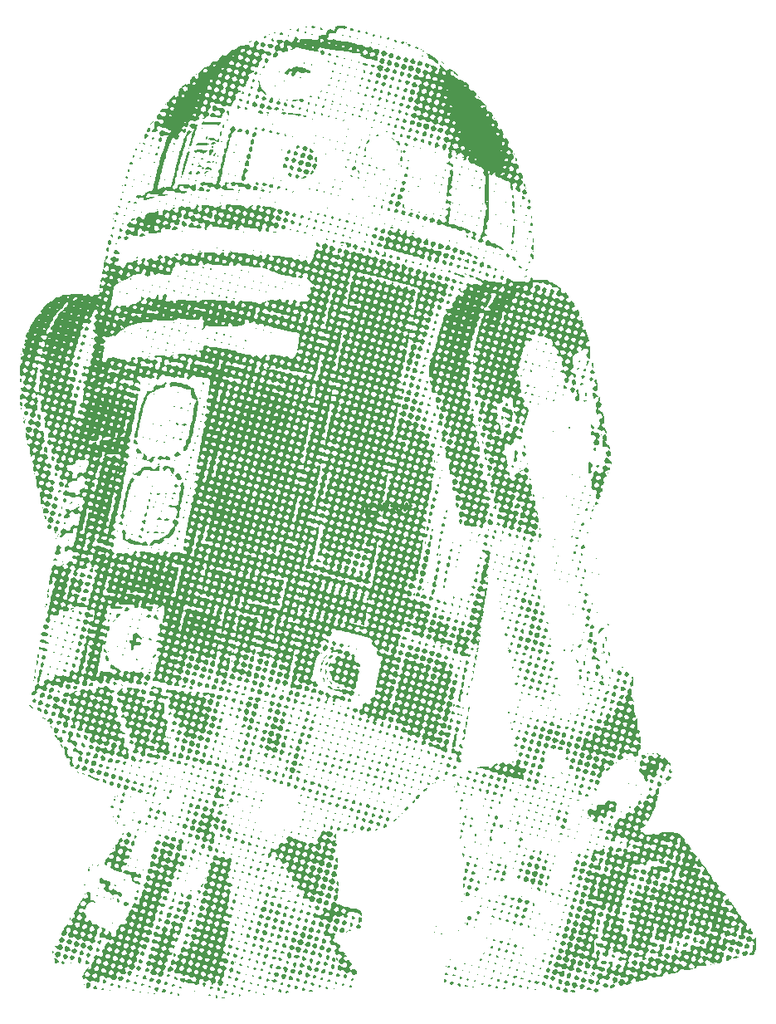
<source format=gbr>
%TF.GenerationSoftware,KiCad,Pcbnew,(6.0.0)*%
%TF.CreationDate,2022-03-29T21:49:08-05:00*%
%TF.ProjectId,R2,52322e6b-6963-4616-945f-706362585858,rev?*%
%TF.SameCoordinates,Original*%
%TF.FileFunction,Legend,Top*%
%TF.FilePolarity,Positive*%
%FSLAX46Y46*%
G04 Gerber Fmt 4.6, Leading zero omitted, Abs format (unit mm)*
G04 Created by KiCad (PCBNEW (6.0.0)) date 2022-03-29 21:49:08*
%MOMM*%
%LPD*%
G01*
G04 APERTURE LIST*
%ADD10C,0.300000*%
G04 APERTURE END LIST*
D10*
%TO.C,G\u002A\u002A\u002A*%
X158657428Y-99463000D02*
X158512285Y-99390428D01*
X158294571Y-99390428D01*
X158076857Y-99463000D01*
X157931714Y-99608142D01*
X157859142Y-99753285D01*
X157786571Y-100043571D01*
X157786571Y-100261285D01*
X157859142Y-100551571D01*
X157931714Y-100696714D01*
X158076857Y-100841857D01*
X158294571Y-100914428D01*
X158439714Y-100914428D01*
X158657428Y-100841857D01*
X158730000Y-100769285D01*
X158730000Y-100261285D01*
X158439714Y-100261285D01*
X159600857Y-99390428D02*
X159600857Y-99753285D01*
X159238000Y-99608142D02*
X159600857Y-99753285D01*
X159963714Y-99608142D01*
X159383142Y-100043571D02*
X159600857Y-99753285D01*
X159818571Y-100043571D01*
X160762000Y-99390428D02*
X160762000Y-99753285D01*
X160399142Y-99608142D02*
X160762000Y-99753285D01*
X161124857Y-99608142D01*
X160544285Y-100043571D02*
X160762000Y-99753285D01*
X160979714Y-100043571D01*
X161923142Y-99390428D02*
X161923142Y-99753285D01*
X161560285Y-99608142D02*
X161923142Y-99753285D01*
X162286000Y-99608142D01*
X161705428Y-100043571D02*
X161923142Y-99753285D01*
X162140857Y-100043571D01*
G36*
X169266450Y-73377117D02*
G01*
X169225082Y-73418485D01*
X169183714Y-73377117D01*
X169225082Y-73335749D01*
X169266450Y-73377117D01*
G37*
G36*
X181097720Y-86283958D02*
G01*
X181056352Y-86325326D01*
X181014984Y-86283958D01*
X181056352Y-86242590D01*
X181097720Y-86283958D01*
G37*
G36*
X129511727Y-136628909D02*
G01*
X129517740Y-136766071D01*
X129489035Y-136808799D01*
X129387612Y-136838491D01*
X129346255Y-136794381D01*
X129340241Y-136657219D01*
X129368946Y-136614491D01*
X129470369Y-136584799D01*
X129511727Y-136628909D01*
G37*
G36*
X177843432Y-108691667D02*
G01*
X177853333Y-108789855D01*
X177843432Y-108801982D01*
X177794245Y-108790625D01*
X177788274Y-108746824D01*
X177818546Y-108678723D01*
X177843432Y-108691667D01*
G37*
G36*
X165836961Y-147852665D02*
G01*
X165930833Y-147956528D01*
X165917646Y-148098017D01*
X165812215Y-148191325D01*
X165731236Y-148151095D01*
X165708795Y-148014622D01*
X165734892Y-147864330D01*
X165826020Y-147848723D01*
X165836961Y-147852665D01*
G37*
G36*
X164760114Y-60851160D02*
G01*
X164806623Y-60891130D01*
X164940264Y-61042460D01*
X164936537Y-61167452D01*
X164834156Y-61291729D01*
X164638417Y-61412100D01*
X164454792Y-61367875D01*
X164401564Y-61322459D01*
X164307519Y-61136199D01*
X164367837Y-60950935D01*
X164475678Y-60856841D01*
X164628332Y-60793307D01*
X164760114Y-60851160D01*
G37*
G36*
X139020409Y-139913412D02*
G01*
X139073698Y-140041897D01*
X139012490Y-140173730D01*
X138936882Y-140219080D01*
X138753348Y-140264854D01*
X138654191Y-140205878D01*
X138621287Y-140137729D01*
X138607912Y-139960415D01*
X138735670Y-139868896D01*
X138865795Y-139855619D01*
X139020409Y-139913412D01*
G37*
G36*
X167777199Y-139152362D02*
G01*
X167735831Y-139193730D01*
X167694463Y-139152362D01*
X167735831Y-139110994D01*
X167777199Y-139152362D01*
G37*
G36*
X127902742Y-113421417D02*
G01*
X127838652Y-113506642D01*
X127769109Y-113532739D01*
X127667636Y-113512282D01*
X127668214Y-113450003D01*
X127750575Y-113356055D01*
X127855319Y-113348186D01*
X127902742Y-113421417D01*
G37*
G36*
X163392183Y-53024023D02*
G01*
X163350815Y-53065391D01*
X163309447Y-53024023D01*
X163350815Y-52982655D01*
X163392183Y-53024023D01*
G37*
G36*
X179531909Y-141244612D02*
G01*
X179608174Y-141415185D01*
X179608470Y-141427606D01*
X179544143Y-141604155D01*
X179393264Y-141695385D01*
X179218984Y-141673078D01*
X179159166Y-141628373D01*
X179040700Y-141436687D01*
X179076862Y-141269276D01*
X179171968Y-141190524D01*
X179365117Y-141158107D01*
X179531909Y-141244612D01*
G37*
G36*
X150935112Y-54843981D02*
G01*
X151234720Y-54885934D01*
X151470126Y-54955678D01*
X151557295Y-55006417D01*
X151723611Y-55109225D01*
X151826189Y-55133795D01*
X151986309Y-55192723D01*
X152051216Y-55250533D01*
X152095677Y-55374585D01*
X152007174Y-55444242D01*
X151814237Y-55441174D01*
X151769883Y-55431299D01*
X151533388Y-55421002D01*
X151382017Y-55453513D01*
X151136385Y-55467431D01*
X151014530Y-55410130D01*
X150800276Y-55336935D01*
X150632294Y-55401730D01*
X150552232Y-55574310D01*
X150468698Y-55735933D01*
X150318168Y-55773636D01*
X150156645Y-55674191D01*
X150152109Y-55668823D01*
X150083077Y-55550557D01*
X150141134Y-55473056D01*
X150149634Y-55467684D01*
X150212542Y-55363337D01*
X150154921Y-55258412D01*
X150025411Y-55216531D01*
X149930849Y-55288604D01*
X149906189Y-55423371D01*
X149871670Y-55581173D01*
X149737498Y-55629497D01*
X149704232Y-55630212D01*
X149504847Y-55591307D01*
X149451573Y-55478581D01*
X149545567Y-55298016D01*
X149623054Y-55209808D01*
X149788679Y-55057288D01*
X149914287Y-54975914D01*
X149971040Y-54978784D01*
X149937792Y-55066860D01*
X149959881Y-55089966D01*
X150086646Y-55033295D01*
X150165286Y-54987160D01*
X150382111Y-54879672D01*
X150614652Y-54836474D01*
X150935112Y-54843981D01*
G37*
G36*
X165292710Y-126598058D02*
G01*
X165295114Y-126617834D01*
X165232154Y-126698166D01*
X165212378Y-126700570D01*
X165132046Y-126637610D01*
X165129642Y-126617834D01*
X165192602Y-126537502D01*
X165212378Y-126535098D01*
X165292710Y-126598058D01*
G37*
G36*
X149495071Y-144210201D02*
G01*
X149545190Y-144257859D01*
X149632662Y-144415393D01*
X149630523Y-144523796D01*
X149517468Y-144633625D01*
X149355584Y-144641227D01*
X149224908Y-144548171D01*
X149208744Y-144515523D01*
X149218808Y-144346790D01*
X149282628Y-144249585D01*
X149394428Y-144166724D01*
X149495071Y-144210201D01*
G37*
G36*
X149880458Y-125513480D02*
G01*
X149893229Y-125639994D01*
X149787855Y-125785684D01*
X149679194Y-125832841D01*
X149590692Y-125736378D01*
X149583926Y-125723957D01*
X149538294Y-125555428D01*
X149633364Y-125471976D01*
X149754506Y-125459528D01*
X149880458Y-125513480D01*
G37*
G36*
X180131928Y-147740782D02*
G01*
X180217284Y-147823820D01*
X180263222Y-147959763D01*
X180174669Y-148074691D01*
X180151125Y-148092712D01*
X179937823Y-148201242D01*
X179777845Y-148159024D01*
X179686452Y-148037616D01*
X179641970Y-147855977D01*
X179744773Y-147742497D01*
X179929466Y-147697248D01*
X180131928Y-147740782D01*
G37*
G36*
X144189832Y-146014789D02*
G01*
X144190186Y-146015007D01*
X144269213Y-146131614D01*
X144269126Y-146279759D01*
X144197529Y-146381496D01*
X144153430Y-146391775D01*
X144016750Y-146324611D01*
X143976972Y-146262110D01*
X143977549Y-146111640D01*
X144065198Y-146009850D01*
X144189832Y-146014789D01*
G37*
G36*
X160965256Y-63269517D02*
G01*
X160953898Y-63318704D01*
X160910098Y-63324674D01*
X160841997Y-63294403D01*
X160854941Y-63269517D01*
X160953129Y-63259615D01*
X160965256Y-63269517D01*
G37*
G36*
X151840914Y-65325669D02*
G01*
X151945984Y-65462797D01*
X151927990Y-65630922D01*
X151897613Y-65675720D01*
X151740382Y-65785482D01*
X151643649Y-65806759D01*
X151472484Y-65747078D01*
X151389685Y-65675720D01*
X151332712Y-65507723D01*
X151407233Y-65357222D01*
X151582381Y-65273650D01*
X151643649Y-65268974D01*
X151840914Y-65325669D01*
G37*
G36*
X164610010Y-99451809D02*
G01*
X164734779Y-99566963D01*
X164758558Y-99733458D01*
X164751518Y-99755262D01*
X164634040Y-99868880D01*
X164461799Y-99890679D01*
X164357438Y-99838898D01*
X164301349Y-99685311D01*
X164351384Y-99519078D01*
X164441074Y-99444818D01*
X164610010Y-99451809D01*
G37*
G36*
X163172690Y-87304047D02*
G01*
X163275647Y-87458518D01*
X163279931Y-87606683D01*
X163168229Y-87711236D01*
X163006331Y-87720525D01*
X162878936Y-87634335D01*
X162865846Y-87607736D01*
X162850383Y-87424487D01*
X162921821Y-87278442D01*
X163018591Y-87235424D01*
X163172690Y-87304047D01*
G37*
G36*
X184572639Y-127900244D02*
G01*
X184531271Y-127941613D01*
X184489903Y-127900244D01*
X184531271Y-127858876D01*
X184572639Y-127900244D01*
G37*
G36*
X155882635Y-72772596D02*
G01*
X156054820Y-72799929D01*
X156092461Y-72809200D01*
X156219177Y-72866959D01*
X156201107Y-72953996D01*
X156185750Y-72973542D01*
X156139217Y-73068210D01*
X156163323Y-73088808D01*
X156182048Y-73116269D01*
X156103075Y-73174081D01*
X155981847Y-73229915D01*
X155883877Y-73251746D01*
X155805281Y-73182363D01*
X155780457Y-73053067D01*
X155742428Y-72883113D01*
X155677036Y-72811391D01*
X155645533Y-72778582D01*
X155730136Y-72765565D01*
X155882635Y-72772596D01*
G37*
G36*
X134406949Y-94709256D02*
G01*
X134395592Y-94758443D01*
X134351792Y-94764414D01*
X134283691Y-94734142D01*
X134296635Y-94709256D01*
X134394823Y-94699354D01*
X134406949Y-94709256D01*
G37*
G36*
X141561874Y-61937635D02*
G01*
X141586219Y-62091186D01*
X141510726Y-62218695D01*
X141424666Y-62249104D01*
X141359916Y-62217226D01*
X141390370Y-62095860D01*
X141411840Y-62048558D01*
X141498871Y-61925689D01*
X141561874Y-61937635D01*
G37*
G36*
X153697637Y-69927058D02*
G01*
X153712053Y-69984935D01*
X153645825Y-70094624D01*
X153587948Y-70109039D01*
X153478259Y-70042812D01*
X153463844Y-69984935D01*
X153530072Y-69875246D01*
X153587948Y-69860831D01*
X153697637Y-69927058D01*
G37*
G36*
X185868839Y-128962025D02*
G01*
X185857482Y-129011212D01*
X185813681Y-129017183D01*
X185745580Y-128986911D01*
X185758524Y-128962025D01*
X185856712Y-128952123D01*
X185868839Y-128962025D01*
G37*
G36*
X150630240Y-125612183D02*
G01*
X150708929Y-125723189D01*
X150720106Y-125781116D01*
X150687268Y-125983353D01*
X150557062Y-126098678D01*
X150382716Y-126102658D01*
X150240433Y-126001287D01*
X150155988Y-125810009D01*
X150217324Y-125657926D01*
X150404753Y-125585216D01*
X150445108Y-125583632D01*
X150630240Y-125612183D01*
G37*
G36*
X145990011Y-83622611D02*
G01*
X145999913Y-83720800D01*
X145990011Y-83732926D01*
X145940825Y-83721569D01*
X145934854Y-83677769D01*
X145965126Y-83609668D01*
X145990011Y-83622611D01*
G37*
G36*
X157483174Y-64687369D02*
G01*
X157476548Y-64731189D01*
X157405779Y-64810032D01*
X157393812Y-64813925D01*
X157328033Y-64756220D01*
X157311075Y-64731189D01*
X157330723Y-64661095D01*
X157393812Y-64648453D01*
X157483174Y-64687369D01*
G37*
G36*
X142599019Y-132066269D02*
G01*
X142681143Y-132227972D01*
X142697113Y-132409250D01*
X142669682Y-132487399D01*
X142537674Y-132576429D01*
X142372580Y-132545331D01*
X142233802Y-132411189D01*
X142206473Y-132354177D01*
X142178115Y-132145653D01*
X142287734Y-132027675D01*
X142479043Y-131996951D01*
X142599019Y-132066269D01*
G37*
G36*
X163888600Y-69902199D02*
G01*
X163847232Y-69943567D01*
X163805864Y-69902199D01*
X163847232Y-69860831D01*
X163888600Y-69902199D01*
G37*
G36*
X139453855Y-90572449D02*
G01*
X139442498Y-90621635D01*
X139398698Y-90627606D01*
X139330596Y-90597334D01*
X139343540Y-90572449D01*
X139441729Y-90562547D01*
X139453855Y-90572449D01*
G37*
G36*
X164379577Y-115086459D02*
G01*
X164516263Y-115208136D01*
X164618287Y-115336305D01*
X164606547Y-115424022D01*
X164478552Y-115539081D01*
X164296446Y-115666636D01*
X164175240Y-115671349D01*
X164059212Y-115547768D01*
X164023407Y-115494544D01*
X163938569Y-115339263D01*
X163955360Y-115237187D01*
X164019801Y-115163599D01*
X164201890Y-115047165D01*
X164379577Y-115086459D01*
G37*
G36*
X177944412Y-129166931D02*
G01*
X177953746Y-129224023D01*
X177909071Y-129334126D01*
X177871010Y-129348127D01*
X177797608Y-129281114D01*
X177788274Y-129224023D01*
X177832949Y-129113920D01*
X177871010Y-129099919D01*
X177944412Y-129166931D01*
G37*
G36*
X174810860Y-73004235D02*
G01*
X174810902Y-73007079D01*
X174832841Y-73187167D01*
X174858314Y-73301276D01*
X174843173Y-73435814D01*
X174748007Y-73479035D01*
X174639423Y-73416304D01*
X174606509Y-73356606D01*
X174615967Y-73205554D01*
X174685685Y-73062409D01*
X174779077Y-72958469D01*
X174810860Y-73004235D01*
G37*
G36*
X166737004Y-118063790D02*
G01*
X166842735Y-118178639D01*
X166858467Y-118359547D01*
X166787273Y-118535757D01*
X166713524Y-118604199D01*
X166613574Y-118696924D01*
X166613333Y-118828297D01*
X166651450Y-118942530D01*
X166700594Y-119127152D01*
X166654109Y-119241934D01*
X166582374Y-119302370D01*
X166406369Y-119405071D01*
X166292714Y-119381439D01*
X166208123Y-119259755D01*
X166127459Y-119016012D01*
X166188968Y-118854144D01*
X166293932Y-118797368D01*
X166417058Y-118711377D01*
X166408649Y-118605636D01*
X166322995Y-118359857D01*
X166323811Y-118212196D01*
X166413849Y-118118039D01*
X166439630Y-118103391D01*
X166627449Y-118051717D01*
X166737004Y-118063790D01*
G37*
G36*
X163709163Y-91336449D02*
G01*
X163801283Y-91514348D01*
X163805864Y-91573131D01*
X163735421Y-91764826D01*
X163546074Y-91862132D01*
X163466379Y-91868648D01*
X163379605Y-91801547D01*
X163290263Y-91652744D01*
X163235410Y-91482371D01*
X163285558Y-91373480D01*
X163344834Y-91325006D01*
X163539148Y-91263720D01*
X163709163Y-91336449D01*
G37*
G36*
X179994764Y-101328371D02*
G01*
X179996140Y-101329718D01*
X179991711Y-101420768D01*
X179907840Y-101542013D01*
X179797586Y-101624528D01*
X179763811Y-101631515D01*
X179699724Y-101564181D01*
X179691206Y-101504814D01*
X179750860Y-101381882D01*
X179877971Y-101308181D01*
X179994764Y-101328371D01*
G37*
G36*
X173872096Y-70633035D02*
G01*
X173881998Y-70731223D01*
X173872096Y-70743350D01*
X173822909Y-70731993D01*
X173816939Y-70688192D01*
X173847210Y-70620091D01*
X173872096Y-70633035D01*
G37*
G36*
X145385529Y-133045925D02*
G01*
X145436751Y-133159853D01*
X145383772Y-133233851D01*
X145360584Y-133236727D01*
X145247733Y-133176911D01*
X145235130Y-133159707D01*
X145239084Y-133061498D01*
X145326551Y-133018749D01*
X145385529Y-133045925D01*
G37*
G36*
X145568275Y-118064958D02*
G01*
X145570021Y-118236529D01*
X145565185Y-118253154D01*
X145476436Y-118407674D01*
X145361915Y-118400659D01*
X145328122Y-118371797D01*
X145275289Y-118228021D01*
X145299190Y-118054648D01*
X145362910Y-117967450D01*
X145487431Y-117958587D01*
X145568275Y-118064958D01*
G37*
G36*
X180239373Y-147002770D02*
G01*
X180270359Y-147046898D01*
X180297650Y-147185552D01*
X180320579Y-147253738D01*
X180312054Y-147359255D01*
X180211002Y-147381552D01*
X180071262Y-147314597D01*
X180038698Y-147285326D01*
X179945528Y-147127855D01*
X179982334Y-147008479D01*
X180104886Y-146970928D01*
X180239373Y-147002770D01*
G37*
G36*
X143253492Y-125994790D02*
G01*
X143372196Y-126098103D01*
X143434037Y-126244561D01*
X143425311Y-126321842D01*
X143310765Y-126436378D01*
X143152865Y-126436706D01*
X143094246Y-126397204D01*
X143041343Y-126253067D01*
X143065738Y-126079463D01*
X143129764Y-125992406D01*
X143253492Y-125994790D01*
G37*
G36*
X159286329Y-72827825D02*
G01*
X159407539Y-73019936D01*
X159380261Y-73149007D01*
X159213676Y-73202212D01*
X159027851Y-73188893D01*
X158879457Y-73104290D01*
X158845910Y-72956927D01*
X158931614Y-72807270D01*
X158996753Y-72762170D01*
X159152241Y-72730117D01*
X159286329Y-72827825D01*
G37*
G36*
X156762136Y-64422401D02*
G01*
X156752040Y-64538557D01*
X156717846Y-64644760D01*
X156675994Y-64595875D01*
X156651769Y-64541464D01*
X156621217Y-64395587D01*
X156638965Y-64341519D01*
X156720767Y-64323133D01*
X156762136Y-64422401D01*
G37*
G36*
X170672965Y-68247476D02*
G01*
X170631597Y-68288844D01*
X170590228Y-68247476D01*
X170631597Y-68206108D01*
X170672965Y-68247476D01*
G37*
G36*
X145769382Y-75693730D02*
G01*
X145848311Y-75768077D01*
X145852118Y-75781349D01*
X145788105Y-75816885D01*
X145769382Y-75817834D01*
X145689825Y-75754230D01*
X145686645Y-75730215D01*
X145737333Y-75680802D01*
X145769382Y-75693730D01*
G37*
G36*
X172375511Y-108752181D02*
G01*
X172452098Y-108867102D01*
X172445998Y-108921671D01*
X172330242Y-108992109D01*
X172209844Y-108921853D01*
X172203584Y-108912297D01*
X172181269Y-108778836D01*
X172262183Y-108712622D01*
X172375511Y-108752181D01*
G37*
G36*
X179950644Y-118652164D02*
G01*
X179991588Y-118714855D01*
X180014431Y-118860534D01*
X179949866Y-118883199D01*
X179864450Y-118808632D01*
X179812725Y-118684794D01*
X179853245Y-118635917D01*
X179950644Y-118652164D01*
G37*
G36*
X128905955Y-126844596D02*
G01*
X129023805Y-126907430D01*
X129112119Y-126997437D01*
X129061333Y-127019115D01*
X128884775Y-126968523D01*
X128855329Y-126957236D01*
X128760218Y-126887926D01*
X128781088Y-126841597D01*
X128905955Y-126844596D01*
G37*
G36*
X165244527Y-114597638D02*
G01*
X165289826Y-114618261D01*
X165425126Y-114754132D01*
X165452744Y-114918841D01*
X165367020Y-115048684D01*
X165329716Y-115067288D01*
X165152177Y-115113232D01*
X165029342Y-115063050D01*
X164980717Y-115018225D01*
X164890677Y-114845057D01*
X164928088Y-114686888D01*
X165057765Y-114589240D01*
X165244527Y-114597638D01*
G37*
G36*
X178198032Y-143219007D02*
G01*
X178300588Y-143355041D01*
X178295478Y-143527648D01*
X178237249Y-143614368D01*
X178042127Y-143733906D01*
X177860685Y-143688543D01*
X177782518Y-143613179D01*
X177727063Y-143443593D01*
X177804629Y-143284541D01*
X177987660Y-143186495D01*
X178018650Y-143180729D01*
X178198032Y-143219007D01*
G37*
G36*
X147397490Y-61136790D02*
G01*
X147409487Y-61228730D01*
X147331098Y-61369056D01*
X147208584Y-61402551D01*
X147150041Y-61368309D01*
X147091430Y-61226362D01*
X147165476Y-61114772D01*
X147264699Y-61090798D01*
X147397490Y-61136790D01*
G37*
G36*
X144856880Y-143972651D02*
G01*
X144859284Y-143992427D01*
X144796324Y-144072759D01*
X144776548Y-144075163D01*
X144696216Y-144012203D01*
X144693812Y-143992427D01*
X144756772Y-143912095D01*
X144776548Y-143909691D01*
X144856880Y-143972651D01*
G37*
G36*
X158496334Y-125525755D02*
G01*
X158510750Y-125583632D01*
X158444522Y-125693321D01*
X158386645Y-125707736D01*
X158276956Y-125641509D01*
X158262541Y-125583632D01*
X158328769Y-125473943D01*
X158386645Y-125459528D01*
X158496334Y-125525755D01*
G37*
G36*
X150682740Y-142986554D02*
G01*
X150773734Y-143144710D01*
X150767495Y-143278683D01*
X150651689Y-143393312D01*
X150479200Y-143396006D01*
X150319870Y-143289170D01*
X150258581Y-143156747D01*
X150319870Y-143040961D01*
X150455382Y-142936095D01*
X150526711Y-142916857D01*
X150682740Y-142986554D01*
G37*
G36*
X137330294Y-98694381D02*
G01*
X137288926Y-98735749D01*
X137247557Y-98694381D01*
X137288926Y-98653013D01*
X137330294Y-98694381D01*
G37*
G36*
X146900109Y-77582872D02*
G01*
X146888752Y-77632059D01*
X146844952Y-77638029D01*
X146776850Y-77607758D01*
X146789794Y-77582872D01*
X146887983Y-77572970D01*
X146900109Y-77582872D01*
G37*
G36*
X150723981Y-124835969D02*
G01*
X150861607Y-124926105D01*
X150884501Y-125102554D01*
X150883149Y-125115001D01*
X150802640Y-125295254D01*
X150652849Y-125369626D01*
X150492080Y-125324181D01*
X150411410Y-125227769D01*
X150377029Y-125030859D01*
X150465333Y-124878973D01*
X150637344Y-124820966D01*
X150723981Y-124835969D01*
G37*
G36*
X175748627Y-122875310D02*
G01*
X175841460Y-123032522D01*
X175805437Y-123220363D01*
X175662865Y-123369721D01*
X175496997Y-123360536D01*
X175392221Y-123270990D01*
X175332186Y-123102523D01*
X175373712Y-122929587D01*
X175492966Y-122821588D01*
X175549843Y-122811971D01*
X175748627Y-122875310D01*
G37*
G36*
X156262515Y-124944100D02*
G01*
X156276873Y-124999596D01*
X156231071Y-125135019D01*
X156133323Y-125181050D01*
X156081573Y-125153913D01*
X156027796Y-125022379D01*
X156077245Y-124907412D01*
X156152769Y-124880375D01*
X156262515Y-124944100D01*
G37*
G36*
X168604561Y-118468323D02*
G01*
X168563193Y-118509691D01*
X168521825Y-118468323D01*
X168563193Y-118426955D01*
X168604561Y-118468323D01*
G37*
G36*
X126078176Y-144282003D02*
G01*
X126036808Y-144323371D01*
X125995440Y-144282003D01*
X126036808Y-144240635D01*
X126078176Y-144282003D01*
G37*
G36*
X145941518Y-145708708D02*
G01*
X145964185Y-145726122D01*
X145993029Y-145845702D01*
X145921435Y-145955718D01*
X145852118Y-145978095D01*
X145746310Y-145917731D01*
X145722297Y-145886108D01*
X145726471Y-145779123D01*
X145823506Y-145704142D01*
X145941518Y-145708708D01*
G37*
G36*
X162730294Y-68495684D02*
G01*
X162688926Y-68537052D01*
X162647557Y-68495684D01*
X162688926Y-68454316D01*
X162730294Y-68495684D01*
G37*
G36*
X142377199Y-61794056D02*
G01*
X142335831Y-61835424D01*
X142294463Y-61794056D01*
X142335831Y-61752687D01*
X142377199Y-61794056D01*
G37*
G36*
X123428515Y-119872640D02*
G01*
X123493213Y-119905426D01*
X123653284Y-120018259D01*
X123784241Y-120152904D01*
X123841841Y-120260276D01*
X123834717Y-120284312D01*
X123745881Y-120277054D01*
X123658469Y-120237401D01*
X123502176Y-120099152D01*
X123425371Y-119989136D01*
X123373957Y-119872113D01*
X123428515Y-119872640D01*
G37*
G36*
X147531274Y-119479929D02*
G01*
X147548209Y-119502525D01*
X147529453Y-119573355D01*
X147470356Y-119585261D01*
X147357155Y-119542064D01*
X147341369Y-119502525D01*
X147400751Y-119422157D01*
X147419222Y-119419788D01*
X147531274Y-119479929D01*
G37*
G36*
X142437367Y-126686721D02*
G01*
X142459935Y-126783306D01*
X142401058Y-126916409D01*
X142275659Y-126945480D01*
X142170359Y-126866043D01*
X142159576Y-126727270D01*
X142267169Y-126630270D01*
X142340714Y-126617834D01*
X142437367Y-126686721D01*
G37*
G36*
X167505956Y-147619058D02*
G01*
X167528991Y-147715554D01*
X167477258Y-147850314D01*
X167404886Y-147881026D01*
X167303817Y-147812049D01*
X167280782Y-147715554D01*
X167332515Y-147580794D01*
X167404886Y-147550082D01*
X167505956Y-147619058D01*
G37*
G36*
X151698806Y-50776357D02*
G01*
X151687449Y-50825544D01*
X151643649Y-50831515D01*
X151575547Y-50801243D01*
X151588491Y-50776357D01*
X151686680Y-50766455D01*
X151698806Y-50776357D01*
G37*
G36*
X126978940Y-110799505D02*
G01*
X126988274Y-110856596D01*
X126943599Y-110966699D01*
X126905538Y-110980700D01*
X126832136Y-110913688D01*
X126822802Y-110856596D01*
X126867477Y-110746494D01*
X126905538Y-110732492D01*
X126978940Y-110799505D01*
G37*
G36*
X130766559Y-115806976D02*
G01*
X130776460Y-115905165D01*
X130766559Y-115917291D01*
X130717372Y-115905934D01*
X130711401Y-115862134D01*
X130741673Y-115794032D01*
X130766559Y-115806976D01*
G37*
G36*
X170093812Y-135015554D02*
G01*
X170052443Y-135056922D01*
X170011075Y-135015554D01*
X170052443Y-134974186D01*
X170093812Y-135015554D01*
G37*
G36*
X141713296Y-135136399D02*
G01*
X141752171Y-135290120D01*
X141676673Y-135381375D01*
X141632574Y-135387867D01*
X141526461Y-135327599D01*
X141504014Y-135297921D01*
X141504779Y-135169831D01*
X141543945Y-135112457D01*
X141645309Y-135066101D01*
X141713296Y-135136399D01*
G37*
G36*
X133165907Y-69971146D02*
G01*
X133154550Y-70020332D01*
X133110750Y-70026303D01*
X133042648Y-69996031D01*
X133055592Y-69971146D01*
X133153781Y-69961244D01*
X133165907Y-69971146D01*
G37*
G36*
X166994580Y-122826143D02*
G01*
X167024308Y-122906190D01*
X167001130Y-123105872D01*
X166999747Y-123114242D01*
X166954245Y-123421656D01*
X166916988Y-123726335D01*
X166915974Y-123736175D01*
X166867822Y-124021613D01*
X166786209Y-124172372D01*
X166654394Y-124218396D01*
X166646326Y-124218485D01*
X166566071Y-124185309D01*
X166550635Y-124059426D01*
X166570973Y-123908225D01*
X166619428Y-123618831D01*
X166672560Y-123294183D01*
X166683445Y-123226595D01*
X166748286Y-122968052D01*
X166845760Y-122844201D01*
X166897770Y-122825609D01*
X166994580Y-122826143D01*
G37*
G36*
X129801303Y-138407736D02*
G01*
X129759935Y-138449104D01*
X129718567Y-138407736D01*
X129759935Y-138366368D01*
X129801303Y-138407736D01*
G37*
G36*
X136229114Y-128821230D02*
G01*
X136243698Y-128949291D01*
X136239486Y-128990625D01*
X136180611Y-129171105D01*
X136081763Y-129253353D01*
X135981524Y-129207912D01*
X135972461Y-129194489D01*
X135957957Y-129037524D01*
X136048939Y-128879579D01*
X136142463Y-128817246D01*
X136229114Y-128821230D01*
G37*
G36*
X181040792Y-88038745D02*
G01*
X181182516Y-88153014D01*
X181320411Y-88310031D01*
X181408302Y-88461269D01*
X181419158Y-88517834D01*
X181393972Y-88536294D01*
X181374117Y-88497889D01*
X181312437Y-88444365D01*
X181209266Y-88518573D01*
X181050988Y-88631154D01*
X180942158Y-88591592D01*
X180899732Y-88511067D01*
X180851649Y-88274601D01*
X180885292Y-88082160D01*
X180941414Y-88015752D01*
X181040792Y-88038745D01*
G37*
G36*
X175911837Y-122165501D02*
G01*
X176008694Y-122289431D01*
X176006778Y-122453585D01*
X175959376Y-122532881D01*
X175794475Y-122639072D01*
X175633919Y-122587131D01*
X175557473Y-122486772D01*
X175521164Y-122319248D01*
X175598324Y-122200711D01*
X175760338Y-122122394D01*
X175911837Y-122165501D01*
G37*
G36*
X174310987Y-148685034D02*
G01*
X174313356Y-148703505D01*
X174253215Y-148815558D01*
X174230619Y-148832492D01*
X174159789Y-148813736D01*
X174147883Y-148754639D01*
X174191080Y-148641438D01*
X174230619Y-148625652D01*
X174310987Y-148685034D01*
G37*
G36*
X172084507Y-112555378D02*
G01*
X172209809Y-112678429D01*
X172188966Y-112800696D01*
X172051939Y-112869015D01*
X171945835Y-112841314D01*
X171914013Y-112683407D01*
X171914007Y-112679947D01*
X171929462Y-112531188D01*
X172003428Y-112516766D01*
X172084507Y-112555378D01*
G37*
G36*
X127898372Y-126328257D02*
G01*
X127857004Y-126369626D01*
X127815636Y-126328257D01*
X127857004Y-126286889D01*
X127898372Y-126328257D01*
G37*
G36*
X159161741Y-131895155D02*
G01*
X159212543Y-132057001D01*
X159194925Y-132140472D01*
X159095482Y-132235216D01*
X158945267Y-132208555D01*
X158844702Y-132123413D01*
X158786890Y-131967340D01*
X158871305Y-131857103D01*
X159003198Y-131830212D01*
X159161741Y-131895155D01*
G37*
G36*
X134632837Y-146525489D02*
G01*
X134721051Y-146607381D01*
X134806211Y-146739545D01*
X134758198Y-146855590D01*
X134623232Y-146955470D01*
X134558632Y-146970928D01*
X134420707Y-146913092D01*
X134359067Y-146855590D01*
X134311948Y-146733571D01*
X134396214Y-146607381D01*
X134511996Y-146502936D01*
X134558632Y-146474512D01*
X134632837Y-146525489D01*
G37*
G36*
X147448564Y-116929030D02*
G01*
X147498435Y-117098849D01*
X147451332Y-117275549D01*
X147388273Y-117346790D01*
X147274546Y-117393801D01*
X147144900Y-117318417D01*
X147100573Y-117276061D01*
X146984319Y-117084441D01*
X147015911Y-116915853D01*
X147151412Y-116818569D01*
X147325098Y-116818226D01*
X147448564Y-116929030D01*
G37*
G36*
X180649403Y-110120131D02*
G01*
X180684040Y-110268591D01*
X180632619Y-110448511D01*
X180511213Y-110520741D01*
X180369106Y-110460139D01*
X180349888Y-110439051D01*
X180288184Y-110268017D01*
X180358007Y-110124964D01*
X180515971Y-110070603D01*
X180649403Y-110120131D01*
G37*
G36*
X164385017Y-68164740D02*
G01*
X164343649Y-68206108D01*
X164302281Y-68164740D01*
X164343649Y-68123371D01*
X164385017Y-68164740D01*
G37*
G36*
X156696975Y-65045082D02*
G01*
X156731261Y-65183686D01*
X156691520Y-65307533D01*
X156672672Y-65323145D01*
X156480363Y-65391546D01*
X156331323Y-65354674D01*
X156276873Y-65236458D01*
X156349325Y-65076400D01*
X156529982Y-64986396D01*
X156605733Y-64979398D01*
X156696975Y-65045082D01*
G37*
G36*
X136723562Y-68564631D02*
G01*
X136712205Y-68613818D01*
X136668404Y-68619788D01*
X136600303Y-68589517D01*
X136613247Y-68564631D01*
X136711435Y-68554729D01*
X136723562Y-68564631D01*
G37*
G36*
X173341301Y-123118884D02*
G01*
X173369114Y-123255774D01*
X173317514Y-123353380D01*
X173170910Y-123464977D01*
X173056245Y-123419796D01*
X173021017Y-123353718D01*
X173017607Y-123177223D01*
X173130914Y-123070295D01*
X173196417Y-123060179D01*
X173341301Y-123118884D01*
G37*
G36*
X138488600Y-102831189D02*
G01*
X138568180Y-102936964D01*
X138571336Y-102960176D01*
X138508230Y-103035801D01*
X138488600Y-103038029D01*
X138415989Y-102970685D01*
X138405864Y-102909042D01*
X138445973Y-102823406D01*
X138488600Y-102831189D01*
G37*
G36*
X180104886Y-129803176D02*
G01*
X180063518Y-129844544D01*
X180022150Y-129803176D01*
X180063518Y-129761808D01*
X180104886Y-129803176D01*
G37*
G36*
X124669684Y-116261607D02*
G01*
X124700297Y-116422872D01*
X124676646Y-116610391D01*
X124625929Y-116720834D01*
X124532450Y-116938348D01*
X124506189Y-117114819D01*
X124478509Y-117391592D01*
X124404487Y-117556961D01*
X124297651Y-117589851D01*
X124230402Y-117544436D01*
X124176435Y-117393370D01*
X124198949Y-117192322D01*
X124286608Y-117031557D01*
X124295837Y-117023354D01*
X124379793Y-116848506D01*
X124368273Y-116682484D01*
X124371176Y-116461806D01*
X124449399Y-116278763D01*
X124575609Y-116193845D01*
X124589407Y-116193078D01*
X124669684Y-116261607D01*
G37*
G36*
X145233560Y-125018066D02*
G01*
X145313294Y-125151688D01*
X145314333Y-125171084D01*
X145251604Y-125309923D01*
X145111991Y-125365401D01*
X144968357Y-125324567D01*
X144908470Y-125243227D01*
X144898521Y-125085597D01*
X144930520Y-125024253D01*
X145080619Y-124965890D01*
X145233560Y-125018066D01*
G37*
G36*
X178946580Y-131044218D02*
G01*
X178905212Y-131085586D01*
X178863844Y-131044218D01*
X178905212Y-131002850D01*
X178946580Y-131044218D01*
G37*
G36*
X133772639Y-67833795D02*
G01*
X133731271Y-67875163D01*
X133689903Y-67833795D01*
X133731271Y-67792427D01*
X133772639Y-67833795D01*
G37*
G36*
X135207062Y-118358411D02*
G01*
X135315345Y-118493546D01*
X135300181Y-118660934D01*
X135267645Y-118709596D01*
X135094448Y-118830319D01*
X134920960Y-118787559D01*
X134851508Y-118720506D01*
X134772610Y-118536241D01*
X134821857Y-118379546D01*
X134979480Y-118303935D01*
X135005797Y-118302850D01*
X135207062Y-118358411D01*
G37*
G36*
X184407167Y-125418160D02*
G01*
X184365799Y-125459528D01*
X184324430Y-125418160D01*
X184365799Y-125376792D01*
X184407167Y-125418160D01*
G37*
G36*
X140474268Y-55588844D02*
G01*
X140432900Y-55630212D01*
X140391531Y-55588844D01*
X140432900Y-55547476D01*
X140474268Y-55588844D01*
G37*
G36*
X167583287Y-65030085D02*
G01*
X167570359Y-65062134D01*
X167496011Y-65141063D01*
X167482740Y-65144870D01*
X167447203Y-65080858D01*
X167446255Y-65062134D01*
X167509858Y-64982577D01*
X167533874Y-64979398D01*
X167583287Y-65030085D01*
G37*
G36*
X162472751Y-128174098D02*
G01*
X162482085Y-128231189D01*
X162437410Y-128341292D01*
X162399349Y-128355293D01*
X162325947Y-128288281D01*
X162316613Y-128231189D01*
X162361288Y-128121086D01*
X162399349Y-128107085D01*
X162472751Y-128174098D01*
G37*
G36*
X139407285Y-96808311D02*
G01*
X139448012Y-96911990D01*
X139411623Y-96948933D01*
X139299554Y-96941618D01*
X139272025Y-96911399D01*
X139252729Y-96793942D01*
X139332763Y-96762307D01*
X139407285Y-96808311D01*
G37*
G36*
X144081356Y-146698680D02*
G01*
X144201761Y-146816959D01*
X144234844Y-146981354D01*
X144224228Y-147020338D01*
X144114067Y-147115616D01*
X143946847Y-147132188D01*
X143838871Y-147081243D01*
X143782629Y-146927386D01*
X143834018Y-146761177D01*
X143926319Y-146685701D01*
X144081356Y-146698680D01*
G37*
G36*
X141568468Y-124066867D02*
G01*
X141612047Y-124208507D01*
X141523165Y-124349575D01*
X141480363Y-124376860D01*
X141341700Y-124418712D01*
X141268665Y-124334657D01*
X141268531Y-124334308D01*
X141217460Y-124105993D01*
X141283896Y-123993861D01*
X141404204Y-123985207D01*
X141568468Y-124066867D01*
G37*
G36*
X131097503Y-115889712D02*
G01*
X131086146Y-115938899D01*
X131042346Y-115944870D01*
X130974245Y-115914598D01*
X130987188Y-115889712D01*
X131085377Y-115879811D01*
X131097503Y-115889712D01*
G37*
G36*
X137328822Y-130821980D02*
G01*
X137368909Y-130980216D01*
X137350622Y-131064902D01*
X137263136Y-131162192D01*
X137134445Y-131101228D01*
X137085093Y-131047843D01*
X137028850Y-130892378D01*
X137103564Y-130778391D01*
X137204178Y-130754642D01*
X137328822Y-130821980D01*
G37*
G36*
X136171987Y-111766694D02*
G01*
X136130619Y-111808062D01*
X136089251Y-111766694D01*
X136130619Y-111725326D01*
X136171987Y-111766694D01*
G37*
G36*
X162907595Y-62069912D02*
G01*
X162966002Y-62199971D01*
X162962983Y-62227220D01*
X162877594Y-62359197D01*
X162737388Y-62397597D01*
X162615463Y-62329745D01*
X162594953Y-62291026D01*
X162594000Y-62129355D01*
X162631010Y-62067085D01*
X162771826Y-62013989D01*
X162907595Y-62069912D01*
G37*
G36*
X180847179Y-112468316D02*
G01*
X180889350Y-112615281D01*
X180890880Y-112675659D01*
X180845722Y-112857396D01*
X180741160Y-112956586D01*
X180623562Y-112948884D01*
X180552688Y-112853212D01*
X180523650Y-112637387D01*
X180597352Y-112479349D01*
X180726541Y-112428583D01*
X180847179Y-112468316D01*
G37*
G36*
X135510098Y-64358876D02*
G01*
X135468730Y-64400244D01*
X135427362Y-64358876D01*
X135468730Y-64317508D01*
X135510098Y-64358876D01*
G37*
G36*
X173044734Y-68068214D02*
G01*
X173033377Y-68117401D01*
X172989577Y-68123371D01*
X172921476Y-68093100D01*
X172934420Y-68068214D01*
X173032608Y-68058312D01*
X173044734Y-68068214D01*
G37*
G36*
X164419235Y-102589223D02*
G01*
X164519276Y-102695030D01*
X164549222Y-102794692D01*
X164504641Y-102908931D01*
X164404271Y-103023247D01*
X164305940Y-103078600D01*
X164279326Y-103070232D01*
X164225195Y-102928533D01*
X164231456Y-102738473D01*
X164292000Y-102593528D01*
X164311531Y-102577264D01*
X164419235Y-102589223D01*
G37*
G36*
X148106871Y-143943931D02*
G01*
X148147903Y-144020818D01*
X148056161Y-144101604D01*
X147893457Y-144142711D01*
X147721145Y-144130958D01*
X147672313Y-144039290D01*
X147736522Y-143939488D01*
X147927416Y-143909691D01*
X148106871Y-143943931D01*
G37*
G36*
X135468856Y-131936824D02*
G01*
X135489414Y-131975000D01*
X135451015Y-132058038D01*
X135344626Y-132078420D01*
X135213401Y-132040298D01*
X135199838Y-131975000D01*
X135301457Y-131878924D01*
X135344626Y-131871580D01*
X135468856Y-131936824D01*
G37*
G36*
X134682737Y-62621417D02*
G01*
X134641369Y-62662785D01*
X134600000Y-62621417D01*
X134641369Y-62580049D01*
X134682737Y-62621417D01*
G37*
G36*
X168825190Y-66165282D02*
G01*
X168813833Y-66214469D01*
X168770033Y-66220440D01*
X168701932Y-66190168D01*
X168714876Y-66165282D01*
X168813064Y-66155381D01*
X168825190Y-66165282D01*
G37*
G36*
X137716396Y-97191341D02*
G01*
X137705039Y-97240528D01*
X137661238Y-97246499D01*
X137593137Y-97216227D01*
X137606081Y-97191341D01*
X137704269Y-97181439D01*
X137716396Y-97191341D01*
G37*
G36*
X152131356Y-119824404D02*
G01*
X152184027Y-119901956D01*
X152176076Y-119924875D01*
X152054409Y-119993951D01*
X151905251Y-119969317D01*
X151854022Y-119921922D01*
X151862515Y-119815018D01*
X151883041Y-119797550D01*
X152006685Y-119779025D01*
X152131356Y-119824404D01*
G37*
G36*
X181814767Y-98266911D02*
G01*
X181824669Y-98365100D01*
X181814767Y-98377226D01*
X181765580Y-98365869D01*
X181759610Y-98322069D01*
X181789881Y-98253967D01*
X181814767Y-98266911D01*
G37*
G36*
X138378285Y-76838247D02*
G01*
X138388187Y-76936435D01*
X138378285Y-76948562D01*
X138329098Y-76937204D01*
X138323128Y-76893404D01*
X138353399Y-76825303D01*
X138378285Y-76838247D01*
G37*
G36*
X169162839Y-88971551D02*
G01*
X169166813Y-89144526D01*
X169060589Y-89303015D01*
X168952984Y-89356228D01*
X168886332Y-89261985D01*
X168882359Y-89251093D01*
X168825774Y-89101656D01*
X168804103Y-89051669D01*
X168817419Y-88937433D01*
X168926445Y-88855979D01*
X169045540Y-88854828D01*
X169162839Y-88971551D01*
G37*
G36*
X173485994Y-72136075D02*
G01*
X173444626Y-72177443D01*
X173403258Y-72136075D01*
X173444626Y-72094707D01*
X173485994Y-72136075D01*
G37*
G36*
X158159121Y-126137168D02*
G01*
X158279661Y-126230873D01*
X158303909Y-126322496D01*
X158255508Y-126471633D01*
X158147308Y-126521025D01*
X158071214Y-126481664D01*
X158008562Y-126344340D01*
X158033406Y-126205065D01*
X158127478Y-126135419D01*
X158159121Y-126137168D01*
G37*
G36*
X140796602Y-65527510D02*
G01*
X140830816Y-65637276D01*
X140743405Y-65738593D01*
X140696067Y-65756109D01*
X140501582Y-65799278D01*
X140402091Y-65783030D01*
X140344446Y-65714773D01*
X140352179Y-65604255D01*
X140476036Y-65512603D01*
X140651572Y-65477081D01*
X140796602Y-65527510D01*
G37*
G36*
X188362509Y-127295164D02*
G01*
X188482636Y-127181275D01*
X188660052Y-127145645D01*
X188750815Y-127167068D01*
X188856446Y-127248519D01*
X188863387Y-127334262D01*
X188792183Y-127362459D01*
X188717975Y-127429119D01*
X188709447Y-127481681D01*
X188658165Y-127626239D01*
X188524576Y-127638476D01*
X188427556Y-127585151D01*
X188416928Y-127569300D01*
X188543974Y-127569300D01*
X188585343Y-127610668D01*
X188626711Y-127569300D01*
X188585343Y-127527932D01*
X188543974Y-127569300D01*
X188416928Y-127569300D01*
X188333030Y-127444170D01*
X188362509Y-127295164D01*
G37*
G36*
X150877252Y-51010172D02*
G01*
X150880426Y-51042890D01*
X150852168Y-51208005D01*
X150773992Y-51245196D01*
X150664785Y-51183782D01*
X150650815Y-51131222D01*
X150709018Y-50981397D01*
X150757249Y-50928916D01*
X150840131Y-50899041D01*
X150877252Y-51010172D01*
G37*
G36*
X181612506Y-118315474D02*
G01*
X181631138Y-118337152D01*
X181622882Y-118445323D01*
X181601204Y-118463955D01*
X181493032Y-118455699D01*
X181474400Y-118434021D01*
X181482656Y-118325850D01*
X181504335Y-118307218D01*
X181612506Y-118315474D01*
G37*
G36*
X169928339Y-132616205D02*
G01*
X169886971Y-132657573D01*
X169845603Y-132616205D01*
X169886971Y-132574837D01*
X169928339Y-132616205D01*
G37*
G36*
X139745006Y-139988080D02*
G01*
X139813945Y-140139855D01*
X139773596Y-140321157D01*
X139639769Y-140463553D01*
X139521930Y-140583588D01*
X139539951Y-140719107D01*
X139553098Y-140745030D01*
X139590670Y-140922050D01*
X139514175Y-141083870D01*
X139347897Y-141237085D01*
X139187757Y-141233297D01*
X139070961Y-141102655D01*
X139024065Y-140881248D01*
X139117308Y-140705602D01*
X139235084Y-140641023D01*
X139329850Y-140593332D01*
X139340035Y-140503032D01*
X139272538Y-140318510D01*
X139204923Y-140132367D01*
X139222773Y-140033869D01*
X139342637Y-139960222D01*
X139370318Y-139947491D01*
X139589543Y-139909427D01*
X139745006Y-139988080D01*
G37*
G36*
X165729473Y-125020662D02*
G01*
X165757604Y-125153347D01*
X165690794Y-125264779D01*
X165581206Y-125342591D01*
X165488218Y-125285213D01*
X165467041Y-125260464D01*
X165407695Y-125102949D01*
X165480195Y-124988077D01*
X165584691Y-124963111D01*
X165729473Y-125020662D01*
G37*
G36*
X145245386Y-130699484D02*
G01*
X145234029Y-130748671D01*
X145190228Y-130754642D01*
X145122127Y-130724370D01*
X145135071Y-130699484D01*
X145233260Y-130689583D01*
X145245386Y-130699484D01*
G37*
G36*
X164777691Y-108167921D02*
G01*
X164789622Y-108344724D01*
X164713158Y-108514779D01*
X164631998Y-108582009D01*
X164492143Y-108626852D01*
X164418474Y-108548811D01*
X164414281Y-108538276D01*
X164402203Y-108361791D01*
X164465501Y-108185011D01*
X164572962Y-108066560D01*
X164672076Y-108054050D01*
X164777691Y-108167921D01*
G37*
G36*
X146762215Y-83884609D02*
G01*
X146720847Y-83925977D01*
X146679479Y-83884609D01*
X146720847Y-83843241D01*
X146762215Y-83884609D01*
G37*
G36*
X150030294Y-121599852D02*
G01*
X150106014Y-121693290D01*
X150113030Y-121742162D01*
X150049160Y-121851502D01*
X149913485Y-121886664D01*
X149789905Y-121829477D01*
X149779199Y-121814468D01*
X149785443Y-121703173D01*
X149890163Y-121613423D01*
X150029667Y-121599655D01*
X150030294Y-121599852D01*
G37*
G36*
X159344090Y-54685729D02*
G01*
X159404300Y-54736661D01*
X159497798Y-54924486D01*
X159453640Y-55114048D01*
X159343550Y-55213620D01*
X159187864Y-55284715D01*
X159088842Y-55263301D01*
X158981425Y-55127597D01*
X158951618Y-55082396D01*
X158860785Y-54925770D01*
X158868783Y-54835217D01*
X158965524Y-54751452D01*
X159175024Y-54646549D01*
X159344090Y-54685729D01*
G37*
G36*
X140027261Y-70744095D02*
G01*
X140132037Y-70847335D01*
X140143323Y-70899002D01*
X140199377Y-71039668D01*
X140346855Y-71061760D01*
X140514551Y-70986087D01*
X140668272Y-70902662D01*
X140770230Y-70921623D01*
X140841858Y-70984866D01*
X140958408Y-71145038D01*
X140924523Y-71254221D01*
X140839814Y-71299862D01*
X140652518Y-71347015D01*
X140534116Y-71299121D01*
X140522453Y-71288029D01*
X140408604Y-71250947D01*
X140192381Y-71228767D01*
X140075823Y-71225977D01*
X139831093Y-71213079D01*
X139706730Y-71163125D01*
X139660117Y-71065974D01*
X139695979Y-70894508D01*
X139830226Y-70766327D01*
X140000526Y-70736078D01*
X140027261Y-70744095D01*
G37*
G36*
X167850365Y-75223195D02*
G01*
X167970227Y-75286251D01*
X168052706Y-75273999D01*
X168168245Y-75275421D01*
X168190880Y-75353933D01*
X168127824Y-75455720D01*
X167985014Y-75486599D01*
X167831981Y-75447035D01*
X167742735Y-75350943D01*
X167722656Y-75210143D01*
X167770870Y-75155921D01*
X167850365Y-75223195D01*
G37*
G36*
X131786971Y-139648779D02*
G01*
X131745603Y-139690147D01*
X131704235Y-139648779D01*
X131745603Y-139607411D01*
X131786971Y-139648779D01*
G37*
G36*
X149903785Y-51639100D02*
G01*
X149906189Y-51658876D01*
X149843229Y-51739208D01*
X149823453Y-51741613D01*
X149743121Y-51678652D01*
X149740717Y-51658876D01*
X149803677Y-51578544D01*
X149823453Y-51576140D01*
X149903785Y-51639100D01*
G37*
G36*
X139892710Y-89118579D02*
G01*
X139895114Y-89138355D01*
X139832154Y-89218687D01*
X139812378Y-89221091D01*
X139732046Y-89158131D01*
X139729642Y-89138355D01*
X139792602Y-89058023D01*
X139812378Y-89055619D01*
X139892710Y-89118579D01*
G37*
G36*
X169431922Y-128396661D02*
G01*
X169508412Y-128508150D01*
X169491958Y-128632006D01*
X169399406Y-128686238D01*
X169271081Y-128619615D01*
X169237547Y-128564783D01*
X169245150Y-128427060D01*
X169350476Y-128370986D01*
X169431922Y-128396661D01*
G37*
G36*
X154871708Y-53686746D02*
G01*
X154915739Y-53782027D01*
X154853484Y-53874658D01*
X154787623Y-53892753D01*
X154679740Y-53833185D01*
X154667052Y-53815733D01*
X154672426Y-53717654D01*
X154771891Y-53665255D01*
X154871708Y-53686746D01*
G37*
G36*
X173536689Y-101773077D02*
G01*
X173621550Y-101913882D01*
X173613072Y-102090442D01*
X173565435Y-102173270D01*
X173396434Y-102285026D01*
X173221237Y-102233127D01*
X173149294Y-102162365D01*
X173093916Y-101992761D01*
X173171340Y-101833560D01*
X173353930Y-101735673D01*
X173383917Y-101730112D01*
X173536689Y-101773077D01*
G37*
G36*
X163309447Y-66261808D02*
G01*
X163268079Y-66303176D01*
X163226711Y-66261808D01*
X163268079Y-66220440D01*
X163309447Y-66261808D01*
G37*
G36*
X140917326Y-134939665D02*
G01*
X141003465Y-135039679D01*
X140997977Y-135105137D01*
X140920167Y-135212663D01*
X140819811Y-135164414D01*
X140741677Y-135056922D01*
X140690783Y-134926101D01*
X140767890Y-134895848D01*
X140917326Y-134939665D01*
G37*
G36*
X146265799Y-82974512D02*
G01*
X146224430Y-83015880D01*
X146183062Y-82974512D01*
X146224430Y-82933143D01*
X146265799Y-82974512D01*
G37*
G36*
X156945575Y-65365705D02*
G01*
X156989734Y-65408591D01*
X157083246Y-65550898D01*
X157092120Y-65636264D01*
X157033008Y-65682992D01*
X156958413Y-65627842D01*
X156867821Y-65470165D01*
X156856027Y-65400170D01*
X156872166Y-65321561D01*
X156945575Y-65365705D01*
G37*
G36*
X173635680Y-145359402D02*
G01*
X173651466Y-145398942D01*
X173592084Y-145479310D01*
X173573613Y-145481678D01*
X173461560Y-145421537D01*
X173444626Y-145398942D01*
X173463382Y-145328111D01*
X173522479Y-145316205D01*
X173635680Y-145359402D01*
G37*
G36*
X177016070Y-135249973D02*
G01*
X177025972Y-135348161D01*
X177016070Y-135360288D01*
X176966883Y-135348931D01*
X176960913Y-135305130D01*
X176991184Y-135237029D01*
X177016070Y-135249973D01*
G37*
G36*
X160951102Y-54348770D02*
G01*
X161059900Y-54420776D01*
X161149494Y-54563607D01*
X161106668Y-54700983D01*
X160946920Y-54847206D01*
X160769827Y-54847392D01*
X160665709Y-54766084D01*
X160596745Y-54590945D01*
X160649815Y-54438053D01*
X160782180Y-54344848D01*
X160951102Y-54348770D01*
G37*
G36*
X167253204Y-72039550D02*
G01*
X167241846Y-72088736D01*
X167198046Y-72094707D01*
X167129945Y-72064435D01*
X167142889Y-72039550D01*
X167241077Y-72029648D01*
X167253204Y-72039550D01*
G37*
G36*
X147090055Y-59323922D02*
G01*
X147226084Y-59445253D01*
X147258632Y-59535358D01*
X147189977Y-59585398D01*
X147031768Y-59600239D01*
X146855643Y-59582083D01*
X146733236Y-59533136D01*
X146720847Y-59518811D01*
X146708965Y-59381000D01*
X146821521Y-59285930D01*
X146916023Y-59270603D01*
X147090055Y-59323922D01*
G37*
G36*
X176878176Y-91992753D02*
G01*
X176836808Y-92034121D01*
X176795440Y-91992753D01*
X176836808Y-91951385D01*
X176878176Y-91992753D01*
G37*
G36*
X128642997Y-95550407D02*
G01*
X128601629Y-95591775D01*
X128560261Y-95550407D01*
X128601629Y-95509039D01*
X128642997Y-95550407D01*
G37*
G36*
X147111529Y-129567591D02*
G01*
X147130161Y-129589269D01*
X147121905Y-129697441D01*
X147100227Y-129716073D01*
X146992055Y-129707816D01*
X146973423Y-129686138D01*
X146981679Y-129577967D01*
X147003357Y-129559335D01*
X147111529Y-129567591D01*
G37*
G36*
X161158307Y-131292427D02*
G01*
X161116939Y-131333795D01*
X161075571Y-131292427D01*
X161116939Y-131251059D01*
X161158307Y-131292427D01*
G37*
G36*
X169405744Y-102480637D02*
G01*
X169359043Y-102570954D01*
X169349186Y-102582981D01*
X169250048Y-102685806D01*
X169214951Y-102707085D01*
X169187165Y-102639516D01*
X169183714Y-102582981D01*
X169250706Y-102475682D01*
X169317949Y-102458876D01*
X169405744Y-102480637D01*
G37*
G36*
X146596743Y-128727606D02*
G01*
X146555375Y-128768974D01*
X146514007Y-128727606D01*
X146555375Y-128686238D01*
X146596743Y-128727606D01*
G37*
G36*
X167699902Y-73586869D02*
G01*
X167838824Y-73714009D01*
X167844541Y-73843785D01*
X167745612Y-73943995D01*
X167570595Y-73982437D01*
X167384202Y-73942844D01*
X167304232Y-73837054D01*
X167280782Y-73701167D01*
X167333043Y-73539421D01*
X167484837Y-73505925D01*
X167699902Y-73586869D01*
G37*
G36*
X184081120Y-118073007D02*
G01*
X184166389Y-118146331D01*
X184229431Y-118263868D01*
X184160100Y-118363315D01*
X184119338Y-118394540D01*
X183951269Y-118494816D01*
X183837779Y-118479253D01*
X183753981Y-118396073D01*
X183697907Y-118230889D01*
X183758495Y-118080105D01*
X183907491Y-118013283D01*
X183909471Y-118013274D01*
X184081120Y-118073007D01*
G37*
G36*
X164935804Y-80802434D02*
G01*
X164964170Y-80910990D01*
X164904959Y-81010194D01*
X164779894Y-81021290D01*
X164670138Y-80940267D01*
X164668648Y-80810105D01*
X164699414Y-80765456D01*
X164827616Y-80722700D01*
X164935804Y-80802434D01*
G37*
G36*
X137992183Y-98777117D02*
G01*
X138071112Y-98851465D01*
X138074919Y-98864736D01*
X138010907Y-98900273D01*
X137992183Y-98901222D01*
X137912626Y-98837618D01*
X137909447Y-98813603D01*
X137960134Y-98764190D01*
X137992183Y-98777117D01*
G37*
G36*
X150916605Y-127260506D02*
G01*
X150959468Y-127405434D01*
X150897765Y-127563328D01*
X150882546Y-127579868D01*
X150772010Y-127658930D01*
X150681067Y-127605068D01*
X150662964Y-127583939D01*
X150606120Y-127424008D01*
X150651494Y-127271049D01*
X150776044Y-127197316D01*
X150786368Y-127196987D01*
X150916605Y-127260506D01*
G37*
G36*
X170549527Y-133417494D02*
G01*
X170554770Y-133437657D01*
X170567731Y-133638833D01*
X170522562Y-133751168D01*
X170444495Y-133769365D01*
X170382722Y-133635113D01*
X170377478Y-133614949D01*
X170364518Y-133413773D01*
X170409687Y-133301438D01*
X170487754Y-133283241D01*
X170549527Y-133417494D01*
G37*
G36*
X152029639Y-64602839D02*
G01*
X152114833Y-64760209D01*
X152109877Y-64926895D01*
X151998162Y-65049520D01*
X151784013Y-65082175D01*
X151703564Y-65051007D01*
X151593278Y-64915520D01*
X151566114Y-64728399D01*
X151623078Y-64564285D01*
X151696262Y-64508585D01*
X151881161Y-64502919D01*
X152029639Y-64602839D01*
G37*
G36*
X126741415Y-99688049D02*
G01*
X126789143Y-99787204D01*
X126777900Y-99817036D01*
X126698030Y-99890399D01*
X126658948Y-99806841D01*
X126657329Y-99765068D01*
X126698036Y-99679854D01*
X126741415Y-99688049D01*
G37*
G36*
X129553095Y-136422069D02*
G01*
X129511727Y-136463437D01*
X129470359Y-136422069D01*
X129511727Y-136380700D01*
X129553095Y-136422069D01*
G37*
G36*
X170148969Y-140462351D02*
G01*
X170158871Y-140560539D01*
X170148969Y-140572666D01*
X170099782Y-140561309D01*
X170093812Y-140517508D01*
X170124083Y-140449407D01*
X170148969Y-140462351D01*
G37*
G36*
X180147807Y-135880692D02*
G01*
X180244310Y-136018475D01*
X180226760Y-136180285D01*
X180143884Y-136268561D01*
X179928974Y-136372076D01*
X179768270Y-136322517D01*
X179696779Y-136225642D01*
X179664769Y-136074485D01*
X179769104Y-135930053D01*
X179773523Y-135926031D01*
X179970162Y-135829873D01*
X180147807Y-135880692D01*
G37*
G36*
X152359834Y-71979922D02*
G01*
X152346906Y-72011971D01*
X152272559Y-72090900D01*
X152259287Y-72094707D01*
X152223750Y-72030695D01*
X152222802Y-72011971D01*
X152286405Y-71932414D01*
X152310421Y-71929235D01*
X152359834Y-71979922D01*
G37*
G36*
X172163673Y-89145003D02*
G01*
X172181163Y-89175151D01*
X172213919Y-89331319D01*
X172155911Y-89441701D01*
X172050985Y-89466344D01*
X171953135Y-89382939D01*
X171954885Y-89256173D01*
X172004090Y-89170871D01*
X172096054Y-89088019D01*
X172163673Y-89145003D01*
G37*
G36*
X150856298Y-65858189D02*
G01*
X150938756Y-65989837D01*
X150940391Y-66014733D01*
X150876506Y-66151250D01*
X150733595Y-66211460D01*
X150584775Y-66181281D01*
X150515355Y-66096577D01*
X150512905Y-65936743D01*
X150548305Y-65876175D01*
X150701780Y-65811691D01*
X150856298Y-65858189D01*
G37*
G36*
X148227462Y-51936863D02*
G01*
X148283983Y-52037956D01*
X148328769Y-52184873D01*
X148287191Y-52233784D01*
X148215240Y-52238029D01*
X148122777Y-52169796D01*
X148108743Y-52072557D01*
X148151660Y-51927383D01*
X148227462Y-51936863D01*
G37*
G36*
X135336853Y-129545602D02*
G01*
X135388579Y-129669440D01*
X135348059Y-129718318D01*
X135250660Y-129702071D01*
X135209716Y-129639379D01*
X135186872Y-129493701D01*
X135251438Y-129471036D01*
X135336853Y-129545602D01*
G37*
G36*
X167908327Y-137346310D02*
G01*
X168004606Y-137451297D01*
X167998470Y-137602926D01*
X167905715Y-137732051D01*
X167811417Y-137770512D01*
X167675281Y-137749446D01*
X167649861Y-137644953D01*
X167707537Y-137425585D01*
X167827209Y-137335001D01*
X167908327Y-137346310D01*
G37*
G36*
X166735654Y-115157075D02*
G01*
X166742997Y-115200244D01*
X166677753Y-115324474D01*
X166639577Y-115345033D01*
X166556539Y-115306633D01*
X166536157Y-115200244D01*
X166574279Y-115069020D01*
X166639577Y-115055456D01*
X166735654Y-115157075D01*
G37*
G36*
X134427067Y-115217475D02*
G01*
X134416926Y-115294419D01*
X134371357Y-115356699D01*
X134317287Y-115294085D01*
X134286928Y-115172282D01*
X134302139Y-115139582D01*
X134383930Y-115125996D01*
X134427067Y-115217475D01*
G37*
G36*
X152214344Y-122109775D02*
G01*
X152277747Y-122169568D01*
X152367651Y-122297216D01*
X152326120Y-122414027D01*
X152308984Y-122435506D01*
X152193611Y-122541500D01*
X152140066Y-122563762D01*
X152041741Y-122507500D01*
X151971147Y-122435506D01*
X151910548Y-122313668D01*
X151980024Y-122192571D01*
X152002385Y-122169568D01*
X152118699Y-122076810D01*
X152214344Y-122109775D01*
G37*
G36*
X164343614Y-82933088D02*
G01*
X164367279Y-83076091D01*
X164313975Y-83214561D01*
X164230993Y-83264088D01*
X164137329Y-83198453D01*
X164109210Y-83146033D01*
X164115280Y-83016623D01*
X164195931Y-82916430D01*
X164297677Y-82894044D01*
X164343614Y-82933088D01*
G37*
G36*
X180987405Y-99590690D02*
G01*
X180997307Y-99688878D01*
X180987405Y-99701004D01*
X180938219Y-99689647D01*
X180932248Y-99645847D01*
X180962520Y-99577746D01*
X180987405Y-99590690D01*
G37*
G36*
X163266482Y-113380874D02*
G01*
X163305592Y-113416773D01*
X163365730Y-113557661D01*
X163353055Y-113624633D01*
X163226719Y-113706568D01*
X163086334Y-113666838D01*
X163033640Y-113592939D01*
X163038094Y-113445805D01*
X163136532Y-113361627D01*
X163266482Y-113380874D01*
G37*
G36*
X137535375Y-141714477D02*
G01*
X137675954Y-141827061D01*
X137760150Y-141983996D01*
X137743706Y-142130016D01*
X137735090Y-142141568D01*
X137581316Y-142233508D01*
X137388694Y-142247501D01*
X137233083Y-142185049D01*
X137194741Y-142130863D01*
X137187693Y-141913988D01*
X137310758Y-141740409D01*
X137382672Y-141701509D01*
X137535375Y-141714477D01*
G37*
G36*
X163942971Y-87586799D02*
G01*
X163971336Y-87695355D01*
X163912125Y-87794559D01*
X163787060Y-87805655D01*
X163677304Y-87724632D01*
X163675814Y-87594470D01*
X163706580Y-87549821D01*
X163834782Y-87507065D01*
X163942971Y-87586799D01*
G37*
G36*
X145999206Y-57596289D02*
G01*
X146002973Y-57671076D01*
X145926428Y-57808983D01*
X145808923Y-57844451D01*
X145730713Y-57785719D01*
X145717106Y-57643686D01*
X145825751Y-57546133D01*
X145904435Y-57533143D01*
X145999206Y-57596289D01*
G37*
G36*
X151789989Y-117982176D02*
G01*
X151926986Y-118131458D01*
X151960829Y-118304343D01*
X151879314Y-118436458D01*
X151666387Y-118506160D01*
X151498139Y-118442301D01*
X151433880Y-118334993D01*
X151434084Y-118142198D01*
X151533548Y-117998453D01*
X151687659Y-117947959D01*
X151789989Y-117982176D01*
G37*
G36*
X163546784Y-89009289D02*
G01*
X163623864Y-89131205D01*
X163561780Y-89257488D01*
X163561101Y-89258307D01*
X163399600Y-89374859D01*
X163256310Y-89344418D01*
X163189691Y-89243958D01*
X163193815Y-89080797D01*
X163302122Y-88971273D01*
X163454871Y-88954645D01*
X163546784Y-89009289D01*
G37*
G36*
X170582767Y-103634413D02*
G01*
X170572626Y-103711357D01*
X170527058Y-103773637D01*
X170472987Y-103711023D01*
X170442628Y-103589220D01*
X170457839Y-103556521D01*
X170539630Y-103542934D01*
X170582767Y-103634413D01*
G37*
G36*
X156828448Y-55078638D02*
G01*
X156817091Y-55127824D01*
X156773290Y-55133795D01*
X156705189Y-55103523D01*
X156718133Y-55078638D01*
X156816321Y-55068736D01*
X156828448Y-55078638D01*
G37*
G36*
X164452251Y-100214941D02*
G01*
X164538212Y-100372081D01*
X164536996Y-100440804D01*
X164452557Y-100575579D01*
X164312454Y-100627599D01*
X164189413Y-100572587D01*
X164180550Y-100559785D01*
X164159889Y-100429309D01*
X164192159Y-100267414D01*
X164256433Y-100155794D01*
X164287172Y-100143531D01*
X164452251Y-100214941D01*
G37*
G36*
X159787998Y-72808872D02*
G01*
X159785144Y-72684680D01*
X159737288Y-72594509D01*
X159676597Y-72456149D01*
X159722089Y-72347215D01*
X159832317Y-72247254D01*
X160036946Y-72079634D01*
X160224145Y-72297266D01*
X160363577Y-72438304D01*
X160477819Y-72464688D01*
X160624587Y-72403168D01*
X160768540Y-72316791D01*
X160770994Y-72302063D01*
X160927685Y-72302063D01*
X160940538Y-72381822D01*
X161001480Y-72535690D01*
X161094109Y-72681364D01*
X161201863Y-72691480D01*
X161248178Y-72670041D01*
X161260168Y-72661626D01*
X161692301Y-72661626D01*
X161728023Y-72738963D01*
X161820163Y-72859849D01*
X161943328Y-72858581D01*
X162028613Y-72823560D01*
X162178226Y-72739254D01*
X162186456Y-72730201D01*
X162427824Y-72730201D01*
X162455163Y-72869991D01*
X162474521Y-72907934D01*
X162582288Y-73057299D01*
X162703335Y-73066438D01*
X162849060Y-72977571D01*
X162950027Y-72865728D01*
X162922688Y-72725937D01*
X162903330Y-72687994D01*
X162795563Y-72538630D01*
X162674516Y-72529491D01*
X162528791Y-72618358D01*
X162427824Y-72730201D01*
X162186456Y-72730201D01*
X162230945Y-72681264D01*
X162192629Y-72579587D01*
X162122011Y-72441473D01*
X162039288Y-72313350D01*
X161959224Y-72306532D01*
X161824353Y-72405649D01*
X161696235Y-72537453D01*
X161692301Y-72661626D01*
X161260168Y-72661626D01*
X161395941Y-72566337D01*
X161447101Y-72509653D01*
X161451493Y-72380801D01*
X161406867Y-72260837D01*
X161314817Y-72146087D01*
X161189108Y-72160936D01*
X161134149Y-72187598D01*
X160986279Y-72267016D01*
X160927685Y-72302063D01*
X160770994Y-72302063D01*
X160781963Y-72236223D01*
X160682264Y-72099323D01*
X160551963Y-71971021D01*
X160429548Y-71965751D01*
X160340797Y-72006698D01*
X160167136Y-72064657D01*
X160036080Y-72007582D01*
X159927048Y-71841017D01*
X159933830Y-71664748D01*
X160029656Y-71526053D01*
X160187759Y-71472211D01*
X160318446Y-71508864D01*
X160465298Y-71622917D01*
X160517036Y-71700762D01*
X160574289Y-71760223D01*
X160704288Y-71722584D01*
X160765850Y-71691264D01*
X160906138Y-71579447D01*
X160940106Y-71474416D01*
X160958441Y-71366434D01*
X161067868Y-71318778D01*
X161198863Y-71351983D01*
X161237105Y-71386705D01*
X161276919Y-71491579D01*
X161198903Y-71545770D01*
X161117899Y-71596657D01*
X161134704Y-71686543D01*
X161204323Y-71800613D01*
X161310851Y-71938340D01*
X161409492Y-71949544D01*
X161537441Y-71875789D01*
X161665483Y-71760334D01*
X161690106Y-71671342D01*
X161703144Y-71560707D01*
X161764678Y-71476516D01*
X161863791Y-71403754D01*
X161915707Y-71475935D01*
X161927659Y-71518436D01*
X161930337Y-71671101D01*
X161894941Y-71727333D01*
X161876694Y-71822031D01*
X161925759Y-71986630D01*
X162020740Y-72151348D01*
X162027552Y-72159857D01*
X162107272Y-72146570D01*
X162271713Y-72081262D01*
X162272227Y-72081028D01*
X162443136Y-72023810D01*
X162558940Y-72072243D01*
X162651567Y-72181351D01*
X162776202Y-72315616D01*
X162886136Y-72326108D01*
X162974406Y-72280432D01*
X163118069Y-72223435D01*
X163244436Y-72282141D01*
X163309015Y-72342484D01*
X163448446Y-72517201D01*
X163445206Y-72650832D01*
X163297875Y-72788479D01*
X163294926Y-72790550D01*
X163173997Y-72902243D01*
X163171742Y-73029302D01*
X163214162Y-73134408D01*
X163294666Y-73281491D01*
X163382094Y-73297241D01*
X163517552Y-73218424D01*
X163666286Y-73136606D01*
X163770207Y-73157239D01*
X163899801Y-73289475D01*
X164052480Y-73425969D01*
X164184388Y-73433850D01*
X164226015Y-73415023D01*
X164462969Y-73339907D01*
X164622675Y-73404547D01*
X164674619Y-73501304D01*
X164734924Y-73606820D01*
X164856877Y-73636867D01*
X165044007Y-73616193D01*
X165255744Y-73595209D01*
X165363313Y-73636421D01*
X165421229Y-73755763D01*
X165428608Y-73936864D01*
X165299315Y-74093610D01*
X165167335Y-74261718D01*
X165171536Y-74412977D01*
X165171545Y-74600803D01*
X165078181Y-74751485D01*
X164935442Y-74825814D01*
X164787324Y-74784578D01*
X164771119Y-74769843D01*
X164711431Y-74614143D01*
X164744238Y-74428682D01*
X164850873Y-74299450D01*
X164875472Y-74289107D01*
X164977392Y-74243520D01*
X164984287Y-74166417D01*
X164900237Y-74003704D01*
X164897388Y-73998736D01*
X164794031Y-73844060D01*
X164711995Y-73818507D01*
X164627942Y-73878315D01*
X164473399Y-73976356D01*
X164389056Y-73997639D01*
X164324835Y-74025134D01*
X164378449Y-74113829D01*
X164429718Y-74261421D01*
X164418215Y-74447501D01*
X164357554Y-74602209D01*
X164272627Y-74656897D01*
X164070008Y-74590369D01*
X163975279Y-74438830D01*
X164002092Y-74253287D01*
X164126272Y-74110122D01*
X164207682Y-74012817D01*
X164186986Y-73873220D01*
X164154915Y-73797498D01*
X164074682Y-73650326D01*
X163987920Y-73633729D01*
X163849544Y-73714155D01*
X163710473Y-73835576D01*
X163704101Y-73956215D01*
X163724446Y-74000102D01*
X163775660Y-74206396D01*
X163706609Y-74347255D01*
X163556194Y-74402491D01*
X163363316Y-74351913D01*
X163234984Y-74254121D01*
X163090072Y-74152868D01*
X162987604Y-74187103D01*
X162868787Y-74226295D01*
X162664924Y-74165267D01*
X162604211Y-74137462D01*
X162368751Y-74045222D01*
X162168224Y-73998913D01*
X162142894Y-73997639D01*
X161934910Y-73958507D01*
X161794172Y-73900975D01*
X161561078Y-73815944D01*
X161406615Y-73788616D01*
X161173160Y-73748519D01*
X160951466Y-73685412D01*
X160453616Y-73522757D01*
X160095718Y-73434935D01*
X159938841Y-73418485D01*
X159659367Y-73384072D01*
X159529432Y-73283778D01*
X159551561Y-73122025D01*
X159646718Y-72994943D01*
X160039130Y-72994943D01*
X160075823Y-73074623D01*
X160178075Y-73219841D01*
X160290630Y-73229068D01*
X160369819Y-73178487D01*
X160765258Y-73178487D01*
X160842330Y-73328972D01*
X160927866Y-73432527D01*
X161028083Y-73422165D01*
X161131907Y-73359702D01*
X161183905Y-73319165D01*
X161456286Y-73319165D01*
X161536713Y-73457542D01*
X161657649Y-73596516D01*
X161777823Y-73603260D01*
X161824045Y-73581898D01*
X161969329Y-73483460D01*
X161997349Y-73453895D01*
X162218460Y-73453895D01*
X162237189Y-73597174D01*
X162255597Y-73639957D01*
X162325181Y-73783018D01*
X162393779Y-73819929D01*
X162528120Y-73770137D01*
X162595817Y-73739102D01*
X162697615Y-73675123D01*
X162908758Y-73675123D01*
X162955045Y-73788371D01*
X162974710Y-73825080D01*
X163090243Y-73969032D01*
X163240630Y-73980310D01*
X163397622Y-73911991D01*
X163502914Y-73838423D01*
X163498984Y-73747518D01*
X163425094Y-73624030D01*
X163309977Y-73487689D01*
X163192495Y-73479350D01*
X163114833Y-73514044D01*
X162952898Y-73603929D01*
X162908758Y-73675123D01*
X162697615Y-73675123D01*
X162736301Y-73650809D01*
X162745044Y-73535457D01*
X162710534Y-73449525D01*
X162609283Y-73289418D01*
X162484646Y-73269091D01*
X162323930Y-73350380D01*
X162218460Y-73453895D01*
X161997349Y-73453895D01*
X162019778Y-73430229D01*
X162010861Y-73316542D01*
X161950713Y-73206424D01*
X161845466Y-73105236D01*
X161713493Y-73113603D01*
X161620055Y-73152170D01*
X161472883Y-73232404D01*
X161456286Y-73319165D01*
X161183905Y-73319165D01*
X161271372Y-73250976D01*
X161321148Y-73181446D01*
X161274402Y-73080979D01*
X161203824Y-72977581D01*
X161083956Y-72875258D01*
X160936368Y-72908293D01*
X160916879Y-72918440D01*
X160771980Y-73033697D01*
X160765258Y-73178487D01*
X160369819Y-73178487D01*
X160440656Y-73133241D01*
X160539774Y-73029797D01*
X160528734Y-72907335D01*
X160482024Y-72809574D01*
X160395887Y-72668600D01*
X160311995Y-72656449D01*
X160176333Y-72748326D01*
X160045063Y-72874111D01*
X160039130Y-72994943D01*
X159646718Y-72994943D01*
X159675236Y-72956858D01*
X159787998Y-72808872D01*
G37*
G36*
X138868672Y-131289661D02*
G01*
X138883320Y-131349308D01*
X138790783Y-131464472D01*
X138676375Y-131451448D01*
X138625494Y-131378660D01*
X138634852Y-131275456D01*
X138746300Y-131251059D01*
X138868672Y-131289661D01*
G37*
G36*
X168025408Y-104568648D02*
G01*
X167984040Y-104610016D01*
X167942671Y-104568648D01*
X167984040Y-104527280D01*
X168025408Y-104568648D01*
G37*
G36*
X182367752Y-136457780D02*
G01*
X182483533Y-136588276D01*
X182484494Y-136661718D01*
X182399075Y-136721154D01*
X182300649Y-136820182D01*
X182300537Y-136882202D01*
X182279853Y-136949614D01*
X182225117Y-136959854D01*
X182102506Y-136890980D01*
X182050178Y-136797506D01*
X182046906Y-136598356D01*
X182094276Y-136456482D01*
X182189902Y-136277804D01*
X182367752Y-136457780D01*
G37*
G36*
X142704777Y-63881150D02*
G01*
X142708144Y-63903828D01*
X142679915Y-63984413D01*
X142671659Y-63986564D01*
X142601021Y-63928587D01*
X142584040Y-63903828D01*
X142590599Y-63827588D01*
X142620525Y-63821091D01*
X142704777Y-63881150D01*
G37*
G36*
X148085994Y-81898942D02*
G01*
X148044626Y-81940310D01*
X148003258Y-81898942D01*
X148044626Y-81857573D01*
X148085994Y-81898942D01*
G37*
G36*
X153830747Y-115509811D02*
G01*
X153808869Y-115644441D01*
X153748649Y-115778172D01*
X153702066Y-115826938D01*
X153633106Y-115814405D01*
X153629316Y-115791047D01*
X153662778Y-115623772D01*
X153737773Y-115485748D01*
X153795895Y-115448453D01*
X153830747Y-115509811D01*
G37*
G36*
X159347060Y-51760149D02*
G01*
X159350522Y-51782981D01*
X159286110Y-51879992D01*
X159261580Y-51891227D01*
X159186138Y-51851289D01*
X159172639Y-51782981D01*
X159214619Y-51680010D01*
X159261580Y-51674734D01*
X159347060Y-51760149D01*
G37*
G36*
X141356787Y-137483849D02*
G01*
X141366688Y-137582038D01*
X141356787Y-137594164D01*
X141307600Y-137582807D01*
X141301629Y-137539007D01*
X141331901Y-137470905D01*
X141356787Y-137483849D01*
G37*
G36*
X154025728Y-117965010D02*
G01*
X154200966Y-118073808D01*
X154219988Y-118088888D01*
X154355359Y-118226953D01*
X154351323Y-118295330D01*
X154212996Y-118278213D01*
X154164229Y-118261094D01*
X153970401Y-118144966D01*
X153885206Y-118063897D01*
X153832596Y-117957423D01*
X153891187Y-117925338D01*
X154025728Y-117965010D01*
G37*
G36*
X134820630Y-134174403D02*
G01*
X134830532Y-134272591D01*
X134820630Y-134284718D01*
X134771444Y-134273361D01*
X134765473Y-134229560D01*
X134795745Y-134161459D01*
X134820630Y-134174403D01*
G37*
G36*
X165116285Y-91826300D02*
G01*
X165138980Y-91844892D01*
X165185303Y-91975358D01*
X165124958Y-92090684D01*
X165046906Y-92116857D01*
X164940794Y-92056589D01*
X164918346Y-92026912D01*
X164908681Y-91900733D01*
X164996218Y-91816078D01*
X165116285Y-91826300D01*
G37*
G36*
X178582051Y-91577814D02*
G01*
X178574268Y-91620440D01*
X178468493Y-91700020D01*
X178445281Y-91703176D01*
X178369656Y-91640070D01*
X178367427Y-91620440D01*
X178434771Y-91547830D01*
X178496414Y-91537704D01*
X178582051Y-91577814D01*
G37*
G36*
X125656723Y-122064113D02*
G01*
X125674595Y-122094235D01*
X125727535Y-122232534D01*
X125706998Y-122297830D01*
X125636917Y-122260396D01*
X125588752Y-122137043D01*
X125584275Y-122074240D01*
X125599836Y-121997291D01*
X125656723Y-122064113D01*
G37*
G36*
X133989500Y-96706164D02*
G01*
X134024631Y-96753371D01*
X134093407Y-96903200D01*
X134057001Y-97029496D01*
X133938111Y-97163762D01*
X133816390Y-97314973D01*
X133772639Y-97420151D01*
X133740904Y-97552838D01*
X133663682Y-97753322D01*
X133655487Y-97771780D01*
X133555291Y-98048653D01*
X133486883Y-98322069D01*
X133438425Y-98583662D01*
X133376860Y-98902132D01*
X133352380Y-99025326D01*
X133292125Y-99336535D01*
X133237950Y-99634270D01*
X133221935Y-99728583D01*
X133153888Y-99969003D01*
X133053941Y-100154986D01*
X133048490Y-100161396D01*
X132969657Y-100307443D01*
X133013132Y-100413910D01*
X133067171Y-100584772D01*
X133026702Y-100779853D01*
X132911583Y-100912977D01*
X132896600Y-100919614D01*
X132787967Y-100887620D01*
X132730041Y-100758790D01*
X132720439Y-100564103D01*
X132761260Y-100451450D01*
X132824361Y-100309077D01*
X132881274Y-100078162D01*
X132894603Y-99997476D01*
X132942077Y-99668055D01*
X132990922Y-99329120D01*
X132995952Y-99294218D01*
X133044703Y-99053062D01*
X133104952Y-98877689D01*
X133123618Y-98847084D01*
X133163859Y-98700185D01*
X133148511Y-98543993D01*
X133158708Y-98312095D01*
X133248368Y-98184450D01*
X133367725Y-97953322D01*
X133375417Y-97777237D01*
X133400138Y-97537350D01*
X133478837Y-97415477D01*
X133583900Y-97249669D01*
X133607167Y-97125087D01*
X133666280Y-96932661D01*
X133777690Y-96786879D01*
X133909941Y-96687793D01*
X133989500Y-96706164D01*
G37*
G36*
X141153485Y-116749140D02*
G01*
X141218893Y-116813600D01*
X141280182Y-116946022D01*
X141218893Y-117061808D01*
X141056513Y-117174144D01*
X140888722Y-117121694D01*
X140818997Y-117054767D01*
X140751848Y-116922693D01*
X140808444Y-116809706D01*
X140978451Y-116697754D01*
X141153485Y-116749140D01*
G37*
G36*
X174559160Y-88953107D02*
G01*
X174561564Y-88972883D01*
X174498604Y-89053215D01*
X174478828Y-89055619D01*
X174398496Y-88992659D01*
X174396092Y-88972883D01*
X174459052Y-88892551D01*
X174478828Y-88890147D01*
X174559160Y-88953107D01*
G37*
G36*
X133910533Y-102486455D02*
G01*
X133899175Y-102535642D01*
X133855375Y-102541613D01*
X133787274Y-102511341D01*
X133800218Y-102486455D01*
X133898406Y-102476553D01*
X133910533Y-102486455D01*
G37*
G36*
X165957004Y-146515880D02*
G01*
X165915636Y-146557248D01*
X165874268Y-146515880D01*
X165915636Y-146474512D01*
X165957004Y-146515880D01*
G37*
G36*
X144832679Y-126583326D02*
G01*
X144818231Y-126682561D01*
X144709325Y-126764346D01*
X144624927Y-126728337D01*
X144611075Y-126666097D01*
X144677691Y-126552124D01*
X144742074Y-126535098D01*
X144832679Y-126583326D01*
G37*
G36*
X174867849Y-105426715D02*
G01*
X174892509Y-105561482D01*
X174842300Y-105719559D01*
X174731394Y-105771475D01*
X174619373Y-105699983D01*
X174593004Y-105648180D01*
X174589893Y-105470743D01*
X174706311Y-105364528D01*
X174773287Y-105354642D01*
X174867849Y-105426715D01*
G37*
G36*
X146474315Y-134839276D02*
G01*
X146562552Y-134921156D01*
X146555736Y-134973601D01*
X146436703Y-135053469D01*
X146313522Y-134983308D01*
X146303765Y-134968681D01*
X146285085Y-134852725D01*
X146387206Y-134817445D01*
X146474315Y-134839276D01*
G37*
G36*
X174043550Y-111548066D02*
G01*
X174065147Y-111636523D01*
X174010636Y-111777973D01*
X173893608Y-111808062D01*
X173761748Y-111763482D01*
X173749770Y-111664224D01*
X173826681Y-111530314D01*
X173945934Y-111489721D01*
X174043550Y-111548066D01*
G37*
G36*
X134186320Y-98611645D02*
G01*
X134144952Y-98653013D01*
X134103584Y-98611645D01*
X134144952Y-98570277D01*
X134186320Y-98611645D01*
G37*
G36*
X160322186Y-124451044D02*
G01*
X160330945Y-124508062D01*
X160280134Y-124622167D01*
X160165904Y-124601721D01*
X160140143Y-124579258D01*
X160123411Y-124476123D01*
X160207268Y-124392500D01*
X160253092Y-124383958D01*
X160322186Y-124451044D01*
G37*
G36*
X148655275Y-126660437D02*
G01*
X148667336Y-126671098D01*
X148733368Y-126821491D01*
X148710619Y-126990379D01*
X148615512Y-127089466D01*
X148491662Y-127060324D01*
X148430758Y-127006798D01*
X148391968Y-126872075D01*
X148441575Y-126733799D01*
X148541903Y-126645432D01*
X148655275Y-126660437D01*
G37*
G36*
X135758307Y-92737378D02*
G01*
X135716939Y-92778746D01*
X135675571Y-92737378D01*
X135716939Y-92696010D01*
X135758307Y-92737378D01*
G37*
G36*
X129029099Y-148322286D02*
G01*
X129039001Y-148420474D01*
X129029099Y-148432601D01*
X128979913Y-148421243D01*
X128973942Y-148377443D01*
X129004214Y-148309342D01*
X129029099Y-148322286D01*
G37*
G36*
X172327688Y-114083306D02*
G01*
X172286320Y-114124674D01*
X172244952Y-114083306D01*
X172286320Y-114041938D01*
X172327688Y-114083306D01*
G37*
G36*
X147393293Y-135073097D02*
G01*
X147424105Y-135095379D01*
X147360770Y-135159477D01*
X147258632Y-135222394D01*
X147131389Y-135268538D01*
X147093595Y-135202392D01*
X147093160Y-135183937D01*
X147162297Y-135079651D01*
X147258632Y-135056922D01*
X147393293Y-135073097D01*
G37*
G36*
X173485994Y-95798616D02*
G01*
X173444626Y-95839984D01*
X173403258Y-95798616D01*
X173444626Y-95757248D01*
X173485994Y-95798616D01*
G37*
G36*
X147277001Y-120135669D02*
G01*
X147295633Y-120157347D01*
X147287377Y-120265519D01*
X147265699Y-120284151D01*
X147157527Y-120275895D01*
X147138896Y-120254217D01*
X147147152Y-120146045D01*
X147168830Y-120127413D01*
X147277001Y-120135669D01*
G37*
G36*
X149300422Y-148175226D02*
G01*
X149312419Y-148267167D01*
X149234029Y-148407492D01*
X149111516Y-148440987D01*
X149052973Y-148406746D01*
X148994362Y-148264798D01*
X149068407Y-148153208D01*
X149167631Y-148129235D01*
X149300422Y-148175226D01*
G37*
G36*
X182531607Y-118499806D02*
G01*
X182586207Y-118587278D01*
X182492084Y-118736919D01*
X182487688Y-118741352D01*
X182315738Y-118835145D01*
X182157785Y-118796508D01*
X182145712Y-118785478D01*
X182088977Y-118651648D01*
X182178438Y-118542086D01*
X182338763Y-118492042D01*
X182531607Y-118499806D01*
G37*
G36*
X140449747Y-125291414D02*
G01*
X140512582Y-125344189D01*
X140597742Y-125476353D01*
X140549729Y-125592398D01*
X140376074Y-125697367D01*
X140186970Y-125672594D01*
X140067370Y-125554939D01*
X140033212Y-125377783D01*
X140115278Y-125260740D01*
X140268985Y-125224916D01*
X140449747Y-125291414D01*
G37*
G36*
X139717417Y-133915417D02*
G01*
X139671413Y-133989940D01*
X139567733Y-134030666D01*
X139530790Y-133994278D01*
X139538106Y-133882209D01*
X139568325Y-133854680D01*
X139685782Y-133835383D01*
X139717417Y-133915417D01*
G37*
G36*
X149244300Y-77431189D02*
G01*
X149202932Y-77472557D01*
X149161564Y-77431189D01*
X149202932Y-77389821D01*
X149244300Y-77431189D01*
G37*
G36*
X177871010Y-88269626D02*
G01*
X177829642Y-88310994D01*
X177788274Y-88269626D01*
X177829642Y-88228257D01*
X177871010Y-88269626D01*
G37*
G36*
X160173672Y-60639208D02*
G01*
X160201483Y-60668448D01*
X160183245Y-60749663D01*
X160080739Y-60802767D01*
X159974813Y-60788748D01*
X159966721Y-60781732D01*
X159919946Y-60663513D01*
X160009002Y-60596204D01*
X160036486Y-60594381D01*
X160173672Y-60639208D01*
G37*
G36*
X176225310Y-112108248D02*
G01*
X176271330Y-112254369D01*
X176249072Y-112338381D01*
X176163487Y-112458451D01*
X176043394Y-112423285D01*
X175984626Y-112370668D01*
X175891743Y-112213809D01*
X175926608Y-112094022D01*
X176045932Y-112056271D01*
X176225310Y-112108248D01*
G37*
G36*
X169322968Y-91273982D02*
G01*
X169332832Y-91403289D01*
X169316436Y-91432560D01*
X169278832Y-91407885D01*
X169272982Y-91323969D01*
X169293188Y-91235686D01*
X169322968Y-91273982D01*
G37*
G36*
X158014333Y-59311971D02*
G01*
X157972965Y-59353339D01*
X157931597Y-59311971D01*
X157972965Y-59270603D01*
X158014333Y-59311971D01*
G37*
G36*
X167666884Y-138890364D02*
G01*
X167676786Y-138988552D01*
X167666884Y-139000679D01*
X167617698Y-138989322D01*
X167611727Y-138945521D01*
X167641999Y-138877420D01*
X167666884Y-138890364D01*
G37*
G36*
X179211927Y-121554972D02*
G01*
X179262771Y-121660950D01*
X179178981Y-121787629D01*
X179173599Y-121793049D01*
X179064951Y-121885348D01*
X179008127Y-121852697D01*
X178980003Y-121786897D01*
X178977370Y-121619851D01*
X179018331Y-121548820D01*
X179131477Y-121500496D01*
X179211927Y-121554972D01*
G37*
G36*
X138157655Y-68909365D02*
G01*
X138236584Y-68983712D01*
X138240391Y-68996984D01*
X138176379Y-69032521D01*
X138157655Y-69033469D01*
X138078098Y-68969866D01*
X138074919Y-68945850D01*
X138125606Y-68896437D01*
X138157655Y-68909365D01*
G37*
G36*
X143838871Y-123997856D02*
G01*
X143848773Y-124096044D01*
X143838871Y-124108171D01*
X143789685Y-124096813D01*
X143783714Y-124053013D01*
X143813986Y-123984912D01*
X143838871Y-123997856D01*
G37*
G36*
X152210963Y-63842406D02*
G01*
X152289619Y-63998322D01*
X152282042Y-64179574D01*
X152206255Y-64300961D01*
X152074500Y-64390946D01*
X151946603Y-64350414D01*
X151852266Y-64266098D01*
X151747976Y-64072163D01*
X151802152Y-63884947D01*
X151905606Y-63793389D01*
X152073738Y-63758528D01*
X152210963Y-63842406D01*
G37*
G36*
X167749620Y-72949647D02*
G01*
X167759522Y-73047836D01*
X167749620Y-73059962D01*
X167700434Y-73048605D01*
X167694463Y-73004805D01*
X167724735Y-72936703D01*
X167749620Y-72949647D01*
G37*
G36*
X148619269Y-147908820D02*
G01*
X148653581Y-147994531D01*
X148565864Y-148112687D01*
X148386549Y-148206796D01*
X148214531Y-148138122D01*
X148179579Y-148100938D01*
X148128110Y-147972511D01*
X148232285Y-147899412D01*
X148430728Y-147881026D01*
X148619269Y-147908820D01*
G37*
G36*
X146901083Y-124763131D02*
G01*
X146886635Y-124862366D01*
X146777728Y-124944151D01*
X146693331Y-124908142D01*
X146679479Y-124845901D01*
X146746095Y-124731929D01*
X146810478Y-124714902D01*
X146901083Y-124763131D01*
G37*
G36*
X154594572Y-66248019D02*
G01*
X154604474Y-66346207D01*
X154594572Y-66358333D01*
X154545385Y-66346976D01*
X154539414Y-66303176D01*
X154569686Y-66235075D01*
X154594572Y-66248019D01*
G37*
G36*
X155718261Y-147362664D02*
G01*
X155801354Y-147475860D01*
X155773917Y-147645035D01*
X155773673Y-147645493D01*
X155651507Y-147785543D01*
X155523507Y-147760324D01*
X155504669Y-147743133D01*
X155449956Y-147598300D01*
X155484259Y-147435884D01*
X155563534Y-147358558D01*
X155718261Y-147362664D01*
G37*
G36*
X149189861Y-51301071D02*
G01*
X149241149Y-51425772D01*
X149244300Y-51465825D01*
X149183222Y-51557166D01*
X149057733Y-51569617D01*
X148960517Y-51502779D01*
X148972414Y-51402648D01*
X149065224Y-51310599D01*
X149169326Y-51287864D01*
X149189861Y-51301071D01*
G37*
G36*
X143355618Y-134874941D02*
G01*
X143370033Y-134932818D01*
X143319636Y-135046768D01*
X143205211Y-135026228D01*
X143176982Y-135001765D01*
X143124280Y-134880666D01*
X143210393Y-134811488D01*
X143245929Y-134808714D01*
X143355618Y-134874941D01*
G37*
G36*
X135176749Y-127177211D02*
G01*
X135179154Y-127196987D01*
X135116193Y-127277319D01*
X135096417Y-127279723D01*
X135016085Y-127216763D01*
X135013681Y-127196987D01*
X135076641Y-127116655D01*
X135096417Y-127114251D01*
X135176749Y-127177211D01*
G37*
G36*
X136500528Y-92924442D02*
G01*
X136502932Y-92944218D01*
X136439972Y-93024550D01*
X136420196Y-93026955D01*
X136339864Y-92963994D01*
X136337460Y-92944218D01*
X136400420Y-92863886D01*
X136420196Y-92861482D01*
X136500528Y-92924442D01*
G37*
G36*
X150857655Y-62857181D02*
G01*
X150933375Y-62950619D01*
X150940391Y-62999491D01*
X150876522Y-63108831D01*
X150740846Y-63143993D01*
X150617266Y-63086805D01*
X150606561Y-63071797D01*
X150612804Y-62960502D01*
X150717524Y-62870752D01*
X150857029Y-62856984D01*
X150857655Y-62857181D01*
G37*
G36*
X148665147Y-67833795D02*
G01*
X148623779Y-67875163D01*
X148582411Y-67833795D01*
X148623779Y-67792427D01*
X148665147Y-67833795D01*
G37*
G36*
X145824539Y-128465608D02*
G01*
X145813182Y-128514795D01*
X145769382Y-128520766D01*
X145701280Y-128490494D01*
X145714224Y-128465608D01*
X145812413Y-128455706D01*
X145824539Y-128465608D01*
G37*
G36*
X177098806Y-132105999D02*
G01*
X177108708Y-132204188D01*
X177098806Y-132216314D01*
X177049620Y-132204957D01*
X177043649Y-132161157D01*
X177073921Y-132093055D01*
X177098806Y-132105999D01*
G37*
G36*
X147775733Y-141451420D02*
G01*
X147970760Y-141493730D01*
X148041756Y-141594309D01*
X148044626Y-141634812D01*
X147989238Y-141766287D01*
X147825303Y-141813254D01*
X147644376Y-141809089D01*
X147556411Y-141780542D01*
X147513840Y-141664244D01*
X147506841Y-141580293D01*
X147542275Y-141476642D01*
X147676681Y-141446664D01*
X147775733Y-141451420D01*
G37*
G36*
X125594340Y-101523889D02*
G01*
X125652499Y-101693425D01*
X125632801Y-101829268D01*
X125540940Y-101985855D01*
X125406119Y-101998429D01*
X125267438Y-101866665D01*
X125247657Y-101832455D01*
X125191768Y-101626533D01*
X125271316Y-101498143D01*
X125416287Y-101466043D01*
X125594340Y-101523889D01*
G37*
G36*
X186084201Y-124991057D02*
G01*
X186290417Y-125041819D01*
X186346738Y-125150791D01*
X186247501Y-125295082D01*
X186173194Y-125350873D01*
X186028355Y-125424038D01*
X185944704Y-125386019D01*
X185927379Y-125360964D01*
X185834080Y-125148281D01*
X185878490Y-125025945D01*
X186062190Y-124990223D01*
X186084201Y-124991057D01*
G37*
G36*
X167363518Y-126410994D02*
G01*
X167322150Y-126452362D01*
X167280782Y-126410994D01*
X167322150Y-126369626D01*
X167363518Y-126410994D01*
G37*
G36*
X168634861Y-137567693D02*
G01*
X168713348Y-137653029D01*
X168701818Y-137804719D01*
X168587382Y-137916499D01*
X168432605Y-137948590D01*
X168328774Y-137897530D01*
X168281390Y-137775865D01*
X168273616Y-137690690D01*
X168338106Y-137579135D01*
X168482873Y-137536050D01*
X168634861Y-137567693D01*
G37*
G36*
X176365991Y-114480410D02*
G01*
X176440992Y-114602650D01*
X176428034Y-114695888D01*
X176298545Y-114781269D01*
X176149568Y-114747444D01*
X176078600Y-114656898D01*
X176084320Y-114493501D01*
X176123156Y-114432920D01*
X176240280Y-114406784D01*
X176365991Y-114480410D01*
G37*
G36*
X169321607Y-146584826D02*
G01*
X169310250Y-146634013D01*
X169266450Y-146639984D01*
X169198349Y-146609712D01*
X169211293Y-146584826D01*
X169309481Y-146574925D01*
X169321607Y-146584826D01*
G37*
G36*
X158345277Y-52362134D02*
G01*
X158303909Y-52403502D01*
X158262541Y-52362134D01*
X158303909Y-52320766D01*
X158345277Y-52362134D01*
G37*
G36*
X180021339Y-148458663D02*
G01*
X180049297Y-148590141D01*
X179949696Y-148706452D01*
X179899342Y-148741299D01*
X179713203Y-148849644D01*
X179614679Y-148853905D01*
X179561548Y-148752582D01*
X179555115Y-148729072D01*
X179526961Y-148524357D01*
X179600554Y-148414458D01*
X179734951Y-148363700D01*
X179918812Y-148356439D01*
X180021339Y-148458663D01*
G37*
G36*
X126574593Y-112345847D02*
G01*
X126533225Y-112387215D01*
X126491857Y-112345847D01*
X126533225Y-112304479D01*
X126574593Y-112345847D01*
G37*
G36*
X150705972Y-77831081D02*
G01*
X150715874Y-77929269D01*
X150705972Y-77941395D01*
X150656786Y-77930038D01*
X150650815Y-77886238D01*
X150681087Y-77818137D01*
X150705972Y-77831081D01*
G37*
G36*
X167859935Y-110691124D02*
G01*
X167939515Y-110796899D01*
X167942671Y-110820111D01*
X167879565Y-110895736D01*
X167859935Y-110897964D01*
X167787325Y-110830620D01*
X167777199Y-110768977D01*
X167817309Y-110683341D01*
X167859935Y-110691124D01*
G37*
G36*
X164299876Y-127094475D02*
G01*
X164302281Y-127114251D01*
X164239320Y-127194583D01*
X164219544Y-127196987D01*
X164139213Y-127134027D01*
X164136808Y-127114251D01*
X164199768Y-127033919D01*
X164219544Y-127031515D01*
X164299876Y-127094475D01*
G37*
G36*
X139335429Y-117869428D02*
G01*
X139387677Y-117949085D01*
X139383130Y-117991640D01*
X139287024Y-118125919D01*
X139103221Y-118152738D01*
X139005701Y-118124904D01*
X138897976Y-118030828D01*
X138924368Y-117927489D01*
X139061795Y-117857290D01*
X139156556Y-117847801D01*
X139335429Y-117869428D01*
G37*
G36*
X163302238Y-86610447D02*
G01*
X163387532Y-86737892D01*
X163346286Y-86878640D01*
X163264947Y-86935600D01*
X163130226Y-86915822D01*
X163088489Y-86856155D01*
X163089606Y-86706378D01*
X163177846Y-86605123D01*
X163302238Y-86610447D01*
G37*
G36*
X156773290Y-61380375D02*
G01*
X156731922Y-61421743D01*
X156690554Y-61380375D01*
X156731922Y-61339007D01*
X156773290Y-61380375D01*
G37*
G36*
X131778933Y-136080265D02*
G01*
X131721236Y-135909190D01*
X131713490Y-135896425D01*
X131598143Y-135829691D01*
X131458249Y-135870955D01*
X131350654Y-135984149D01*
X131332204Y-136133199D01*
X131333522Y-136137531D01*
X131338555Y-136272809D01*
X131252534Y-136284495D01*
X131153118Y-136210169D01*
X131107931Y-136075919D01*
X131157924Y-135858541D01*
X131263048Y-135586776D01*
X131349027Y-135454540D01*
X131438605Y-135441282D01*
X131540094Y-135513176D01*
X131694237Y-135602786D01*
X131851379Y-135560611D01*
X132215631Y-135560611D01*
X132284965Y-135721758D01*
X132371724Y-135826952D01*
X132498717Y-135817459D01*
X132574542Y-135785775D01*
X132725355Y-135699711D01*
X132779805Y-135638608D01*
X132710016Y-135468819D01*
X132548923Y-135353358D01*
X132380504Y-135341935D01*
X132232235Y-135424821D01*
X132215631Y-135560611D01*
X131851379Y-135560611D01*
X131860876Y-135558062D01*
X131862825Y-135557022D01*
X132006063Y-135452645D01*
X132013912Y-135332863D01*
X131920028Y-135179279D01*
X131816351Y-135072796D01*
X131712171Y-135100945D01*
X131658274Y-135142781D01*
X131557530Y-135217942D01*
X131561803Y-135172664D01*
X131605015Y-135088536D01*
X131749688Y-134947792D01*
X131956878Y-134861605D01*
X132121052Y-134817389D01*
X132183620Y-134738207D01*
X132183252Y-134731577D01*
X132423456Y-134731577D01*
X132432949Y-134858570D01*
X132464633Y-134934395D01*
X132559777Y-135099736D01*
X132662924Y-135122574D01*
X132815499Y-135029934D01*
X132922909Y-134876124D01*
X132908473Y-134740357D01*
X132825587Y-134592088D01*
X132689796Y-134575484D01*
X132528650Y-134644818D01*
X132423456Y-134731577D01*
X132183252Y-134731577D01*
X132174255Y-134569336D01*
X132160648Y-134485845D01*
X132136844Y-134270451D01*
X132173163Y-134161207D01*
X132277380Y-134107363D01*
X132415740Y-134007286D01*
X132450700Y-133913724D01*
X132500932Y-133752461D01*
X132615564Y-133567671D01*
X132736622Y-133435915D01*
X132814190Y-133430107D01*
X132860665Y-133484935D01*
X132937687Y-133672493D01*
X132866988Y-133814270D01*
X132743807Y-133895742D01*
X132606782Y-133986543D01*
X132602203Y-134083735D01*
X132667504Y-134194594D01*
X132779859Y-134324760D01*
X132907616Y-134328348D01*
X133002797Y-134289883D01*
X133170099Y-134239348D01*
X133292418Y-134300190D01*
X133366364Y-134383633D01*
X133546387Y-134523474D01*
X133677333Y-134523126D01*
X133817469Y-134535640D01*
X133882729Y-134642343D01*
X133857400Y-134782890D01*
X133768864Y-134874606D01*
X133640738Y-134921674D01*
X133575753Y-134846188D01*
X133497569Y-134741425D01*
X133370104Y-134764999D01*
X133248998Y-134845932D01*
X133157918Y-134991191D01*
X133181974Y-135147714D01*
X133292910Y-135256021D01*
X133446733Y-135262163D01*
X133577023Y-135256004D01*
X133599767Y-135363130D01*
X133556136Y-135507316D01*
X133483686Y-135592795D01*
X133395953Y-135549709D01*
X133249781Y-135502103D01*
X133116038Y-135550508D01*
X132979467Y-135638632D01*
X132959538Y-135734434D01*
X133034359Y-135896140D01*
X133155087Y-136013812D01*
X133247210Y-136015095D01*
X133339551Y-136020803D01*
X133341285Y-136112098D01*
X133250969Y-136224211D01*
X133170739Y-136232500D01*
X132985876Y-136250533D01*
X132862425Y-136298026D01*
X132747036Y-136397757D01*
X132772812Y-136532862D01*
X132778753Y-136544207D01*
X132863486Y-136777363D01*
X132823052Y-136912358D01*
X132667308Y-136946684D01*
X132406112Y-136877834D01*
X132081665Y-136721500D01*
X131828400Y-136562561D01*
X131669331Y-136426315D01*
X131621725Y-136331792D01*
X131697340Y-136297964D01*
X131743593Y-136256209D01*
X132067789Y-136256209D01*
X132074619Y-136374624D01*
X132149786Y-136516281D01*
X132277762Y-136534961D01*
X132400726Y-136495953D01*
X132511148Y-136380679D01*
X132517832Y-136209040D01*
X132427942Y-136066727D01*
X132283158Y-136029948D01*
X132145994Y-136108022D01*
X132067789Y-136256209D01*
X131743593Y-136256209D01*
X131770065Y-136232312D01*
X131778933Y-136080265D01*
G37*
G36*
X149693728Y-140369646D02*
G01*
X149811354Y-140461562D01*
X149856108Y-140591393D01*
X149804937Y-140668402D01*
X149639288Y-140760202D01*
X149501932Y-140706530D01*
X149459724Y-140634146D01*
X149449862Y-140458256D01*
X149544993Y-140361682D01*
X149693728Y-140369646D01*
G37*
G36*
X146026539Y-139543211D02*
G01*
X146030000Y-139566043D01*
X145965589Y-139663053D01*
X145941059Y-139674289D01*
X145865617Y-139634351D01*
X145852118Y-139566043D01*
X145894098Y-139463072D01*
X145941059Y-139457796D01*
X146026539Y-139543211D01*
G37*
G36*
X156237255Y-74104499D02*
G01*
X156213443Y-74048339D01*
X156166172Y-73875094D01*
X156236165Y-73748690D01*
X156261582Y-73725169D01*
X156421749Y-73659815D01*
X156604751Y-73675327D01*
X156741660Y-73756443D01*
X156773290Y-73838469D01*
X156841499Y-73896052D01*
X156987167Y-73879161D01*
X157236609Y-73856840D01*
X157429262Y-73911205D01*
X157516776Y-74027185D01*
X157517916Y-74044582D01*
X157568659Y-74151178D01*
X157673606Y-74137223D01*
X157724756Y-74080375D01*
X157855460Y-74001380D01*
X158034584Y-74029904D01*
X158196339Y-74153725D01*
X158208586Y-74170248D01*
X158326631Y-74288011D01*
X158460567Y-74271481D01*
X158496860Y-74253280D01*
X158710812Y-74203724D01*
X158879638Y-74270333D01*
X158974263Y-74411855D01*
X158965608Y-74587034D01*
X158841574Y-74742355D01*
X158716676Y-74866080D01*
X158719404Y-74991765D01*
X158752045Y-75060291D01*
X158859498Y-75208806D01*
X158980638Y-75217409D01*
X159125933Y-75128711D01*
X159227319Y-75013891D01*
X159196018Y-74869516D01*
X159183114Y-74844574D01*
X159099634Y-74635941D01*
X159138225Y-74513686D01*
X159297818Y-74445025D01*
X159502192Y-74447648D01*
X159660165Y-74538716D01*
X159748438Y-74677520D01*
X159743712Y-74823350D01*
X159622688Y-74935498D01*
X159586320Y-74949104D01*
X159447954Y-75030989D01*
X159437929Y-75170188D01*
X159506495Y-75326856D01*
X159580846Y-75432412D01*
X159673185Y-75427180D01*
X159791366Y-75356352D01*
X159878587Y-75282318D01*
X160137374Y-75282318D01*
X160160003Y-75389500D01*
X160212627Y-75470043D01*
X160328382Y-75590114D01*
X160464583Y-75584716D01*
X160540400Y-75553380D01*
X160689648Y-75469204D01*
X160741995Y-75411557D01*
X160686856Y-75293755D01*
X160572941Y-75158892D01*
X160463693Y-75078910D01*
X160445928Y-75075840D01*
X160326029Y-75123475D01*
X160230696Y-75186062D01*
X160137374Y-75282318D01*
X159878587Y-75282318D01*
X159926642Y-75241528D01*
X159935239Y-75116670D01*
X159897887Y-75022351D01*
X159848685Y-74843802D01*
X159915073Y-74709832D01*
X159934734Y-74689336D01*
X160116847Y-74605064D01*
X160309903Y-74648114D01*
X160445845Y-74800406D01*
X160455934Y-74827787D01*
X160507966Y-74934203D01*
X160596758Y-74924058D01*
X160691844Y-74866239D01*
X160849317Y-74789027D01*
X160984069Y-74823461D01*
X161059040Y-74872376D01*
X161215074Y-75039808D01*
X161210231Y-75198722D01*
X161045213Y-75331435D01*
X161040682Y-75333519D01*
X160902489Y-75421655D01*
X160896605Y-75539344D01*
X160929858Y-75621322D01*
X161031696Y-75780411D01*
X161161705Y-75804225D01*
X161326726Y-75733521D01*
X161432486Y-75644802D01*
X161420534Y-75514217D01*
X161393146Y-75449220D01*
X161343784Y-75213394D01*
X161410383Y-75051685D01*
X161552685Y-74987622D01*
X161730434Y-75044733D01*
X161859561Y-75176629D01*
X161939868Y-75315524D01*
X161913269Y-75415458D01*
X161791155Y-75528257D01*
X161657451Y-75668668D01*
X161646601Y-75801198D01*
X161677005Y-75879886D01*
X161763160Y-76027924D01*
X161859224Y-76044546D01*
X162020266Y-75940696D01*
X162127115Y-75823115D01*
X162112285Y-75678622D01*
X162086954Y-75618666D01*
X162055005Y-75412996D01*
X162159356Y-75281883D01*
X162378920Y-75248798D01*
X162415479Y-75253014D01*
X162579960Y-75339619D01*
X162636909Y-75496387D01*
X162576901Y-75660229D01*
X162487106Y-75732411D01*
X162346874Y-75833309D01*
X162342102Y-75947232D01*
X162433702Y-76089348D01*
X162540336Y-76185890D01*
X162676049Y-76173856D01*
X162762642Y-76137834D01*
X162909435Y-76055632D01*
X162922993Y-75965980D01*
X162856212Y-75850359D01*
X162777773Y-75699301D01*
X162807429Y-75593047D01*
X162865627Y-75528848D01*
X163057568Y-75425384D01*
X163242970Y-75480848D01*
X163341947Y-75595493D01*
X163383115Y-75726105D01*
X163303881Y-75848674D01*
X163242809Y-75902045D01*
X163115251Y-76029668D01*
X163108399Y-76150509D01*
X163165127Y-76274408D01*
X163252417Y-76420174D01*
X163333253Y-76434314D01*
X163470303Y-76334625D01*
X163598844Y-76200779D01*
X163601858Y-76074866D01*
X163571331Y-76008860D01*
X163527300Y-75849295D01*
X163619064Y-75713113D01*
X163627034Y-75705818D01*
X163751797Y-75619203D01*
X163868704Y-75643828D01*
X163955317Y-75700095D01*
X164111053Y-75867410D01*
X164105672Y-76026306D01*
X163939938Y-76159269D01*
X163935200Y-76161449D01*
X163797621Y-76241451D01*
X163794180Y-76335700D01*
X163856318Y-76440610D01*
X163961034Y-76564169D01*
X164084062Y-76579848D01*
X164228571Y-76533727D01*
X164414464Y-76482726D01*
X164534248Y-76528956D01*
X164625481Y-76634928D01*
X164748387Y-76765817D01*
X164866820Y-76772847D01*
X164966682Y-76726587D01*
X165114839Y-76670590D01*
X165228703Y-76718615D01*
X165331228Y-76831229D01*
X165472618Y-76969702D01*
X165601987Y-76986251D01*
X165686142Y-76954737D01*
X165898037Y-76919479D01*
X166046493Y-77001456D01*
X166106689Y-77156999D01*
X166053805Y-77342440D01*
X165964306Y-77444133D01*
X165856570Y-77580599D01*
X165880127Y-77740584D01*
X165893734Y-77771818D01*
X165922726Y-77975748D01*
X165839828Y-78130873D01*
X165690979Y-78212271D01*
X165522119Y-78195016D01*
X165379185Y-78054184D01*
X165377851Y-78051710D01*
X165278282Y-77915031D01*
X165163991Y-77912475D01*
X165023601Y-78003327D01*
X164926498Y-78112449D01*
X164941363Y-78252361D01*
X164972445Y-78326408D01*
X165054561Y-78469597D01*
X165146498Y-78478970D01*
X165249440Y-78419237D01*
X165447904Y-78358139D01*
X165609962Y-78417839D01*
X165688236Y-78567975D01*
X165674417Y-78691576D01*
X165555558Y-78876002D01*
X165387251Y-78921137D01*
X165213149Y-78817007D01*
X165198890Y-78800224D01*
X165072165Y-78684231D01*
X164931699Y-78690481D01*
X164849910Y-78724168D01*
X164706655Y-78816728D01*
X164699694Y-78926357D01*
X164719335Y-78968112D01*
X164794309Y-79212777D01*
X164718880Y-79391320D01*
X164597089Y-79470895D01*
X164460907Y-79548082D01*
X164452623Y-79637391D01*
X164525258Y-79760818D01*
X164607870Y-79916047D01*
X164583450Y-80029012D01*
X164507202Y-80122234D01*
X164329088Y-80264162D01*
X164182489Y-80246840D01*
X164057576Y-80085293D01*
X163958065Y-79947947D01*
X163837145Y-79941083D01*
X163754019Y-79974470D01*
X163593458Y-80076405D01*
X163574024Y-80202008D01*
X163652865Y-80357550D01*
X163747955Y-80457535D01*
X163884529Y-80454585D01*
X163982654Y-80421461D01*
X164215021Y-80383776D01*
X164346725Y-80473235D01*
X164364405Y-80678528D01*
X164352562Y-80734578D01*
X164249667Y-80896481D01*
X164088302Y-80955301D01*
X163930191Y-80905245D01*
X163847232Y-80782003D01*
X163774763Y-80642800D01*
X163663310Y-80638819D01*
X163521961Y-80726255D01*
X163414551Y-80880065D01*
X163428987Y-81015832D01*
X163513405Y-81165147D01*
X163651675Y-81180131D01*
X163800889Y-81115610D01*
X163972836Y-81096404D01*
X164110997Y-81194224D01*
X164174783Y-81360768D01*
X164140492Y-81519746D01*
X163991385Y-81663543D01*
X163809195Y-81674474D01*
X163654691Y-81551395D01*
X163641725Y-81529121D01*
X163553632Y-81419754D01*
X163427858Y-81426969D01*
X163349238Y-81459665D01*
X163185140Y-81553530D01*
X163161043Y-81655366D01*
X163263040Y-81821076D01*
X163380776Y-81929649D01*
X163512204Y-81901760D01*
X163537334Y-81887100D01*
X163730487Y-81839385D01*
X163884223Y-81912430D01*
X163965398Y-82061643D01*
X163940870Y-82242433D01*
X163872053Y-82337443D01*
X163701072Y-82431100D01*
X163544603Y-82361116D01*
X163456877Y-82234533D01*
X163372148Y-82098021D01*
X163287208Y-82089816D01*
X163159085Y-82177041D01*
X163029448Y-82301580D01*
X163023483Y-82431638D01*
X163066253Y-82538796D01*
X163155506Y-82684686D01*
X163253543Y-82695539D01*
X163309074Y-82665967D01*
X163502275Y-82611152D01*
X163648016Y-82676652D01*
X163718276Y-82818456D01*
X163685034Y-82992552D01*
X163589540Y-83106486D01*
X163479151Y-83165926D01*
X163375894Y-83110922D01*
X163297244Y-83021355D01*
X163170293Y-82890783D01*
X163053270Y-82880359D01*
X162923315Y-82940539D01*
X162761232Y-83009256D01*
X162660802Y-82971038D01*
X162584999Y-82870328D01*
X162454081Y-82731437D01*
X162347889Y-82684935D01*
X162258344Y-82615258D01*
X162233877Y-82502915D01*
X162253013Y-82382575D01*
X162321793Y-82408983D01*
X162329288Y-82416307D01*
X162474458Y-82456521D01*
X162676426Y-82391804D01*
X162795443Y-82312107D01*
X162782480Y-82232357D01*
X162720406Y-82075752D01*
X162633260Y-81932027D01*
X162545802Y-81926702D01*
X162504162Y-81956320D01*
X162389499Y-82009851D01*
X162320649Y-81946840D01*
X162240267Y-81893157D01*
X162169753Y-81992510D01*
X162115983Y-82232489D01*
X162103188Y-82339399D01*
X162050544Y-82811688D01*
X162000409Y-83141000D01*
X161947812Y-83349661D01*
X161887782Y-83459996D01*
X161847482Y-83487781D01*
X161712199Y-83462654D01*
X161605465Y-83360666D01*
X161490897Y-83242890D01*
X161354351Y-83249440D01*
X161279796Y-83280334D01*
X161120173Y-83369209D01*
X161095558Y-83463389D01*
X161193729Y-83620225D01*
X161204358Y-83634337D01*
X161318515Y-83745074D01*
X161442201Y-83723881D01*
X161501786Y-83689142D01*
X161653346Y-83623161D01*
X161767849Y-83674009D01*
X161794127Y-83698978D01*
X161856205Y-83838865D01*
X161860316Y-84024687D01*
X161814735Y-84187141D01*
X161727735Y-84256922D01*
X161727513Y-84256922D01*
X161692095Y-84328819D01*
X161694808Y-84508311D01*
X161704329Y-84579366D01*
X161725780Y-84794379D01*
X161686957Y-84903485D01*
X161581203Y-84957255D01*
X161430168Y-85046142D01*
X161427412Y-85153570D01*
X161489251Y-85208388D01*
X161568246Y-85339091D01*
X161539722Y-85518215D01*
X161415901Y-85679971D01*
X161399379Y-85692218D01*
X161281618Y-85810114D01*
X161298043Y-85943932D01*
X161316642Y-85981046D01*
X161396937Y-86186839D01*
X161350879Y-86324155D01*
X161185152Y-86436025D01*
X160963788Y-86552009D01*
X161185152Y-86773373D01*
X161329824Y-86941418D01*
X161403958Y-87073220D01*
X161406515Y-87090259D01*
X161378894Y-87143058D01*
X161312630Y-87091896D01*
X161197428Y-87046256D01*
X161028000Y-87122991D01*
X161027758Y-87123150D01*
X160897106Y-87239234D01*
X160895944Y-87370729D01*
X160923625Y-87438912D01*
X161022750Y-87571500D01*
X161192171Y-87618256D01*
X161311917Y-87618636D01*
X161519888Y-87629001D01*
X161614505Y-87696554D01*
X161638032Y-87780448D01*
X161602263Y-87969757D01*
X161534612Y-88059472D01*
X161434648Y-88120135D01*
X161406875Y-88047141D01*
X161406515Y-88022696D01*
X161359413Y-87919995D01*
X161284599Y-87926393D01*
X161144387Y-87907477D01*
X161097990Y-87857576D01*
X161028755Y-87791683D01*
X160917625Y-87832680D01*
X160837769Y-87889463D01*
X160706762Y-88014897D01*
X160701051Y-88135683D01*
X160738275Y-88216392D01*
X160839205Y-88339966D01*
X160966642Y-88324470D01*
X160988038Y-88313561D01*
X161124294Y-88278234D01*
X161190820Y-88359121D01*
X161277003Y-88440706D01*
X161332445Y-88429742D01*
X161441500Y-88428033D01*
X161508359Y-88526647D01*
X161499403Y-88660658D01*
X161473541Y-88702236D01*
X161357920Y-88763582D01*
X161278799Y-88721677D01*
X161164589Y-88679835D01*
X161116362Y-88725608D01*
X161033428Y-88751857D01*
X160952587Y-88670847D01*
X160849984Y-88575176D01*
X160716504Y-88586727D01*
X160627221Y-88623832D01*
X160480050Y-88704065D01*
X160463452Y-88790826D01*
X160543879Y-88929203D01*
X160665103Y-89068234D01*
X160785555Y-89074758D01*
X160830380Y-89054004D01*
X160996075Y-88981505D01*
X161064732Y-89012346D01*
X161075571Y-89105839D01*
X161126442Y-89199782D01*
X161199675Y-89191172D01*
X161302427Y-89204897D01*
X161323779Y-89301541D01*
X161291852Y-89445353D01*
X161225191Y-89515540D01*
X161167474Y-89483419D01*
X161155375Y-89412131D01*
X161140199Y-89328818D01*
X161086821Y-89384126D01*
X161044402Y-89457289D01*
X160974124Y-89677479D01*
X160972470Y-89841015D01*
X160961244Y-90059410D01*
X160902394Y-90225338D01*
X160830517Y-90454343D01*
X160816886Y-90675294D01*
X160790250Y-90907080D01*
X160710098Y-91035610D01*
X160627822Y-91184546D01*
X160652448Y-91277499D01*
X160686208Y-91504721D01*
X160565599Y-91718132D01*
X160513772Y-91764265D01*
X160431779Y-91859937D01*
X160450664Y-91982533D01*
X160498313Y-92079031D01*
X160562535Y-92231652D01*
X160530385Y-92340534D01*
X160384036Y-92473063D01*
X160156135Y-92654785D01*
X160327649Y-92838884D01*
X160457684Y-92960137D01*
X160553928Y-92964121D01*
X160658511Y-92886546D01*
X160674420Y-92863179D01*
X160956585Y-92863179D01*
X161000938Y-92964543D01*
X161081208Y-93114063D01*
X161117454Y-93174841D01*
X161197210Y-93161949D01*
X161352005Y-93100624D01*
X161540586Y-93044467D01*
X161678209Y-93095358D01*
X161693642Y-93107657D01*
X161809214Y-93288667D01*
X161780248Y-93478273D01*
X161622448Y-93617019D01*
X161492275Y-93689667D01*
X161475303Y-93776035D01*
X161556637Y-93937007D01*
X161657534Y-94088997D01*
X161748310Y-94113961D01*
X161882645Y-94039735D01*
X161988795Y-93927757D01*
X162258879Y-93927757D01*
X162269117Y-94065765D01*
X162302003Y-94144867D01*
X162380687Y-94286941D01*
X162468323Y-94299969D01*
X162600788Y-94222560D01*
X162628728Y-94199015D01*
X162963998Y-94199015D01*
X163031673Y-94315767D01*
X163146042Y-94446323D01*
X163276092Y-94448375D01*
X163357248Y-94415484D01*
X163396802Y-94392739D01*
X163706434Y-94392739D01*
X163742887Y-94485165D01*
X163843982Y-94643684D01*
X163972933Y-94668294D01*
X164143299Y-94595468D01*
X164252446Y-94505440D01*
X164234771Y-94378620D01*
X164209389Y-94326575D01*
X164129971Y-94178705D01*
X164094925Y-94120111D01*
X164015155Y-94132838D01*
X163864403Y-94192491D01*
X163720004Y-94281131D01*
X163706434Y-94392739D01*
X163396802Y-94392739D01*
X163505838Y-94330039D01*
X163557655Y-94270530D01*
X163513961Y-94168875D01*
X163441867Y-94058538D01*
X163339685Y-93954140D01*
X163221938Y-93961300D01*
X163116293Y-94012464D01*
X162974568Y-94104590D01*
X162963998Y-94199015D01*
X162628728Y-94199015D01*
X162738128Y-94106825D01*
X162749188Y-93983459D01*
X162712308Y-93889251D01*
X162623600Y-93731411D01*
X162528506Y-93709397D01*
X162369313Y-93810743D01*
X162364752Y-93814190D01*
X162258879Y-93927757D01*
X161988795Y-93927757D01*
X162022974Y-93891701D01*
X162021805Y-93780026D01*
X161943136Y-93546570D01*
X161957955Y-93401603D01*
X162075128Y-93291414D01*
X162105602Y-93272435D01*
X162221140Y-93189186D01*
X162463055Y-93189186D01*
X162466799Y-93326039D01*
X162495378Y-93395402D01*
X162583428Y-93532036D01*
X162702771Y-93535957D01*
X162750729Y-93516376D01*
X163184092Y-93516376D01*
X163219797Y-93593190D01*
X163315171Y-93733131D01*
X163423795Y-93753711D01*
X163605915Y-93666124D01*
X163607467Y-93665228D01*
X163721364Y-93584019D01*
X163727664Y-93492905D01*
X163645894Y-93344160D01*
X163543632Y-93197266D01*
X163456454Y-93177775D01*
X163317365Y-93269190D01*
X163187767Y-93394366D01*
X163184092Y-93516376D01*
X162750729Y-93516376D01*
X162781990Y-93503612D01*
X162929601Y-93403893D01*
X162978502Y-93319064D01*
X162933262Y-93178765D01*
X162875046Y-93082568D01*
X162784368Y-92989731D01*
X162682459Y-93008248D01*
X162588434Y-93069370D01*
X162463055Y-93189186D01*
X162221140Y-93189186D01*
X162246202Y-93171128D01*
X162258180Y-93077402D01*
X162192462Y-92969259D01*
X162086205Y-92853808D01*
X161959900Y-92842031D01*
X161816744Y-92888111D01*
X161610110Y-92932999D01*
X161477216Y-92857561D01*
X161380606Y-92655615D01*
X161291070Y-92623628D01*
X161127949Y-92675939D01*
X160977051Y-92763739D01*
X160956585Y-92863179D01*
X160674420Y-92863179D01*
X160768628Y-92724806D01*
X160751054Y-92619639D01*
X160720302Y-92396562D01*
X160841140Y-92184484D01*
X160892744Y-92138504D01*
X160901577Y-92128333D01*
X161147155Y-92128333D01*
X161218373Y-92257887D01*
X161337025Y-92409317D01*
X161444627Y-92426552D01*
X161595293Y-92330712D01*
X161661166Y-92255786D01*
X161921505Y-92255786D01*
X161928340Y-92387132D01*
X161967562Y-92482470D01*
X162048525Y-92630094D01*
X162136504Y-92645452D01*
X162269843Y-92567837D01*
X162379993Y-92475015D01*
X162610581Y-92475015D01*
X162626749Y-92574489D01*
X162693019Y-92676746D01*
X162809156Y-92796400D01*
X162937837Y-92793661D01*
X163119585Y-92676072D01*
X163177817Y-92579165D01*
X163120367Y-92440746D01*
X162984097Y-92301941D01*
X162821017Y-92313878D01*
X162703171Y-92385786D01*
X162610581Y-92475015D01*
X162379993Y-92475015D01*
X162407184Y-92452102D01*
X162418243Y-92328736D01*
X162381364Y-92234528D01*
X162288136Y-92073213D01*
X162185331Y-92051592D01*
X162025440Y-92149161D01*
X161921505Y-92255786D01*
X161661166Y-92255786D01*
X161692766Y-92219843D01*
X161675897Y-92077013D01*
X161648207Y-92011491D01*
X161572893Y-91874485D01*
X161486388Y-91854364D01*
X161323824Y-91936035D01*
X161171976Y-92037260D01*
X161147155Y-92128333D01*
X160901577Y-92128333D01*
X160974480Y-92044383D01*
X160957570Y-91924510D01*
X160905858Y-91819357D01*
X160837252Y-91655659D01*
X160875368Y-91543957D01*
X160981487Y-91447972D01*
X161363896Y-91447972D01*
X161399602Y-91524786D01*
X161494976Y-91664727D01*
X161603600Y-91685307D01*
X161785719Y-91597721D01*
X161787272Y-91596824D01*
X161901168Y-91515616D01*
X161907468Y-91424501D01*
X161825698Y-91275756D01*
X161723437Y-91128862D01*
X161636259Y-91109371D01*
X161497169Y-91200786D01*
X161367572Y-91325962D01*
X161363896Y-91447972D01*
X160981487Y-91447972D01*
X160986269Y-91443647D01*
X161117704Y-91312242D01*
X161128902Y-91183974D01*
X161081624Y-91062901D01*
X161024041Y-90890778D01*
X161066868Y-90784180D01*
X161126634Y-90734390D01*
X161346237Y-90635951D01*
X161524501Y-90670637D01*
X161615756Y-90800642D01*
X161679188Y-90911227D01*
X161796849Y-90932286D01*
X162008782Y-90867209D01*
X162076850Y-90839678D01*
X162226309Y-90860048D01*
X162344556Y-90991041D01*
X162430394Y-91150086D01*
X162413851Y-91254386D01*
X162358271Y-91318754D01*
X162213109Y-91434913D01*
X162141142Y-91472090D01*
X162094427Y-91542886D01*
X162152737Y-91708273D01*
X162165403Y-91732919D01*
X162255766Y-91886190D01*
X162335322Y-91907767D01*
X162469217Y-91812967D01*
X162477469Y-91806287D01*
X162605798Y-91675283D01*
X162610645Y-91552179D01*
X162572009Y-91468398D01*
X162513594Y-91275131D01*
X162595076Y-91129562D01*
X162729156Y-91041896D01*
X162895388Y-91009815D01*
X163014124Y-91088729D01*
X163132660Y-91295997D01*
X163098340Y-91497016D01*
X162941781Y-91638482D01*
X162807184Y-91719601D01*
X162792541Y-91798859D01*
X162888324Y-91941298D01*
X162895946Y-91951385D01*
X163020661Y-92085142D01*
X163114569Y-92088655D01*
X163156055Y-92054805D01*
X163343514Y-91956900D01*
X163525996Y-92014915D01*
X163639846Y-92157205D01*
X163741563Y-92294254D01*
X163838917Y-92287933D01*
X163856697Y-92274474D01*
X164015399Y-92225721D01*
X164137648Y-92241228D01*
X164267978Y-92333167D01*
X164286407Y-92516956D01*
X164211611Y-92692908D01*
X164075268Y-92772023D01*
X163933078Y-92741427D01*
X163848763Y-92618097D01*
X163766926Y-92475110D01*
X163633976Y-92467401D01*
X163482237Y-92545169D01*
X163377107Y-92647189D01*
X163394009Y-92787959D01*
X163415360Y-92837942D01*
X163528619Y-92979768D01*
X163634444Y-92979397D01*
X163876480Y-92893993D01*
X164021406Y-92897451D01*
X164116589Y-92997970D01*
X164152173Y-93069005D01*
X164210094Y-93243277D01*
X164161750Y-93361707D01*
X164070606Y-93443884D01*
X163945847Y-93575409D01*
X163945154Y-93712295D01*
X163980749Y-93800566D01*
X164066764Y-93940874D01*
X164165610Y-93946508D01*
X164230418Y-93911061D01*
X164411451Y-93857881D01*
X164530091Y-93904737D01*
X164670272Y-94063923D01*
X164693024Y-94252130D01*
X164594487Y-94406956D01*
X164562403Y-94427093D01*
X164456444Y-94508313D01*
X164447792Y-94625252D01*
X164494190Y-94767358D01*
X164538861Y-94977154D01*
X164459864Y-95111114D01*
X164274955Y-95199648D01*
X164256119Y-95281772D01*
X164307145Y-95445305D01*
X164307382Y-95445827D01*
X164399495Y-95595711D01*
X164503282Y-95611914D01*
X164562232Y-95585491D01*
X164683213Y-95547097D01*
X164715958Y-95628469D01*
X164715961Y-95630233D01*
X164759743Y-95742191D01*
X164798698Y-95757248D01*
X164879029Y-95820208D01*
X164881434Y-95839984D01*
X164814421Y-95913386D01*
X164757329Y-95922720D01*
X164644077Y-95978750D01*
X164627626Y-96026140D01*
X164595252Y-96042655D01*
X164532246Y-95943404D01*
X164436696Y-95790672D01*
X164329917Y-95776703D01*
X164183850Y-95866972D01*
X164076943Y-96017313D01*
X164092463Y-96161549D01*
X164166287Y-96290721D01*
X164305976Y-96309757D01*
X164381428Y-96295821D01*
X164557873Y-96282798D01*
X164640576Y-96365235D01*
X164654867Y-96410224D01*
X164631243Y-96602716D01*
X164559346Y-96700698D01*
X164442933Y-96779554D01*
X164358925Y-96723720D01*
X164320429Y-96665660D01*
X164221990Y-96558236D01*
X164090819Y-96567135D01*
X164013021Y-96599519D01*
X163851384Y-96689156D01*
X163825716Y-96783376D01*
X163923309Y-96939795D01*
X163934652Y-96954858D01*
X164049307Y-97065541D01*
X164173439Y-97043976D01*
X164229654Y-97011178D01*
X164375231Y-96944323D01*
X164442860Y-96945818D01*
X164473027Y-97065810D01*
X164468398Y-97292449D01*
X164436811Y-97576268D01*
X164386108Y-97867799D01*
X164324126Y-98117576D01*
X164258705Y-98276131D01*
X164227352Y-98305677D01*
X164187815Y-98395439D01*
X164190596Y-98583491D01*
X164197011Y-98628947D01*
X164208294Y-98862093D01*
X164136195Y-99002364D01*
X164101739Y-99030951D01*
X164005536Y-99147826D01*
X164046392Y-99300548D01*
X164047235Y-99302128D01*
X164097627Y-99528262D01*
X164003361Y-99705120D01*
X163876103Y-99773917D01*
X163768480Y-99823876D01*
X163772631Y-99906815D01*
X163842379Y-100022365D01*
X163950689Y-100220595D01*
X163939912Y-100343963D01*
X163801406Y-100440827D01*
X163764496Y-100458154D01*
X163599870Y-100558038D01*
X163576516Y-100669116D01*
X163690337Y-100831974D01*
X163723128Y-100867829D01*
X163843234Y-101031001D01*
X163887333Y-101152322D01*
X163866942Y-101212875D01*
X163823943Y-101161517D01*
X163737153Y-101117947D01*
X163585049Y-101197383D01*
X163567177Y-101210652D01*
X163436709Y-101334893D01*
X163431063Y-101455036D01*
X163471440Y-101542278D01*
X163590121Y-101670968D01*
X163688105Y-101681897D01*
X163775953Y-101705890D01*
X163808084Y-101817671D01*
X163776822Y-101946681D01*
X163723128Y-102003828D01*
X163646888Y-101997268D01*
X163640391Y-101967342D01*
X163580651Y-101888887D01*
X163435445Y-101901726D01*
X163282324Y-101983180D01*
X163189671Y-102072765D01*
X163206416Y-102172838D01*
X163271406Y-102273048D01*
X163393126Y-102399645D01*
X163520805Y-102393781D01*
X163562551Y-102373520D01*
X163687415Y-102330395D01*
X163722998Y-102402092D01*
X163723128Y-102412001D01*
X163778626Y-102498870D01*
X163838863Y-102492007D01*
X163970693Y-102498765D01*
X164023434Y-102604526D01*
X163969186Y-102750936D01*
X163965078Y-102755993D01*
X163866585Y-102834618D01*
X163786184Y-102773053D01*
X163712567Y-102710147D01*
X163664449Y-102781488D01*
X163608083Y-102837084D01*
X163514212Y-102757768D01*
X163483572Y-102718557D01*
X163371550Y-102597791D01*
X163266025Y-102604210D01*
X163166604Y-102667452D01*
X163041852Y-102786615D01*
X163046153Y-102923734D01*
X163075947Y-102995902D01*
X163164993Y-103133387D01*
X163275864Y-103135716D01*
X163328276Y-103110689D01*
X163462340Y-103059837D01*
X163539675Y-103095046D01*
X163563975Y-103235195D01*
X163538932Y-103499165D01*
X163475905Y-103865391D01*
X163414850Y-104213621D01*
X163358709Y-104573005D01*
X163339265Y-104713437D01*
X163295338Y-104942289D01*
X163240599Y-105083967D01*
X163212435Y-105106433D01*
X163175341Y-105177133D01*
X163182925Y-105350816D01*
X163188917Y-105385964D01*
X163201204Y-105614733D01*
X163114035Y-105780088D01*
X163062333Y-105832281D01*
X162951257Y-105975292D01*
X162972274Y-106054050D01*
X163033726Y-106156568D01*
X163059903Y-106317705D01*
X163046375Y-106461743D01*
X162999186Y-106514215D01*
X162825637Y-106572783D01*
X162780521Y-106728717D01*
X162826206Y-106881140D01*
X162886451Y-107054876D01*
X162848367Y-107161949D01*
X162773258Y-107225269D01*
X162559103Y-107330519D01*
X162400009Y-107283381D01*
X162305701Y-107142562D01*
X162233054Y-107012389D01*
X162146686Y-106995417D01*
X161985713Y-107076751D01*
X161833482Y-107177149D01*
X161808317Y-107267511D01*
X161887470Y-107409604D01*
X161966194Y-107553110D01*
X161945171Y-107653444D01*
X161807894Y-107778924D01*
X161795926Y-107788485D01*
X161651732Y-107917748D01*
X161625339Y-108015897D01*
X161699777Y-108147824D01*
X161701361Y-108150088D01*
X161820869Y-108274836D01*
X161948326Y-108267975D01*
X161997029Y-108244327D01*
X162211682Y-108188047D01*
X162351305Y-108276424D01*
X162399349Y-108490444D01*
X162358619Y-108693245D01*
X162217931Y-108793252D01*
X162216852Y-108793596D01*
X162065117Y-108808349D01*
X162007028Y-108769536D01*
X161938479Y-108638447D01*
X161879228Y-108550149D01*
X161790484Y-108460416D01*
X161688679Y-108480387D01*
X161595600Y-108541031D01*
X161470173Y-108661601D01*
X161474318Y-108799065D01*
X161500754Y-108863134D01*
X161579970Y-108991640D01*
X161689219Y-109010727D01*
X161833907Y-108964532D01*
X162018571Y-108915225D01*
X162139281Y-108965747D01*
X162226132Y-109067502D01*
X162349047Y-109198390D01*
X162467488Y-109205415D01*
X162567278Y-109159190D01*
X162716351Y-109103149D01*
X162832989Y-109150946D01*
X162936664Y-109259664D01*
X163070441Y-109392866D01*
X163176926Y-109408127D01*
X163287538Y-109347475D01*
X163422795Y-109280797D01*
X163536324Y-109316108D01*
X163655011Y-109423333D01*
X163808078Y-109548120D01*
X163919619Y-109590961D01*
X163924634Y-109589753D01*
X164087364Y-109585877D01*
X164262279Y-109642806D01*
X164374432Y-109731720D01*
X164385017Y-109766789D01*
X164339284Y-109914751D01*
X164271352Y-110028949D01*
X164187716Y-110123870D01*
X164109716Y-110116531D01*
X163983817Y-109996691D01*
X163958086Y-109969020D01*
X163816973Y-109831033D01*
X163717380Y-109805296D01*
X163592970Y-109878570D01*
X163574454Y-109892459D01*
X163450508Y-110005679D01*
X163452537Y-110109305D01*
X163519013Y-110214860D01*
X163635701Y-110338525D01*
X163753036Y-110329881D01*
X163798509Y-110304203D01*
X164004610Y-110243483D01*
X164155360Y-110327403D01*
X164219145Y-110536843D01*
X164219544Y-110558848D01*
X164175366Y-110767276D01*
X164053429Y-110856800D01*
X163941876Y-110909435D01*
X163951921Y-110995260D01*
X164012061Y-111087626D01*
X164121565Y-111293769D01*
X164093582Y-111435103D01*
X163921745Y-111548546D01*
X163776628Y-111628241D01*
X163761703Y-111715540D01*
X163840452Y-111850695D01*
X163922566Y-112000131D01*
X163901266Y-112104213D01*
X163772079Y-112230617D01*
X163637940Y-112375172D01*
X163623428Y-112507072D01*
X163658695Y-112601187D01*
X163688799Y-112804070D01*
X163604066Y-112948272D01*
X163450436Y-113014238D01*
X163273853Y-112982412D01*
X163120259Y-112833240D01*
X163118912Y-112830949D01*
X162988995Y-112754800D01*
X162870704Y-112762740D01*
X162668890Y-112757195D01*
X162500221Y-112664926D01*
X162416488Y-112523622D01*
X162425398Y-112438671D01*
X162551784Y-112274013D01*
X162722124Y-112255269D01*
X162895172Y-112386499D01*
X162899384Y-112392011D01*
X163020503Y-112523403D01*
X163136941Y-112531916D01*
X163255739Y-112476555D01*
X163396834Y-112384898D01*
X163406520Y-112290210D01*
X163336988Y-112170883D01*
X163217370Y-112038809D01*
X163092272Y-112041400D01*
X163058220Y-112057886D01*
X162827837Y-112133607D01*
X162664876Y-112065103D01*
X162578798Y-111929802D01*
X162503781Y-111790739D01*
X162421739Y-111772604D01*
X162268198Y-111861655D01*
X162265944Y-111863132D01*
X162111227Y-111951820D01*
X162013252Y-111936113D01*
X161899275Y-111800911D01*
X161887323Y-111784529D01*
X161768096Y-111639511D01*
X161670826Y-111615244D01*
X161525182Y-111695131D01*
X161520759Y-111698026D01*
X161385131Y-111820765D01*
X161401322Y-111918691D01*
X161402267Y-111919644D01*
X161486963Y-112099892D01*
X161431619Y-112284045D01*
X161284845Y-112401160D01*
X161120035Y-112448861D01*
X160996487Y-112383700D01*
X160927672Y-112305637D01*
X160797033Y-112179266D01*
X160672156Y-112177338D01*
X160594294Y-112213640D01*
X160447563Y-112316451D01*
X160437330Y-112428847D01*
X160533636Y-112579911D01*
X160656849Y-112682566D01*
X160808864Y-112645296D01*
X160814588Y-112642260D01*
X160999140Y-112590009D01*
X161104548Y-112600749D01*
X161251999Y-112728592D01*
X161290952Y-112912803D01*
X161220851Y-113086393D01*
X161109229Y-113164719D01*
X161034358Y-113245514D01*
X161027703Y-113427959D01*
X161042105Y-113534928D01*
X161063890Y-113750698D01*
X161025937Y-113860305D01*
X160919313Y-113914909D01*
X160768279Y-114003797D01*
X160765523Y-114111225D01*
X160827362Y-114166043D01*
X160906857Y-114296190D01*
X160874890Y-114471497D01*
X160744339Y-114627938D01*
X160732872Y-114635846D01*
X160611860Y-114745421D01*
X160621988Y-114871698D01*
X160656482Y-114941931D01*
X160764149Y-115068996D01*
X160854391Y-115090494D01*
X161080574Y-115002404D01*
X161199526Y-114985029D01*
X161256772Y-115045466D01*
X161289673Y-115158356D01*
X161290012Y-115389821D01*
X161205064Y-115517507D01*
X161097838Y-115601824D01*
X161009607Y-115575746D01*
X160902041Y-115456612D01*
X160772009Y-115324817D01*
X160654578Y-115312770D01*
X160534469Y-115367492D01*
X160396305Y-115459573D01*
X160390301Y-115554210D01*
X160447799Y-115648909D01*
X160576062Y-115767976D01*
X160675920Y-115788244D01*
X160945060Y-115745247D01*
X161099120Y-115813363D01*
X161143974Y-115928740D01*
X161118425Y-116142588D01*
X161005927Y-116305816D01*
X160871880Y-116358551D01*
X160767239Y-116291080D01*
X160675867Y-116149346D01*
X160597594Y-116008278D01*
X160510015Y-115995676D01*
X160377715Y-116073043D01*
X160240374Y-116188778D01*
X160229315Y-116312144D01*
X160266194Y-116406352D01*
X160379033Y-116578162D01*
X160485521Y-116585050D01*
X160537786Y-116524023D01*
X160667478Y-116442503D01*
X160834559Y-116469658D01*
X160968039Y-116589120D01*
X160986337Y-116627443D01*
X161002091Y-116837879D01*
X160929479Y-116958388D01*
X160750240Y-117088571D01*
X160592921Y-117055813D01*
X160484316Y-116902815D01*
X160396179Y-116764622D01*
X160278491Y-116758738D01*
X160196513Y-116791991D01*
X160037424Y-116893829D01*
X160013610Y-117023838D01*
X160084314Y-117188859D01*
X160171967Y-117294316D01*
X160300605Y-117283702D01*
X160371440Y-117253992D01*
X160582060Y-117221034D01*
X160740699Y-117300496D01*
X160823077Y-117447525D01*
X160804911Y-117617266D01*
X160661923Y-117764866D01*
X160651198Y-117770788D01*
X160512292Y-117816441D01*
X160394312Y-117755972D01*
X160299569Y-117650795D01*
X160172561Y-117511075D01*
X160078475Y-117489151D01*
X159949030Y-117571901D01*
X159937069Y-117581129D01*
X159811555Y-117697019D01*
X159810406Y-117799857D01*
X159880369Y-117911816D01*
X159988702Y-118037342D01*
X160091486Y-118034560D01*
X160186844Y-117974523D01*
X160333281Y-117895874D01*
X160447527Y-117931913D01*
X160512437Y-117986403D01*
X160644867Y-118166042D01*
X160616069Y-118330713D01*
X160450801Y-118478714D01*
X160311601Y-118603022D01*
X160323796Y-118701024D01*
X160326697Y-118704009D01*
X160410160Y-118888575D01*
X160378982Y-119099048D01*
X160245741Y-119255523D01*
X160239326Y-119259070D01*
X160124412Y-119353395D01*
X160156590Y-119444000D01*
X160243179Y-119631717D01*
X160206672Y-119840536D01*
X160084366Y-119978723D01*
X159973643Y-120080838D01*
X159984343Y-120215908D01*
X160011958Y-120281722D01*
X160099967Y-120420105D01*
X160217382Y-120426261D01*
X160301064Y-120392334D01*
X160372994Y-120344534D01*
X160647238Y-120344534D01*
X160718006Y-120464887D01*
X160841756Y-120622048D01*
X160954413Y-120644530D01*
X161111601Y-120550861D01*
X161181565Y-120473361D01*
X161451579Y-120473361D01*
X161466444Y-120613273D01*
X161497526Y-120687320D01*
X161578102Y-120830836D01*
X161668661Y-120841166D01*
X161789724Y-120770187D01*
X161823667Y-120745164D01*
X162164524Y-120745164D01*
X162237351Y-120915530D01*
X162327378Y-121024677D01*
X162454198Y-121007001D01*
X162506243Y-120981620D01*
X162654113Y-120902202D01*
X162712707Y-120867156D01*
X162711229Y-120857894D01*
X162873556Y-120857894D01*
X162876314Y-120953383D01*
X162942150Y-121056565D01*
X163068502Y-121204575D01*
X163184537Y-121216955D01*
X163335569Y-121120834D01*
X163436027Y-121012443D01*
X163409442Y-120887800D01*
X163377720Y-120833889D01*
X163283637Y-120702114D01*
X163192705Y-120677611D01*
X163037393Y-120748959D01*
X162999510Y-120769920D01*
X162873556Y-120857894D01*
X162711229Y-120857894D01*
X162699980Y-120787386D01*
X162640327Y-120636634D01*
X162551687Y-120492235D01*
X162440080Y-120478665D01*
X162347653Y-120515118D01*
X162189134Y-120616213D01*
X162164524Y-120745164D01*
X161823667Y-120745164D01*
X161931560Y-120665625D01*
X161985668Y-120604508D01*
X161945325Y-120487744D01*
X161857608Y-120345712D01*
X161772489Y-120255337D01*
X161755233Y-120249781D01*
X161648734Y-120296792D01*
X161548682Y-120364239D01*
X161451579Y-120473361D01*
X161181565Y-120473361D01*
X161212568Y-120439018D01*
X161185229Y-120299227D01*
X161165871Y-120261284D01*
X161085993Y-120126521D01*
X161006211Y-120093085D01*
X160860387Y-120145637D01*
X160795119Y-120175310D01*
X160655811Y-120254177D01*
X160647238Y-120344534D01*
X160372994Y-120344534D01*
X160433956Y-120304023D01*
X160466619Y-120169496D01*
X160447419Y-120028732D01*
X160429868Y-119831203D01*
X160497568Y-119720218D01*
X160617657Y-119654248D01*
X160806760Y-119605342D01*
X160932089Y-119685158D01*
X161014387Y-119860795D01*
X161096527Y-119879927D01*
X161257461Y-119829783D01*
X161386885Y-119752230D01*
X161630840Y-119752230D01*
X161637527Y-119880402D01*
X161657344Y-119921101D01*
X161796050Y-120063313D01*
X161978800Y-120047475D01*
X162091440Y-119978257D01*
X162149114Y-119921805D01*
X162373944Y-119921805D01*
X162383437Y-120048798D01*
X162415122Y-120124623D01*
X162506248Y-120287017D01*
X162602705Y-120309050D01*
X162758482Y-120209227D01*
X162802512Y-120144164D01*
X163105932Y-120144164D01*
X163122801Y-120286994D01*
X163150491Y-120352516D01*
X163225805Y-120489522D01*
X163312310Y-120509643D01*
X163474874Y-120427972D01*
X163499434Y-120411600D01*
X163822384Y-120411600D01*
X163903231Y-120570777D01*
X164006746Y-120676247D01*
X164150024Y-120657518D01*
X164192807Y-120639110D01*
X164337922Y-120548568D01*
X164385017Y-120480955D01*
X164345158Y-120360272D01*
X164287650Y-120254467D01*
X164184135Y-120148997D01*
X164040856Y-120167726D01*
X163998073Y-120186134D01*
X163840891Y-120286525D01*
X163822384Y-120411600D01*
X163499434Y-120411600D01*
X163626723Y-120326746D01*
X163651543Y-120235674D01*
X163580325Y-120106120D01*
X163461673Y-119954690D01*
X163354071Y-119937455D01*
X163203405Y-120033295D01*
X163105932Y-120144164D01*
X162802512Y-120144164D01*
X162868318Y-120046924D01*
X162856326Y-119922281D01*
X162773785Y-119779542D01*
X162635663Y-119766979D01*
X162479138Y-119835046D01*
X162373944Y-119921805D01*
X162149114Y-119921805D01*
X162180241Y-119891337D01*
X162163184Y-119797306D01*
X162085550Y-119687802D01*
X161970397Y-119562215D01*
X161867625Y-119561359D01*
X161756834Y-119630645D01*
X161630840Y-119752230D01*
X161386885Y-119752230D01*
X161406219Y-119740645D01*
X161425069Y-119632845D01*
X161386755Y-119533565D01*
X161260110Y-119365287D01*
X161110100Y-119359828D01*
X161014943Y-119430774D01*
X160864624Y-119487051D01*
X160791555Y-119474739D01*
X160686770Y-119359780D01*
X160669188Y-119176124D01*
X160735172Y-118993377D01*
X160821189Y-118908026D01*
X160924580Y-118822287D01*
X160924635Y-118814240D01*
X161104046Y-118814240D01*
X161131385Y-118954030D01*
X161150742Y-118991973D01*
X161258510Y-119141338D01*
X161379557Y-119150477D01*
X161479047Y-119089805D01*
X161833502Y-119089805D01*
X161907083Y-119262073D01*
X161995535Y-119364718D01*
X162117239Y-119350978D01*
X162291292Y-119235151D01*
X162301602Y-119215217D01*
X162536723Y-119215217D01*
X162559351Y-119322399D01*
X162611975Y-119402942D01*
X162727731Y-119523013D01*
X162863932Y-119517615D01*
X162939749Y-119486279D01*
X163047907Y-119425278D01*
X163243890Y-119425278D01*
X163297466Y-119535404D01*
X163323616Y-119577204D01*
X163462958Y-119726683D01*
X163622740Y-119723552D01*
X163654880Y-119704326D01*
X164035178Y-119704326D01*
X164072057Y-119798534D01*
X164160766Y-119956374D01*
X164255860Y-119978389D01*
X164415053Y-119877042D01*
X164419614Y-119873595D01*
X164525486Y-119760028D01*
X164515249Y-119622020D01*
X164482363Y-119542918D01*
X164403679Y-119400844D01*
X164316043Y-119387817D01*
X164183578Y-119465225D01*
X164046238Y-119580961D01*
X164035178Y-119704326D01*
X163654880Y-119704326D01*
X163750250Y-119647276D01*
X163842903Y-119557691D01*
X163826158Y-119457618D01*
X163761168Y-119357409D01*
X163643244Y-119230894D01*
X163517569Y-119233502D01*
X163449340Y-119265232D01*
X163286423Y-119355302D01*
X163243890Y-119425278D01*
X163047907Y-119425278D01*
X163088997Y-119402103D01*
X163141343Y-119344456D01*
X163086205Y-119226654D01*
X162972289Y-119091791D01*
X162863042Y-119011809D01*
X162845277Y-119008739D01*
X162725378Y-119056374D01*
X162630045Y-119118961D01*
X162536723Y-119215217D01*
X162301602Y-119215217D01*
X162348246Y-119125029D01*
X162301648Y-118964936D01*
X162214230Y-118830890D01*
X162093803Y-118828762D01*
X162016708Y-118860395D01*
X161858392Y-118961228D01*
X161833502Y-119089805D01*
X161479047Y-119089805D01*
X161525281Y-119061610D01*
X161626249Y-118949767D01*
X161598909Y-118809976D01*
X161579552Y-118772033D01*
X161471785Y-118622669D01*
X161350737Y-118613530D01*
X161205013Y-118702397D01*
X161104046Y-118814240D01*
X160924635Y-118814240D01*
X160925300Y-118716365D01*
X160862465Y-118580312D01*
X160791769Y-118411300D01*
X160824161Y-118303625D01*
X160937538Y-118206429D01*
X161042963Y-118104439D01*
X161254034Y-118104439D01*
X161300322Y-118217687D01*
X161319987Y-118254396D01*
X161435303Y-118399505D01*
X161580035Y-118406378D01*
X161589557Y-118401503D01*
X162026640Y-118401503D01*
X162072591Y-118485649D01*
X162181309Y-118604249D01*
X162321046Y-118592553D01*
X162372612Y-118570706D01*
X162441266Y-118524339D01*
X162715642Y-118524339D01*
X162786409Y-118644691D01*
X162910160Y-118801852D01*
X163022817Y-118824334D01*
X163121123Y-118765753D01*
X163493647Y-118765753D01*
X163572623Y-118916594D01*
X163658159Y-119020149D01*
X163758376Y-119009787D01*
X163862200Y-118947324D01*
X163875281Y-118937126D01*
X164205041Y-118937126D01*
X164272715Y-119053878D01*
X164387085Y-119184434D01*
X164517134Y-119186486D01*
X164598290Y-119153595D01*
X164637846Y-119130849D01*
X164947477Y-119130849D01*
X164983930Y-119223276D01*
X165085024Y-119381795D01*
X165213976Y-119406405D01*
X165384342Y-119333578D01*
X165493488Y-119243551D01*
X165475813Y-119116731D01*
X165450432Y-119064686D01*
X165371014Y-118916816D01*
X165335967Y-118858222D01*
X165256197Y-118870949D01*
X165105445Y-118930602D01*
X164961046Y-119019242D01*
X164947477Y-119130849D01*
X164637846Y-119130849D01*
X164746880Y-119068150D01*
X164798698Y-119008641D01*
X164755003Y-118906986D01*
X164682910Y-118796649D01*
X164580728Y-118692251D01*
X164462980Y-118699411D01*
X164357335Y-118750574D01*
X164215611Y-118842701D01*
X164205041Y-118937126D01*
X163875281Y-118937126D01*
X164001665Y-118838598D01*
X164051441Y-118769068D01*
X164004696Y-118668515D01*
X163934923Y-118566304D01*
X163826532Y-118465847D01*
X163701888Y-118492432D01*
X163647977Y-118524154D01*
X163504795Y-118640557D01*
X163493647Y-118765753D01*
X163121123Y-118765753D01*
X163180005Y-118730665D01*
X163280972Y-118618823D01*
X163253633Y-118479032D01*
X163234275Y-118441089D01*
X163154397Y-118306326D01*
X163074615Y-118272889D01*
X162928790Y-118325442D01*
X162863523Y-118355115D01*
X162724215Y-118433982D01*
X162715642Y-118524339D01*
X162441266Y-118524339D01*
X162517053Y-118473155D01*
X162562190Y-118392990D01*
X162513880Y-118259037D01*
X162448757Y-118156843D01*
X162359436Y-118061404D01*
X162270827Y-118072839D01*
X162151368Y-118161925D01*
X162026988Y-118287437D01*
X162026640Y-118401503D01*
X161589557Y-118401503D01*
X161730682Y-118329250D01*
X161834367Y-118243213D01*
X161823207Y-118142127D01*
X161762470Y-118041289D01*
X161649056Y-117911961D01*
X161525979Y-117912847D01*
X161460110Y-117943360D01*
X161298175Y-118033245D01*
X161254034Y-118104439D01*
X161042963Y-118104439D01*
X161067343Y-118080853D01*
X161079986Y-117944094D01*
X161041050Y-117822972D01*
X160994955Y-117638975D01*
X161053851Y-117510792D01*
X161150867Y-117423605D01*
X161205874Y-117366710D01*
X161511619Y-117366710D01*
X161526055Y-117502477D01*
X161608942Y-117650746D01*
X161744732Y-117667351D01*
X161905879Y-117598016D01*
X161971288Y-117544070D01*
X162196900Y-117544070D01*
X162213068Y-117643544D01*
X162279338Y-117745802D01*
X162395475Y-117865456D01*
X162524157Y-117862716D01*
X162666603Y-117770555D01*
X162912946Y-117770555D01*
X162966521Y-117880680D01*
X162992671Y-117922481D01*
X163126261Y-118069015D01*
X163276989Y-118066023D01*
X163409696Y-117983156D01*
X163464453Y-117927296D01*
X163704098Y-117927296D01*
X163707842Y-118064150D01*
X163736421Y-118133513D01*
X163824470Y-118270147D01*
X163943813Y-118274068D01*
X164023032Y-118241722D01*
X164099267Y-118190222D01*
X164373866Y-118190222D01*
X164445083Y-118319776D01*
X164567920Y-118473811D01*
X164681745Y-118492333D01*
X164830370Y-118402907D01*
X164904763Y-118322221D01*
X165174706Y-118322221D01*
X165189571Y-118462133D01*
X165220653Y-118536180D01*
X165301229Y-118679696D01*
X165391788Y-118690026D01*
X165512851Y-118619047D01*
X165654687Y-118514485D01*
X165708795Y-118453368D01*
X165668452Y-118336604D01*
X165580735Y-118194572D01*
X165495616Y-118104197D01*
X165478360Y-118098641D01*
X165371861Y-118145652D01*
X165271809Y-118213099D01*
X165174706Y-118322221D01*
X164904763Y-118322221D01*
X164926010Y-118299176D01*
X164912800Y-118163389D01*
X164878414Y-118081055D01*
X164800949Y-117938624D01*
X164714259Y-117916041D01*
X164552720Y-117996669D01*
X164550534Y-117997924D01*
X164398686Y-118099150D01*
X164373866Y-118190222D01*
X164099267Y-118190222D01*
X164170644Y-118142004D01*
X164219544Y-118057175D01*
X164174304Y-117916876D01*
X164116088Y-117820679D01*
X164025411Y-117727842D01*
X163923501Y-117746359D01*
X163829476Y-117807480D01*
X163704098Y-117927296D01*
X163464453Y-117927296D01*
X163502847Y-117888128D01*
X163482194Y-117782970D01*
X163425484Y-117695920D01*
X163308482Y-117573532D01*
X163178895Y-117581837D01*
X163118395Y-117610509D01*
X162955478Y-117700579D01*
X162912946Y-117770555D01*
X162666603Y-117770555D01*
X162705904Y-117745128D01*
X162764136Y-117648220D01*
X162706687Y-117509801D01*
X162570416Y-117370996D01*
X162407336Y-117382933D01*
X162289490Y-117454841D01*
X162196900Y-117544070D01*
X161971288Y-117544070D01*
X162011073Y-117511257D01*
X162001580Y-117384264D01*
X161969895Y-117308439D01*
X161874752Y-117143098D01*
X161771605Y-117120260D01*
X161619029Y-117212900D01*
X161511619Y-117366710D01*
X161205874Y-117366710D01*
X161280135Y-117289899D01*
X161275095Y-117190313D01*
X161254287Y-117166062D01*
X161162255Y-116979602D01*
X161214370Y-116793007D01*
X161345323Y-116688473D01*
X161671244Y-116688473D01*
X161752091Y-116847650D01*
X161855606Y-116953120D01*
X161998884Y-116934391D01*
X162041667Y-116915983D01*
X162181764Y-116828572D01*
X162427824Y-116828572D01*
X162455163Y-116968363D01*
X162474521Y-117006306D01*
X162577055Y-117152334D01*
X162689493Y-117162145D01*
X162840254Y-117065958D01*
X162866028Y-117035765D01*
X163166343Y-117035765D01*
X163180778Y-117171532D01*
X163263665Y-117319802D01*
X163399455Y-117336406D01*
X163560602Y-117267071D01*
X163665796Y-117180313D01*
X163656303Y-117053319D01*
X163624619Y-116977495D01*
X163529475Y-116812154D01*
X163426328Y-116789316D01*
X163273753Y-116881956D01*
X163166343Y-117035765D01*
X162866028Y-117035765D01*
X162942577Y-116946090D01*
X162909541Y-116798501D01*
X162899395Y-116779012D01*
X162793501Y-116634795D01*
X162671839Y-116628935D01*
X162528791Y-116716729D01*
X162427824Y-116828572D01*
X162181764Y-116828572D01*
X162186782Y-116825441D01*
X162233877Y-116757828D01*
X162194018Y-116637145D01*
X162136510Y-116531340D01*
X162032995Y-116425870D01*
X161889716Y-116444599D01*
X161846933Y-116463007D01*
X161689751Y-116563398D01*
X161671244Y-116688473D01*
X161345323Y-116688473D01*
X161359915Y-116676825D01*
X161494946Y-116601736D01*
X161506831Y-116516096D01*
X161425927Y-116378022D01*
X161343425Y-116230056D01*
X161362099Y-116129408D01*
X161497336Y-116005070D01*
X161508726Y-115995921D01*
X161523437Y-115981199D01*
X161884038Y-115981199D01*
X161920917Y-116075407D01*
X162009625Y-116233247D01*
X162104720Y-116255262D01*
X162263913Y-116153915D01*
X162268474Y-116150468D01*
X162302995Y-116113438D01*
X162547558Y-116113438D01*
X162631454Y-116243040D01*
X162749054Y-116390223D01*
X162846625Y-116422503D01*
X162998452Y-116355381D01*
X163045417Y-116329422D01*
X163174023Y-116245633D01*
X163178839Y-116163919D01*
X163084725Y-116036065D01*
X162955255Y-115909888D01*
X162822752Y-115905151D01*
X162712130Y-115949351D01*
X162562685Y-116029994D01*
X162547558Y-116113438D01*
X162302995Y-116113438D01*
X162374346Y-116036901D01*
X162364109Y-115898893D01*
X162331223Y-115819791D01*
X162252539Y-115677717D01*
X162164903Y-115664690D01*
X162032438Y-115742098D01*
X161895097Y-115857834D01*
X161884038Y-115981199D01*
X161523437Y-115981199D01*
X161652618Y-115851926D01*
X161669550Y-115730133D01*
X161644508Y-115674308D01*
X161586663Y-115460369D01*
X161640793Y-115286723D01*
X161769400Y-115183721D01*
X161934985Y-115181715D01*
X162097505Y-115307659D01*
X162225201Y-115443499D01*
X162358081Y-115461612D01*
X162494224Y-115418545D01*
X162696490Y-115377056D01*
X162828408Y-115457416D01*
X162921675Y-115654320D01*
X163011284Y-115686560D01*
X163172447Y-115634855D01*
X163351371Y-115578043D01*
X163483441Y-115628804D01*
X163556997Y-115696003D01*
X163668693Y-115886015D01*
X163628281Y-116052744D01*
X163467276Y-116154136D01*
X163344070Y-116212467D01*
X163326567Y-116306618D01*
X163408489Y-116484950D01*
X163421312Y-116508201D01*
X163504036Y-116636325D01*
X163584099Y-116643143D01*
X163718971Y-116544026D01*
X163847039Y-116413120D01*
X163851533Y-116289833D01*
X163813051Y-116206509D01*
X163754636Y-116013242D01*
X163836118Y-115867673D01*
X163970198Y-115780006D01*
X164136430Y-115747926D01*
X164255167Y-115826839D01*
X164373375Y-116031540D01*
X164345483Y-116228975D01*
X164183409Y-116371221D01*
X164048377Y-116446310D01*
X164036492Y-116531950D01*
X164117396Y-116670024D01*
X164199845Y-116817851D01*
X164181232Y-116918358D01*
X164046081Y-117042325D01*
X164033840Y-117052125D01*
X163891392Y-117178612D01*
X163867102Y-117272865D01*
X163946613Y-117401755D01*
X163956084Y-117414316D01*
X164070800Y-117539786D01*
X164174027Y-117539866D01*
X164276381Y-117476043D01*
X164421830Y-117395478D01*
X164524414Y-117424680D01*
X164578236Y-117473687D01*
X164694008Y-117616498D01*
X164731472Y-117687493D01*
X164805979Y-117734509D01*
X164976658Y-117680433D01*
X165112027Y-117601090D01*
X165353967Y-117601090D01*
X165360654Y-117729262D01*
X165380471Y-117769961D01*
X165519177Y-117912173D01*
X165701927Y-117896335D01*
X165814567Y-117827117D01*
X165903368Y-117740197D01*
X165886311Y-117646166D01*
X165808677Y-117536661D01*
X165693524Y-117411075D01*
X165590752Y-117410219D01*
X165479961Y-117479505D01*
X165353967Y-117601090D01*
X165112027Y-117601090D01*
X165120175Y-117596314D01*
X165146600Y-117489255D01*
X165099141Y-117337674D01*
X165049834Y-117153009D01*
X165100356Y-117032299D01*
X165202111Y-116945448D01*
X165209249Y-116938665D01*
X165556629Y-116938665D01*
X165630210Y-117110933D01*
X165718662Y-117213578D01*
X165840366Y-117199838D01*
X166014419Y-117084011D01*
X166071373Y-116973889D01*
X166024775Y-116813796D01*
X165937357Y-116679750D01*
X165816930Y-116677622D01*
X165739835Y-116709255D01*
X165581519Y-116810088D01*
X165556629Y-116938665D01*
X165209249Y-116938665D01*
X165333001Y-116821061D01*
X165339211Y-116701218D01*
X165298594Y-116613260D01*
X165175868Y-116480252D01*
X165061245Y-116485625D01*
X164816565Y-116572634D01*
X164670296Y-116572910D01*
X164575498Y-116478798D01*
X164535423Y-116399892D01*
X164476840Y-116227311D01*
X164518764Y-116119585D01*
X164590260Y-116059911D01*
X164803689Y-115954779D01*
X164962549Y-116001999D01*
X165060823Y-116149215D01*
X165134744Y-116283987D01*
X165219574Y-116303115D01*
X165379437Y-116220348D01*
X165382942Y-116218278D01*
X165534100Y-116114951D01*
X165558871Y-116023155D01*
X165486446Y-115891444D01*
X165367146Y-115760931D01*
X165240898Y-115765601D01*
X165209360Y-115781013D01*
X164977731Y-115856878D01*
X164814637Y-115788602D01*
X164734635Y-115663236D01*
X164702296Y-115458826D01*
X164784639Y-115315392D01*
X164937029Y-115249191D01*
X165114832Y-115276481D01*
X165273414Y-115413520D01*
X165299876Y-115457350D01*
X165386747Y-115561917D01*
X165506378Y-115533910D01*
X165546072Y-115510272D01*
X165746584Y-115453397D01*
X165906348Y-115518607D01*
X165997784Y-115663042D01*
X165993312Y-115843838D01*
X165870308Y-116014176D01*
X165748363Y-116138660D01*
X165751339Y-116254169D01*
X165795718Y-116334509D01*
X165906970Y-116453797D01*
X166050755Y-116439014D01*
X166090463Y-116421970D01*
X166286092Y-116374127D01*
X166406777Y-116386446D01*
X166512019Y-116501581D01*
X166527546Y-116686066D01*
X166457279Y-116872817D01*
X166373276Y-116959671D01*
X166265203Y-117053656D01*
X166271054Y-117150029D01*
X166345855Y-117267153D01*
X166427992Y-117406528D01*
X166407750Y-117504333D01*
X166269779Y-117629219D01*
X166263836Y-117633961D01*
X166119112Y-117783185D01*
X166110987Y-117906065D01*
X166124517Y-117931008D01*
X166200100Y-118155987D01*
X166118598Y-118333633D01*
X165996008Y-118412977D01*
X165855170Y-118490856D01*
X165841894Y-118577760D01*
X165920803Y-118712806D01*
X166001596Y-118859137D01*
X165984940Y-118964548D01*
X165857018Y-119100587D01*
X165843494Y-119113147D01*
X165707879Y-119255848D01*
X165685923Y-119360964D01*
X165753551Y-119482254D01*
X165831273Y-119625803D01*
X165796832Y-119729845D01*
X165751965Y-119778480D01*
X165606331Y-119895344D01*
X165532936Y-119933457D01*
X165478294Y-119997619D01*
X165531459Y-120142245D01*
X165615793Y-120354924D01*
X165575860Y-120492582D01*
X165410155Y-120597278D01*
X165239922Y-120651985D01*
X165130286Y-120600888D01*
X165079211Y-120538323D01*
X164974666Y-120329008D01*
X165021458Y-120170279D01*
X165176244Y-120058582D01*
X165319363Y-119972624D01*
X165332456Y-119892179D01*
X165232753Y-119755349D01*
X165101395Y-119627003D01*
X164977940Y-119622374D01*
X164896574Y-119659894D01*
X164739957Y-119785957D01*
X164739291Y-119905161D01*
X164798698Y-119957573D01*
X164879828Y-120087326D01*
X164847352Y-120258191D01*
X164716962Y-120408020D01*
X164679240Y-120430664D01*
X164544644Y-120511783D01*
X164530000Y-120591041D01*
X164625783Y-120733480D01*
X164633405Y-120743567D01*
X164758120Y-120877325D01*
X164852028Y-120880838D01*
X164893514Y-120846987D01*
X165081221Y-120748982D01*
X165258726Y-120804365D01*
X165356844Y-120937342D01*
X165403100Y-121153605D01*
X165302545Y-121306002D01*
X165154906Y-121380651D01*
X164978001Y-121446824D01*
X165142332Y-121649277D01*
X165275593Y-121782549D01*
X165389193Y-121792284D01*
X165463090Y-121754038D01*
X165676855Y-121695149D01*
X165849371Y-121784516D01*
X165919322Y-121913487D01*
X165922304Y-122117079D01*
X165816882Y-122252553D01*
X165652207Y-122302349D01*
X165477435Y-122248908D01*
X165359809Y-122113361D01*
X165276135Y-121977384D01*
X165192859Y-121967272D01*
X165057766Y-122059075D01*
X164926550Y-122182159D01*
X164919071Y-122300374D01*
X164965484Y-122400746D01*
X165021072Y-122547746D01*
X164975471Y-122663571D01*
X164857516Y-122776579D01*
X164720496Y-122911165D01*
X164700087Y-123013534D01*
X164768537Y-123133809D01*
X164888847Y-123253317D01*
X165022760Y-123237646D01*
X165051801Y-123223032D01*
X165253147Y-123180386D01*
X165427295Y-123244711D01*
X165539087Y-123378106D01*
X165553365Y-123542676D01*
X165469176Y-123672927D01*
X165262575Y-123792953D01*
X165090644Y-123752334D01*
X164978147Y-123595600D01*
X164903336Y-123456673D01*
X164821642Y-123438189D01*
X164668802Y-123526632D01*
X164664289Y-123529588D01*
X164510702Y-123617880D01*
X164410215Y-123605808D01*
X164291261Y-123478932D01*
X164267786Y-123449590D01*
X164138523Y-123305396D01*
X164040374Y-123279004D01*
X163908447Y-123353442D01*
X163906183Y-123355026D01*
X163779454Y-123487523D01*
X163794949Y-123623544D01*
X163804590Y-123777277D01*
X163719437Y-123919904D01*
X163587148Y-123996270D01*
X163488237Y-123978508D01*
X163433023Y-123868178D01*
X163436437Y-123696967D01*
X163486435Y-123540376D01*
X163568749Y-123473860D01*
X163587151Y-123411147D01*
X163532370Y-123257587D01*
X163519461Y-123231788D01*
X163444359Y-123060445D01*
X163467792Y-122952647D01*
X163608572Y-122832608D01*
X163620756Y-122823658D01*
X163632940Y-122812932D01*
X163984642Y-122812932D01*
X164058223Y-122985200D01*
X164146675Y-123087845D01*
X164268379Y-123074105D01*
X164442433Y-122958278D01*
X164499386Y-122848157D01*
X164452788Y-122688063D01*
X164365370Y-122554017D01*
X164244943Y-122551889D01*
X164167848Y-122583522D01*
X164009532Y-122684355D01*
X163984642Y-122812932D01*
X163632940Y-122812932D01*
X163765575Y-122696171D01*
X163781331Y-122602537D01*
X163743812Y-122552766D01*
X163645937Y-122363625D01*
X163703990Y-122180600D01*
X163773900Y-122124630D01*
X164177780Y-122124630D01*
X164223731Y-122208776D01*
X164332449Y-122327376D01*
X164472186Y-122315680D01*
X164523752Y-122293833D01*
X164668193Y-122196282D01*
X164713330Y-122116117D01*
X164665020Y-121982164D01*
X164599897Y-121879970D01*
X164510576Y-121784531D01*
X164421967Y-121795966D01*
X164302508Y-121885052D01*
X164178128Y-122010564D01*
X164177780Y-122124630D01*
X163773900Y-122124630D01*
X163841862Y-122070219D01*
X163976831Y-121983649D01*
X163988221Y-121893293D01*
X163907874Y-121755661D01*
X163825168Y-121606985D01*
X163844310Y-121505492D01*
X163980167Y-121378832D01*
X163986342Y-121373771D01*
X164113948Y-121245583D01*
X164359612Y-121245583D01*
X164369105Y-121372577D01*
X164400790Y-121448401D01*
X164495933Y-121613742D01*
X164599080Y-121636581D01*
X164751656Y-121543940D01*
X164859066Y-121390131D01*
X164844630Y-121254364D01*
X164761743Y-121106094D01*
X164625953Y-121089490D01*
X164464806Y-121158825D01*
X164359612Y-121245583D01*
X164113948Y-121245583D01*
X164127646Y-121231822D01*
X164148293Y-121104804D01*
X164114526Y-121012459D01*
X164028372Y-120864422D01*
X163932308Y-120847800D01*
X163771266Y-120951649D01*
X163664807Y-121067579D01*
X163677738Y-121209420D01*
X163706146Y-121277121D01*
X163734776Y-121501441D01*
X163613572Y-121678671D01*
X163469755Y-121751912D01*
X163425442Y-121829871D01*
X163484659Y-122014313D01*
X163485054Y-122015181D01*
X163545660Y-122190130D01*
X163501792Y-122305393D01*
X163388276Y-122402299D01*
X163253954Y-122529047D01*
X163244881Y-122641251D01*
X163283056Y-122715309D01*
X163336242Y-122873963D01*
X163264557Y-123039991D01*
X163257680Y-123049918D01*
X163094750Y-123202406D01*
X162934220Y-123189485D01*
X162793660Y-123041474D01*
X162684820Y-122917245D01*
X162559487Y-122913732D01*
X162455465Y-122955669D01*
X162275920Y-123011162D01*
X162149601Y-122961210D01*
X162112614Y-122927097D01*
X162009825Y-122793289D01*
X161985668Y-122725393D01*
X161916348Y-122685839D01*
X161756243Y-122696520D01*
X161523605Y-122686270D01*
X161380006Y-122580181D01*
X161282715Y-122450266D01*
X161302560Y-122355060D01*
X161367133Y-122284019D01*
X161501235Y-122177777D01*
X161571987Y-122150082D01*
X161691142Y-122209216D01*
X161824280Y-122338876D01*
X161900667Y-122467444D01*
X161902932Y-122485162D01*
X161966186Y-122510238D01*
X162109772Y-122465972D01*
X162195735Y-122411932D01*
X162475075Y-122411932D01*
X162555382Y-122574017D01*
X162656295Y-122722836D01*
X162738873Y-122741564D01*
X162818313Y-122683086D01*
X162965888Y-122585466D01*
X163043221Y-122563762D01*
X163076759Y-122503881D01*
X163005021Y-122335105D01*
X163000987Y-122328031D01*
X162898609Y-122172428D01*
X162804290Y-122142288D01*
X162649234Y-122216533D01*
X162644999Y-122218962D01*
X162498385Y-122316706D01*
X162475075Y-122411932D01*
X162195735Y-122411932D01*
X162276564Y-122361119D01*
X162303542Y-122230865D01*
X162234655Y-122068799D01*
X162154639Y-121970035D01*
X162032912Y-121966841D01*
X161903560Y-122009698D01*
X161718899Y-122060922D01*
X161604825Y-122017348D01*
X161525541Y-121919729D01*
X161376839Y-121785770D01*
X161193671Y-121786669D01*
X160990950Y-121783198D01*
X160834814Y-121690777D01*
X160748463Y-121550745D01*
X160755093Y-121404440D01*
X160877905Y-121293201D01*
X160908365Y-121281990D01*
X161224349Y-121281990D01*
X161260803Y-121374416D01*
X161361897Y-121532935D01*
X161490849Y-121557545D01*
X161548958Y-121532705D01*
X161973096Y-121532705D01*
X162088874Y-121712653D01*
X162182235Y-121765394D01*
X162330513Y-121704843D01*
X162362541Y-121684437D01*
X162495121Y-121579662D01*
X162495262Y-121576528D01*
X162704889Y-121576528D01*
X162714382Y-121703521D01*
X162746066Y-121779346D01*
X162819579Y-121931477D01*
X162889248Y-121972150D01*
X163022915Y-121923353D01*
X163092234Y-121891545D01*
X163232718Y-121803252D01*
X163241461Y-121687900D01*
X163206951Y-121601968D01*
X163105113Y-121442879D01*
X162975104Y-121419065D01*
X162810083Y-121489769D01*
X162704889Y-121576528D01*
X162495262Y-121576528D01*
X162499677Y-121478206D01*
X162430158Y-121359584D01*
X162326083Y-121227265D01*
X162225692Y-121221612D01*
X162102951Y-121293430D01*
X161975230Y-121407365D01*
X161973096Y-121532705D01*
X161548958Y-121532705D01*
X161661215Y-121484718D01*
X161770361Y-121394691D01*
X161752686Y-121267871D01*
X161727305Y-121215826D01*
X161647887Y-121067956D01*
X161612840Y-121009362D01*
X161533070Y-121022089D01*
X161382318Y-121081742D01*
X161237919Y-121170382D01*
X161224349Y-121281990D01*
X160908365Y-121281990D01*
X160910098Y-121281352D01*
X161048007Y-121210534D01*
X161054182Y-121101983D01*
X160956505Y-120945537D01*
X160849901Y-120837976D01*
X160732946Y-120852834D01*
X160651087Y-120898950D01*
X160513492Y-120962506D01*
X160405295Y-120927525D01*
X160275924Y-120793461D01*
X160134422Y-120652168D01*
X160024223Y-120628122D01*
X159919454Y-120678664D01*
X159770972Y-120823725D01*
X159785991Y-120977546D01*
X159849120Y-121056009D01*
X159894696Y-121161773D01*
X159812598Y-121300825D01*
X159794929Y-121320765D01*
X159608130Y-121466211D01*
X159443335Y-121450890D01*
X159303691Y-121307532D01*
X159194562Y-121186092D01*
X159077176Y-121186386D01*
X158970878Y-121237265D01*
X158836239Y-121337794D01*
X158808033Y-121417926D01*
X158785774Y-121481926D01*
X158743157Y-121489459D01*
X158682192Y-121508194D01*
X158750330Y-121563845D01*
X158822629Y-121684111D01*
X158784350Y-121821535D01*
X158661530Y-121899904D01*
X158634854Y-121901873D01*
X158494964Y-121840636D01*
X158456846Y-121688526D01*
X158531379Y-121492944D01*
X158538582Y-121482410D01*
X158619288Y-121291698D01*
X158577001Y-121112740D01*
X158490389Y-120981227D01*
X158369550Y-120980285D01*
X158293581Y-121011535D01*
X158146471Y-121102093D01*
X158097069Y-121170528D01*
X158030044Y-121232563D01*
X157975561Y-121239984D01*
X157888096Y-121186478D01*
X157890496Y-121136564D01*
X157873730Y-120995588D01*
X157808276Y-120876800D01*
X157711582Y-120774389D01*
X157612154Y-120779059D01*
X157483793Y-120855316D01*
X157331092Y-120940374D01*
X157237126Y-120917034D01*
X157149734Y-120807094D01*
X157035872Y-120584741D01*
X157064710Y-120427201D01*
X157215450Y-120320705D01*
X157299994Y-120253302D01*
X157530783Y-120253302D01*
X157574081Y-120362999D01*
X157596860Y-120405536D01*
X157739591Y-120556083D01*
X157814205Y-120552643D01*
X158303513Y-120552643D01*
X158349464Y-120636789D01*
X158458182Y-120755389D01*
X158597919Y-120743693D01*
X158649485Y-120721846D01*
X158778912Y-120634435D01*
X159035642Y-120634435D01*
X159062981Y-120774226D01*
X159082338Y-120812169D01*
X159190106Y-120961533D01*
X159311153Y-120970672D01*
X159456878Y-120881805D01*
X159557845Y-120769963D01*
X159530506Y-120630172D01*
X159511148Y-120592229D01*
X159403381Y-120442864D01*
X159282334Y-120433725D01*
X159136609Y-120522592D01*
X159035642Y-120634435D01*
X158778912Y-120634435D01*
X158793926Y-120624295D01*
X158839063Y-120544130D01*
X158790753Y-120410177D01*
X158725630Y-120307983D01*
X158636309Y-120212544D01*
X158547700Y-120223979D01*
X158428241Y-120313065D01*
X158303861Y-120438577D01*
X158303513Y-120552643D01*
X157814205Y-120552643D01*
X157905044Y-120548455D01*
X158009944Y-120459279D01*
X158066146Y-120312601D01*
X158016600Y-120168651D01*
X157923504Y-120051107D01*
X157798275Y-120064587D01*
X157741966Y-120091833D01*
X157577590Y-120182706D01*
X157530783Y-120253302D01*
X157299994Y-120253302D01*
X157360095Y-120205386D01*
X157371738Y-120035313D01*
X157382250Y-119869610D01*
X157517168Y-119755841D01*
X157556025Y-119737164D01*
X157728017Y-119678540D01*
X157822659Y-119714770D01*
X157848860Y-119750733D01*
X157932869Y-119821387D01*
X158075153Y-119793140D01*
X158135615Y-119767073D01*
X158281879Y-119676866D01*
X158282285Y-119673596D01*
X158485345Y-119673596D01*
X158494838Y-119800590D01*
X158526522Y-119876414D01*
X158621666Y-120041755D01*
X158724813Y-120064594D01*
X158877388Y-119971953D01*
X158912485Y-119921695D01*
X159189819Y-119921695D01*
X159243394Y-120031821D01*
X159269544Y-120073621D01*
X159403134Y-120220155D01*
X159553862Y-120217163D01*
X159686569Y-120134296D01*
X159779720Y-120039268D01*
X159759067Y-119934110D01*
X159702357Y-119847060D01*
X159585355Y-119724672D01*
X159455768Y-119732977D01*
X159395268Y-119761649D01*
X159232351Y-119851719D01*
X159189819Y-119921695D01*
X158912485Y-119921695D01*
X158984798Y-119818144D01*
X158970363Y-119682377D01*
X158887476Y-119534107D01*
X158751686Y-119517503D01*
X158590539Y-119586838D01*
X158485345Y-119673596D01*
X158282285Y-119673596D01*
X158294861Y-119572345D01*
X158265645Y-119508324D01*
X158194323Y-119352131D01*
X158215899Y-119252986D01*
X158352077Y-119145428D01*
X158395446Y-119116837D01*
X158552265Y-119027344D01*
X158649178Y-119043344D01*
X158754300Y-119165404D01*
X158873049Y-119292488D01*
X158983797Y-119294343D01*
X159076444Y-119243521D01*
X159151934Y-119186905D01*
X159443216Y-119186905D01*
X159457651Y-119322672D01*
X159540538Y-119470942D01*
X159676328Y-119487546D01*
X159837475Y-119418211D01*
X159942669Y-119331453D01*
X159933176Y-119204459D01*
X159901492Y-119128635D01*
X159806348Y-118963294D01*
X159703201Y-118940456D01*
X159550626Y-119033096D01*
X159443216Y-119186905D01*
X159151934Y-119186905D01*
X159222870Y-119133704D01*
X159235488Y-119030073D01*
X159145405Y-118887341D01*
X159033562Y-118786374D01*
X158893771Y-118813713D01*
X158855829Y-118833071D01*
X158727676Y-118884865D01*
X158682110Y-118823821D01*
X158677489Y-118698758D01*
X158705631Y-118444210D01*
X158778972Y-118325630D01*
X158886139Y-118354529D01*
X158947309Y-118425665D01*
X159064918Y-118548744D01*
X159192438Y-118540712D01*
X159247479Y-118513916D01*
X159382715Y-118386102D01*
X159603906Y-118386102D01*
X159616760Y-118465861D01*
X159677701Y-118619729D01*
X159770331Y-118765404D01*
X159878085Y-118775519D01*
X159924400Y-118754080D01*
X160072162Y-118650376D01*
X160123323Y-118593692D01*
X160127715Y-118464840D01*
X160083089Y-118344876D01*
X159991038Y-118230126D01*
X159865330Y-118244976D01*
X159810370Y-118271637D01*
X159662500Y-118351055D01*
X159603906Y-118386102D01*
X159382715Y-118386102D01*
X159398583Y-118371105D01*
X159391482Y-118205776D01*
X159302032Y-118100399D01*
X159155534Y-118044178D01*
X159011228Y-118093836D01*
X158869281Y-118142487D01*
X158796520Y-118073610D01*
X158790247Y-118058210D01*
X158778797Y-117875791D01*
X158803255Y-117785749D01*
X158861417Y-117593621D01*
X158869006Y-117558862D01*
X159073209Y-117558862D01*
X159109663Y-117651289D01*
X159210375Y-117810975D01*
X159334293Y-117831925D01*
X159498905Y-117748786D01*
X159607384Y-117641045D01*
X159578180Y-117497447D01*
X159569311Y-117479894D01*
X159492789Y-117337647D01*
X159461700Y-117286235D01*
X159381930Y-117298962D01*
X159231178Y-117358615D01*
X159086779Y-117447255D01*
X159073209Y-117558862D01*
X158869006Y-117558862D01*
X158929175Y-117283265D01*
X158997533Y-116900876D01*
X159019660Y-116750234D01*
X159300439Y-116750234D01*
X159315304Y-116890146D01*
X159346386Y-116964193D01*
X159426962Y-117107709D01*
X159517521Y-117118039D01*
X159638584Y-117047060D01*
X159780420Y-116942498D01*
X159834528Y-116881381D01*
X159794185Y-116764617D01*
X159706468Y-116622585D01*
X159621349Y-116532210D01*
X159604093Y-116526654D01*
X159497594Y-116573665D01*
X159397542Y-116641112D01*
X159300439Y-116750234D01*
X159019660Y-116750234D01*
X159057496Y-116492653D01*
X159062203Y-116455995D01*
X159112378Y-116228246D01*
X159184680Y-116080352D01*
X159213617Y-116057675D01*
X159234320Y-116036035D01*
X159433839Y-116036035D01*
X159480127Y-116149283D01*
X159499791Y-116185992D01*
X159615325Y-116329944D01*
X159765711Y-116341222D01*
X159922704Y-116272904D01*
X160027995Y-116199335D01*
X160024066Y-116108430D01*
X159950175Y-115984942D01*
X159835058Y-115848601D01*
X159717577Y-115840262D01*
X159639915Y-115874956D01*
X159477980Y-115964841D01*
X159433839Y-116036035D01*
X159234320Y-116036035D01*
X159276326Y-115992128D01*
X159253341Y-115845965D01*
X159226088Y-115768901D01*
X159175610Y-115583400D01*
X159223158Y-115463344D01*
X159327844Y-115373461D01*
X159334982Y-115366678D01*
X159682362Y-115366678D01*
X159755943Y-115538946D01*
X159844395Y-115641591D01*
X159966098Y-115627851D01*
X160140152Y-115512024D01*
X160197106Y-115401902D01*
X160150508Y-115241809D01*
X160063090Y-115107763D01*
X159942663Y-115105635D01*
X159865568Y-115137268D01*
X159707252Y-115238101D01*
X159682362Y-115366678D01*
X159334982Y-115366678D01*
X159458734Y-115249074D01*
X159464944Y-115129231D01*
X159424326Y-115041273D01*
X159307893Y-114914110D01*
X159210056Y-114900736D01*
X159064810Y-114884385D01*
X158968193Y-114818507D01*
X158876085Y-114669989D01*
X158843302Y-114506369D01*
X158868573Y-114418884D01*
X159106972Y-114418884D01*
X159208968Y-114584594D01*
X159322149Y-114693418D01*
X159449455Y-114669221D01*
X159499920Y-114640215D01*
X159637579Y-114583815D01*
X159757900Y-114633374D01*
X159856588Y-114726825D01*
X160016983Y-114855341D01*
X160165733Y-114861660D01*
X160227525Y-114839209D01*
X160370245Y-114753093D01*
X160413681Y-114689424D01*
X160373767Y-114569890D01*
X160310332Y-114453357D01*
X160257688Y-114326539D01*
X160307256Y-114216624D01*
X160431969Y-114102851D01*
X160575932Y-113968686D01*
X160602198Y-113870287D01*
X160536708Y-113759132D01*
X160421588Y-113652902D01*
X160281206Y-113664770D01*
X160209030Y-113694942D01*
X160066674Y-113782299D01*
X160055389Y-113895223D01*
X160095700Y-113995982D01*
X160128165Y-114204205D01*
X160050922Y-114364940D01*
X159907504Y-114452767D01*
X159741445Y-114442266D01*
X159596278Y-114308018D01*
X159587654Y-114292639D01*
X159499560Y-114183272D01*
X159373787Y-114190487D01*
X159295166Y-114223183D01*
X159131069Y-114317048D01*
X159106972Y-114418884D01*
X158868573Y-114418884D01*
X158876399Y-114391792D01*
X158922657Y-114372883D01*
X158980450Y-114327017D01*
X158942137Y-114217438D01*
X158838891Y-114086174D01*
X158701883Y-113975254D01*
X158594498Y-113930447D01*
X158398663Y-113834198D01*
X158326374Y-113676668D01*
X158324554Y-113511605D01*
X158369167Y-113441033D01*
X158390874Y-113411640D01*
X158571276Y-113411640D01*
X158574033Y-113507129D01*
X158639870Y-113610311D01*
X158766222Y-113758321D01*
X158882257Y-113770701D01*
X159033289Y-113674580D01*
X159062017Y-113643583D01*
X159360479Y-113643583D01*
X159374915Y-113779350D01*
X159457802Y-113927619D01*
X159593592Y-113944224D01*
X159754739Y-113874889D01*
X159859933Y-113788130D01*
X159850440Y-113661137D01*
X159818755Y-113585312D01*
X159723612Y-113419971D01*
X159620465Y-113397133D01*
X159467889Y-113489773D01*
X159360479Y-113643583D01*
X159062017Y-113643583D01*
X159133747Y-113566189D01*
X159107162Y-113441545D01*
X159075440Y-113387635D01*
X158981357Y-113255860D01*
X158890424Y-113231357D01*
X158735113Y-113302705D01*
X158697230Y-113323666D01*
X158571276Y-113411640D01*
X158390874Y-113411640D01*
X158424636Y-113365923D01*
X158373622Y-113249075D01*
X158252411Y-113132398D01*
X158097292Y-113057804D01*
X158029831Y-113049104D01*
X157794517Y-113007483D01*
X157639745Y-112935791D01*
X157451202Y-112848056D01*
X157195697Y-112777090D01*
X157145603Y-112767904D01*
X156842826Y-112717705D01*
X156548525Y-112668516D01*
X156525082Y-112664572D01*
X156295479Y-112605930D01*
X156128548Y-112529246D01*
X156120583Y-112523206D01*
X155951985Y-112460211D01*
X155805751Y-112456795D01*
X155582081Y-112431976D01*
X155419381Y-112360818D01*
X155169263Y-112277882D01*
X154997339Y-112283680D01*
X154777600Y-112279168D01*
X154651974Y-112178579D01*
X154545223Y-112079417D01*
X154407742Y-112092568D01*
X154330860Y-112124734D01*
X154187282Y-112212488D01*
X154176330Y-112316822D01*
X154211960Y-112393738D01*
X154257935Y-112557263D01*
X154174936Y-112709194D01*
X154160873Y-112725042D01*
X153973350Y-112865319D01*
X153813396Y-112843184D01*
X153711490Y-112717108D01*
X153619931Y-112603695D01*
X153493976Y-112619209D01*
X153439686Y-112645579D01*
X153275309Y-112736452D01*
X153228503Y-112807048D01*
X153271801Y-112916745D01*
X153294579Y-112959282D01*
X153460075Y-113104436D01*
X153623376Y-113131841D01*
X153836720Y-113187192D01*
X153943256Y-113361497D01*
X153960261Y-113530759D01*
X153934500Y-113593831D01*
X153843801Y-113536626D01*
X153750072Y-113441256D01*
X153603676Y-113294020D01*
X153508400Y-113217590D01*
X153498953Y-113214577D01*
X153411894Y-113253615D01*
X153246021Y-113347447D01*
X153061557Y-113461146D01*
X152978262Y-113516541D01*
X153004091Y-113582368D01*
X153081682Y-113671595D01*
X153197615Y-113826087D01*
X153174796Y-113952565D01*
X153005097Y-114093328D01*
X152999994Y-114096681D01*
X152843067Y-114185990D01*
X152744956Y-114168396D01*
X152635355Y-114040444D01*
X152509902Y-113907543D01*
X152382976Y-113897166D01*
X152269480Y-113941729D01*
X152123873Y-114020657D01*
X152106184Y-114105860D01*
X152190089Y-114250377D01*
X152299514Y-114389948D01*
X152398717Y-114403362D01*
X152506522Y-114342960D01*
X152639469Y-114276823D01*
X152746539Y-114309811D01*
X152876829Y-114440549D01*
X153068191Y-114655388D01*
X152841789Y-114835914D01*
X152705635Y-114978292D01*
X152665545Y-115093314D01*
X152670684Y-115105913D01*
X152671563Y-115231542D01*
X152602774Y-115426378D01*
X152582539Y-115466707D01*
X152491228Y-115698132D01*
X152459051Y-115902329D01*
X152460382Y-115919668D01*
X152437676Y-116134351D01*
X152378026Y-116291980D01*
X152309036Y-116515062D01*
X152295670Y-116744241D01*
X152269801Y-116978662D01*
X152169221Y-117088504D01*
X152073065Y-117166694D01*
X152082472Y-117275985D01*
X152134222Y-117381834D01*
X152239130Y-117524890D01*
X152352834Y-117532844D01*
X152395458Y-117513012D01*
X152532567Y-117486472D01*
X152656275Y-117594558D01*
X152672955Y-117617711D01*
X152787749Y-117837652D01*
X152763768Y-117982763D01*
X152659349Y-118050293D01*
X152499847Y-118032696D01*
X152352400Y-117885170D01*
X152281527Y-117734399D01*
X152198752Y-117705680D01*
X152035287Y-117786163D01*
X151878763Y-117875152D01*
X151778112Y-117857813D01*
X151656173Y-117720827D01*
X151656090Y-117720721D01*
X151525626Y-117583156D01*
X151402858Y-117564737D01*
X151269761Y-117615365D01*
X151097599Y-117673309D01*
X150989595Y-117629895D01*
X150931328Y-117559822D01*
X150826612Y-117348877D01*
X150872508Y-117180472D01*
X150996281Y-117069223D01*
X151090297Y-116981209D01*
X151351223Y-116981209D01*
X151362674Y-117114344D01*
X151400219Y-117204728D01*
X151482118Y-117352836D01*
X151570925Y-117367707D01*
X151695913Y-117295269D01*
X151837749Y-117190706D01*
X151891857Y-117129589D01*
X151850518Y-117010300D01*
X151760512Y-116867029D01*
X151672853Y-116777252D01*
X151656551Y-116772231D01*
X151544744Y-116816197D01*
X151446504Y-116879015D01*
X151351223Y-116981209D01*
X151090297Y-116981209D01*
X151118017Y-116955259D01*
X151117694Y-116824566D01*
X151079714Y-116731223D01*
X151000635Y-116588183D01*
X150912942Y-116574749D01*
X150780321Y-116652196D01*
X150643056Y-116766520D01*
X150631392Y-116888690D01*
X150673394Y-116995588D01*
X150722961Y-117153262D01*
X150672931Y-117271159D01*
X150548997Y-117382151D01*
X150406063Y-117509062D01*
X150381227Y-117603075D01*
X150459858Y-117730104D01*
X150469071Y-117742213D01*
X150604835Y-117866630D01*
X150731481Y-117848211D01*
X150733551Y-117846901D01*
X150951146Y-117769863D01*
X151121383Y-117824869D01*
X151189860Y-117934508D01*
X151190567Y-118136027D01*
X151084146Y-118277946D01*
X150920847Y-118337620D01*
X150750924Y-118292400D01*
X150650252Y-118177694D01*
X150550535Y-118062964D01*
X150414722Y-118089630D01*
X150404572Y-118094958D01*
X150242262Y-118163624D01*
X150168689Y-118178746D01*
X150065506Y-118111201D01*
X150032638Y-117944640D01*
X150077681Y-117733171D01*
X150099349Y-117684894D01*
X150170958Y-117431432D01*
X150174942Y-117205643D01*
X150176885Y-117001374D01*
X150279737Y-116878419D01*
X150320442Y-116854661D01*
X150441041Y-116758586D01*
X150412150Y-116665947D01*
X150411489Y-116665283D01*
X150326461Y-116483076D01*
X150348525Y-116274290D01*
X150467822Y-116120093D01*
X150478449Y-116114031D01*
X150533079Y-116071243D01*
X150788189Y-116071243D01*
X150810817Y-116178425D01*
X150863441Y-116258968D01*
X150979197Y-116379039D01*
X151115398Y-116373641D01*
X151191214Y-116342305D01*
X151299371Y-116281305D01*
X151495356Y-116281305D01*
X151548931Y-116391430D01*
X151575082Y-116433230D01*
X151708672Y-116579764D01*
X151859399Y-116576772D01*
X151992106Y-116493905D01*
X152085257Y-116398877D01*
X152064604Y-116293719D01*
X152007895Y-116206669D01*
X151890893Y-116084281D01*
X151761305Y-116092586D01*
X151700805Y-116121258D01*
X151537888Y-116211328D01*
X151495356Y-116281305D01*
X151299371Y-116281305D01*
X151340463Y-116258129D01*
X151392809Y-116200482D01*
X151337671Y-116082680D01*
X151223755Y-115947817D01*
X151114508Y-115867835D01*
X151096743Y-115864765D01*
X150976844Y-115912400D01*
X150881510Y-115974987D01*
X150788189Y-116071243D01*
X150533079Y-116071243D01*
X150580785Y-116033878D01*
X150587325Y-115915616D01*
X150541642Y-115776453D01*
X150496394Y-115570285D01*
X150570574Y-115437642D01*
X150774734Y-115339321D01*
X151010234Y-115339321D01*
X151037574Y-115479112D01*
X151056931Y-115517055D01*
X151164698Y-115666419D01*
X151285746Y-115675558D01*
X151373933Y-115621779D01*
X151745113Y-115621779D01*
X151824089Y-115772620D01*
X151909625Y-115876175D01*
X152009842Y-115865813D01*
X152113666Y-115803350D01*
X152253131Y-115694624D01*
X152302907Y-115625094D01*
X152256162Y-115524541D01*
X152186389Y-115422330D01*
X152077997Y-115321873D01*
X151953354Y-115348458D01*
X151899443Y-115380180D01*
X151756261Y-115496583D01*
X151745113Y-115621779D01*
X151373933Y-115621779D01*
X151431470Y-115586691D01*
X151532438Y-115474849D01*
X151505098Y-115335058D01*
X151485741Y-115297115D01*
X151377973Y-115147750D01*
X151256926Y-115138611D01*
X151111202Y-115227478D01*
X151010234Y-115339321D01*
X150774734Y-115339321D01*
X150774919Y-115339232D01*
X150802960Y-115252902D01*
X150741766Y-115092503D01*
X150636904Y-114954225D01*
X150545855Y-114924424D01*
X150544876Y-114925008D01*
X150492540Y-114912764D01*
X150499778Y-114867361D01*
X150602933Y-114764828D01*
X150686797Y-114737474D01*
X150893984Y-114652247D01*
X150914408Y-114600456D01*
X151186125Y-114600456D01*
X151212694Y-114725041D01*
X151244431Y-114778978D01*
X151349931Y-114919503D01*
X151451088Y-114932574D01*
X151607151Y-114832778D01*
X151685063Y-114745711D01*
X151909444Y-114745711D01*
X151922171Y-114825481D01*
X151981824Y-114976233D01*
X152070463Y-115120632D01*
X152182071Y-115134202D01*
X152274498Y-115097748D01*
X152421718Y-115005251D01*
X152471010Y-114933316D01*
X152435243Y-114805844D01*
X152384800Y-114697337D01*
X152294773Y-114588190D01*
X152167953Y-114605865D01*
X152115908Y-114631247D01*
X151968038Y-114710665D01*
X151909444Y-114745711D01*
X151685063Y-114745711D01*
X151715568Y-114711621D01*
X151684706Y-114578144D01*
X151679106Y-114568809D01*
X151543242Y-114419892D01*
X151389948Y-114426964D01*
X151286581Y-114492202D01*
X151186125Y-114600456D01*
X150914408Y-114600456D01*
X150960661Y-114483172D01*
X150940634Y-114373648D01*
X150846607Y-114237896D01*
X150725575Y-114233469D01*
X150598278Y-114228959D01*
X150568079Y-114183118D01*
X150546670Y-114106466D01*
X150495253Y-114150725D01*
X150433045Y-114278822D01*
X150379262Y-114453686D01*
X150356125Y-114592020D01*
X150293631Y-115132855D01*
X150223674Y-115516209D01*
X150146939Y-115738566D01*
X150127280Y-115767969D01*
X150070245Y-115924954D01*
X150059065Y-116147642D01*
X150059559Y-116153659D01*
X150038573Y-116393574D01*
X149943863Y-116504584D01*
X149851956Y-116592550D01*
X149882125Y-116725917D01*
X149899696Y-116760099D01*
X149943470Y-116972174D01*
X149872958Y-117158791D01*
X149715531Y-117262366D01*
X149657981Y-117268648D01*
X149495831Y-117197465D01*
X149368323Y-117028000D01*
X149327036Y-116858633D01*
X149394135Y-116761035D01*
X149527397Y-116677393D01*
X149665590Y-116589257D01*
X149671474Y-116471569D01*
X149638221Y-116389591D01*
X149539844Y-116231774D01*
X149418688Y-116207863D01*
X149238139Y-116296499D01*
X149092362Y-116353879D01*
X148982506Y-116281356D01*
X148949685Y-116239317D01*
X148838368Y-116009525D01*
X148872320Y-115832656D01*
X149047792Y-115728044D01*
X149048863Y-115727774D01*
X149245007Y-115721563D01*
X149396584Y-115844954D01*
X149408259Y-115860127D01*
X149532356Y-115986285D01*
X149657005Y-115985292D01*
X149727799Y-115951783D01*
X149876314Y-115844330D01*
X149884917Y-115723190D01*
X149796219Y-115577895D01*
X149681399Y-115476509D01*
X149537024Y-115507810D01*
X149512082Y-115520714D01*
X149299670Y-115604249D01*
X149162453Y-115563402D01*
X149064911Y-115409580D01*
X148990990Y-115274808D01*
X148906160Y-115255680D01*
X148746297Y-115338447D01*
X148742792Y-115340517D01*
X148591566Y-115443681D01*
X148566722Y-115535330D01*
X148640617Y-115669381D01*
X148720218Y-115835336D01*
X148685972Y-115959176D01*
X148664803Y-115986652D01*
X148483464Y-116099012D01*
X148280248Y-116085073D01*
X148123054Y-115952456D01*
X148108276Y-115924186D01*
X148069916Y-115773999D01*
X148140699Y-115647934D01*
X148230906Y-115567303D01*
X148367852Y-115433799D01*
X148386036Y-115318096D01*
X148334202Y-115200244D01*
X148277034Y-115051860D01*
X148322734Y-114939708D01*
X148441504Y-114833186D01*
X148574315Y-114709427D01*
X148805215Y-114709427D01*
X148814707Y-114836420D01*
X148846392Y-114912245D01*
X148941536Y-115077586D01*
X149044683Y-115100424D01*
X149197258Y-115007784D01*
X149230302Y-114960465D01*
X149505500Y-114960465D01*
X149551788Y-115073713D01*
X149571452Y-115110422D01*
X149648976Y-115240372D01*
X149728270Y-115271623D01*
X149874826Y-115218261D01*
X149938432Y-115189348D01*
X150077957Y-115110068D01*
X150085821Y-115018994D01*
X150016604Y-114901387D01*
X149902644Y-114769649D01*
X149781606Y-114767330D01*
X149711576Y-114799386D01*
X149549641Y-114889271D01*
X149505500Y-114960465D01*
X149230302Y-114960465D01*
X149304668Y-114853974D01*
X149290232Y-114718207D01*
X149207346Y-114569938D01*
X149071555Y-114553334D01*
X148910409Y-114622668D01*
X148805215Y-114709427D01*
X148574315Y-114709427D01*
X148579463Y-114704630D01*
X148597400Y-114605126D01*
X148535767Y-114502347D01*
X148351564Y-114363895D01*
X148122819Y-114326788D01*
X147941206Y-114393351D01*
X147852272Y-114429086D01*
X147836519Y-114403698D01*
X147778262Y-114223453D01*
X147624552Y-114173056D01*
X147485137Y-114213505D01*
X147339327Y-114302293D01*
X147324039Y-114412628D01*
X147361129Y-114507315D01*
X147483167Y-114666193D01*
X147621350Y-114697174D01*
X147713681Y-114621091D01*
X147819688Y-114541191D01*
X147906245Y-114591816D01*
X147920522Y-114662459D01*
X147986749Y-114772148D01*
X148044626Y-114786564D01*
X148145446Y-114856469D01*
X148168730Y-114962167D01*
X148150465Y-115081591D01*
X148073209Y-115057578D01*
X148045605Y-115035585D01*
X147936803Y-114979615D01*
X147871607Y-115065975D01*
X147871281Y-115066822D01*
X147789940Y-115186925D01*
X147691891Y-115149219D01*
X147591563Y-114997114D01*
X147500201Y-114859830D01*
X147406261Y-114855072D01*
X147310964Y-114914378D01*
X147106588Y-115021043D01*
X146965607Y-114988426D01*
X146857880Y-114823266D01*
X146763776Y-114687210D01*
X146679127Y-114662677D01*
X146609136Y-114643054D01*
X146596743Y-114580979D01*
X146647724Y-114476584D01*
X146700163Y-114468213D01*
X146855518Y-114460050D01*
X147032429Y-114407014D01*
X147156694Y-114335283D01*
X147175896Y-114300385D01*
X147117473Y-114148767D01*
X146985209Y-114021678D01*
X146843615Y-113976885D01*
X146820893Y-113982479D01*
X146689369Y-113977529D01*
X146649755Y-113933870D01*
X146592414Y-113884109D01*
X146530899Y-113946944D01*
X146454114Y-114002925D01*
X146361213Y-113926302D01*
X146326389Y-113878802D01*
X146215338Y-113757026D01*
X146101055Y-113765179D01*
X146026219Y-113807542D01*
X145882305Y-113924283D01*
X145870725Y-114049425D01*
X145949822Y-114200633D01*
X146037644Y-114304754D01*
X146141822Y-114290748D01*
X146232283Y-114236025D01*
X146371046Y-114161260D01*
X146438581Y-114199272D01*
X146470107Y-114282168D01*
X146476092Y-114454714D01*
X146421308Y-114640125D01*
X146332205Y-114767178D01*
X146282789Y-114786564D01*
X146197311Y-114724668D01*
X146120545Y-114622721D01*
X146024634Y-114513886D01*
X145900318Y-114517161D01*
X145801347Y-114557694D01*
X145629038Y-114611730D01*
X145507655Y-114553912D01*
X145436140Y-114473328D01*
X145282690Y-114322372D01*
X145144106Y-114308528D01*
X144997634Y-114393603D01*
X144904797Y-114484281D01*
X144923313Y-114586190D01*
X144984435Y-114680215D01*
X145103534Y-114805557D01*
X145239822Y-114802174D01*
X145314497Y-114771435D01*
X145520256Y-114740533D01*
X145679336Y-114819422D01*
X145766168Y-114963991D01*
X145755179Y-115130126D01*
X145620799Y-115273718D01*
X145609348Y-115280070D01*
X145415870Y-115356587D01*
X145294172Y-115309890D01*
X145204206Y-115156513D01*
X145126655Y-115015868D01*
X145040311Y-115002033D01*
X144902964Y-115082234D01*
X144763933Y-115203458D01*
X144757409Y-115323909D01*
X144778163Y-115368735D01*
X144853884Y-115599118D01*
X144785380Y-115762079D01*
X144650080Y-115848157D01*
X144508470Y-115927382D01*
X144497497Y-116016595D01*
X144571197Y-116142372D01*
X144683443Y-116275893D01*
X144810970Y-116292445D01*
X144940308Y-116251135D01*
X145124719Y-116204485D01*
X145252657Y-116262626D01*
X145340653Y-116360513D01*
X145470622Y-116490575D01*
X145572801Y-116494068D01*
X145625308Y-116457860D01*
X145800678Y-116389317D01*
X145953736Y-116447186D01*
X146047416Y-116593067D01*
X146044654Y-116788558D01*
X146014382Y-116860961D01*
X145872117Y-116998953D01*
X145703284Y-116994357D01*
X145556127Y-116852178D01*
X145535150Y-116811236D01*
X145460339Y-116672308D01*
X145378645Y-116653824D01*
X145225806Y-116742267D01*
X145221293Y-116745223D01*
X145066980Y-116833842D01*
X144966375Y-116821127D01*
X144846902Y-116692889D01*
X144827129Y-116668159D01*
X144677246Y-116521880D01*
X144554668Y-116511733D01*
X144527869Y-116526064D01*
X144304953Y-116604923D01*
X144138728Y-116537898D01*
X144063035Y-116388515D01*
X144056824Y-116192372D01*
X144180215Y-116040795D01*
X144195388Y-116029120D01*
X144321603Y-115903794D01*
X144319817Y-115777983D01*
X144289955Y-115715018D01*
X144208390Y-115517132D01*
X144245135Y-115394495D01*
X144406599Y-115296958D01*
X144547707Y-115218616D01*
X144560192Y-115130920D01*
X144483091Y-114999094D01*
X144347410Y-114862176D01*
X144232519Y-114841776D01*
X144128962Y-114825202D01*
X144112027Y-114774731D01*
X144074907Y-114735383D01*
X143984656Y-114827529D01*
X143882639Y-114935841D01*
X143811622Y-114911272D01*
X143781792Y-114868897D01*
X143697237Y-114715546D01*
X143674493Y-114662459D01*
X143588032Y-114633875D01*
X143431487Y-114693620D01*
X143286442Y-114793488D01*
X143269797Y-114906890D01*
X143308581Y-115007078D01*
X143404376Y-115142117D01*
X143488190Y-115170010D01*
X143640853Y-115107686D01*
X143710788Y-115079398D01*
X143831768Y-115091344D01*
X143892515Y-115215698D01*
X143882099Y-115406909D01*
X143825653Y-115558000D01*
X143757990Y-115784486D01*
X143756883Y-115956305D01*
X143736391Y-116173747D01*
X143665477Y-116317183D01*
X143570576Y-116424505D01*
X143496663Y-116416738D01*
X143383682Y-116286033D01*
X143378741Y-116279722D01*
X143248764Y-116144293D01*
X143123628Y-116129282D01*
X143003030Y-116175605D01*
X142856859Y-116255426D01*
X142840682Y-116342119D01*
X142921078Y-116480343D01*
X143038768Y-116618776D01*
X143155720Y-116627839D01*
X143219483Y-116598773D01*
X143400534Y-116546671D01*
X143500602Y-116556423D01*
X143595807Y-116668518D01*
X143610567Y-116852923D01*
X143546966Y-117038526D01*
X143484354Y-117111296D01*
X143377181Y-117169169D01*
X143274477Y-117118813D01*
X143174093Y-117006960D01*
X143031388Y-116864772D01*
X142904374Y-116843358D01*
X142813533Y-116876371D01*
X142606653Y-116908266D01*
X142457231Y-116824046D01*
X142387492Y-116669271D01*
X142419662Y-116489503D01*
X142553906Y-116344141D01*
X142673507Y-116240805D01*
X142665768Y-116128556D01*
X142615958Y-116039084D01*
X142549860Y-115895151D01*
X142591177Y-115787347D01*
X142699631Y-115688839D01*
X142762873Y-115625401D01*
X143027937Y-115625401D01*
X143099155Y-115754955D01*
X143217807Y-115906386D01*
X143325409Y-115923620D01*
X143476075Y-115827781D01*
X143573547Y-115716912D01*
X143556679Y-115574081D01*
X143528989Y-115508560D01*
X143453674Y-115371553D01*
X143367170Y-115351432D01*
X143204606Y-115433103D01*
X143052757Y-115534329D01*
X143027937Y-115625401D01*
X142762873Y-115625401D01*
X142831972Y-115556087D01*
X142844950Y-115428691D01*
X142796219Y-115303027D01*
X142740546Y-115136739D01*
X142785235Y-115019546D01*
X142907778Y-114909655D01*
X143047011Y-114783371D01*
X143067301Y-114684535D01*
X142991685Y-114554846D01*
X142872838Y-114435245D01*
X142785219Y-114417750D01*
X142726293Y-114387405D01*
X142708144Y-114278482D01*
X142727706Y-114155090D01*
X142795771Y-114179306D01*
X142801029Y-114184465D01*
X142931387Y-114235459D01*
X143090606Y-114187732D01*
X143103079Y-114180452D01*
X143473872Y-114180452D01*
X143562739Y-114326177D01*
X143674582Y-114427144D01*
X143814373Y-114399805D01*
X143852316Y-114380447D01*
X143985342Y-114327423D01*
X144028958Y-114389690D01*
X144031922Y-114462839D01*
X144051362Y-114583435D01*
X144127855Y-114561163D01*
X144146364Y-114546374D01*
X144252547Y-114500017D01*
X144310347Y-114580495D01*
X144361241Y-114661774D01*
X144450986Y-114644905D01*
X144563512Y-114576174D01*
X144701297Y-114460336D01*
X144712934Y-114337367D01*
X144675826Y-114242346D01*
X144579230Y-114078006D01*
X144481212Y-114060076D01*
X144369072Y-114145358D01*
X144270876Y-114207186D01*
X144221354Y-114144843D01*
X144140195Y-114079669D01*
X144102087Y-114091076D01*
X143995980Y-114074320D01*
X143916447Y-113998380D01*
X143807619Y-113903483D01*
X143666481Y-113934133D01*
X143632376Y-113951638D01*
X143483011Y-114059405D01*
X143473872Y-114180452D01*
X143103079Y-114180452D01*
X143250049Y-114094675D01*
X143269209Y-113990892D01*
X143175157Y-113837468D01*
X143025984Y-113729967D01*
X142926948Y-113736322D01*
X142812145Y-113737559D01*
X142790880Y-113691850D01*
X142755545Y-113643599D01*
X142716618Y-113673762D01*
X142680140Y-113731198D01*
X142646146Y-113838008D01*
X142609449Y-114021213D01*
X142564859Y-114307835D01*
X142507187Y-114724894D01*
X142489867Y-114854592D01*
X142420251Y-115128823D01*
X142309228Y-115251282D01*
X142164520Y-115217256D01*
X142061662Y-115115990D01*
X141938016Y-114992334D01*
X141823702Y-114992075D01*
X141725523Y-115045012D01*
X141582230Y-115110352D01*
X141474199Y-115068149D01*
X141376543Y-114960549D01*
X141240769Y-114827984D01*
X141110585Y-114816451D01*
X141010418Y-114854990D01*
X140871641Y-114939875D01*
X140859801Y-115050512D01*
X140903485Y-115159935D01*
X141016307Y-115312760D01*
X141130210Y-115318159D01*
X141374566Y-115234696D01*
X141526963Y-115238378D01*
X141624505Y-115314626D01*
X141687800Y-115501800D01*
X141630046Y-115696744D01*
X141484878Y-115818370D01*
X141315163Y-115797759D01*
X141170712Y-115671772D01*
X141036274Y-115539320D01*
X140918473Y-115523796D01*
X140780182Y-115585011D01*
X140620343Y-115651375D01*
X140517622Y-115612911D01*
X140418885Y-115480043D01*
X140329824Y-115325039D01*
X140342526Y-115224178D01*
X140470904Y-115104185D01*
X140493742Y-115085824D01*
X140635678Y-114924869D01*
X140636204Y-114755313D01*
X140514125Y-114555942D01*
X140435165Y-114569289D01*
X140270765Y-114634626D01*
X140268400Y-114635702D01*
X140094324Y-114693956D01*
X139974850Y-114645823D01*
X139882675Y-114543539D01*
X139754484Y-114413219D01*
X139636211Y-114403645D01*
X139519819Y-114457215D01*
X139383192Y-114543990D01*
X139369604Y-114633231D01*
X139453050Y-114776624D01*
X139538680Y-114929399D01*
X139517280Y-115028230D01*
X139380941Y-115143232D01*
X139240249Y-115273346D01*
X139219607Y-115405637D01*
X139259627Y-115534041D01*
X139304569Y-115718076D01*
X139242127Y-115846851D01*
X139155514Y-115924164D01*
X139026996Y-116052869D01*
X139020452Y-116173496D01*
X139067753Y-116275814D01*
X139126204Y-116431664D01*
X139071580Y-116546879D01*
X138986865Y-116621900D01*
X138797337Y-116748087D01*
X138672712Y-116742345D01*
X138572461Y-116600281D01*
X138560994Y-116575733D01*
X138423187Y-116415421D01*
X138247985Y-116374144D01*
X138091808Y-116450974D01*
X138021333Y-116584613D01*
X138028359Y-116789624D01*
X138160034Y-116898105D01*
X138392216Y-116893817D01*
X138614611Y-116877826D01*
X138743844Y-116898569D01*
X138873150Y-117008843D01*
X138901363Y-117177661D01*
X138829993Y-117333745D01*
X138733351Y-117393850D01*
X138611407Y-117477513D01*
X138618776Y-117626950D01*
X138672356Y-117841445D01*
X138649696Y-117947160D01*
X138533831Y-117989808D01*
X138481518Y-117996773D01*
X138251979Y-117973127D01*
X138140939Y-117864070D01*
X138161347Y-117711625D01*
X138326149Y-117557814D01*
X138343301Y-117548151D01*
X138438121Y-117476180D01*
X138421617Y-117381922D01*
X138359294Y-117286329D01*
X138235053Y-117139887D01*
X138120524Y-117125510D01*
X137955262Y-117230222D01*
X137849855Y-117343108D01*
X137884295Y-117441744D01*
X137893209Y-117450978D01*
X137986710Y-117623754D01*
X137917588Y-117781155D01*
X137811570Y-117855904D01*
X137661366Y-117905784D01*
X137541795Y-117837501D01*
X137484433Y-117771616D01*
X137341798Y-117647936D01*
X137158547Y-117627868D01*
X137059903Y-117642821D01*
X136816573Y-117652272D01*
X136678659Y-117570581D01*
X136507500Y-117482873D01*
X136303212Y-117490360D01*
X136072160Y-117479806D01*
X135960015Y-117377289D01*
X135984125Y-117215146D01*
X136087056Y-117087464D01*
X136197897Y-116953029D01*
X136442564Y-116953029D01*
X136457000Y-117088796D01*
X136539886Y-117237066D01*
X136675677Y-117253670D01*
X136836824Y-117184335D01*
X136928440Y-117108775D01*
X137139417Y-117108775D01*
X137148909Y-117235769D01*
X137180594Y-117311594D01*
X137271720Y-117473988D01*
X137368177Y-117496021D01*
X137523954Y-117396197D01*
X137633790Y-117233895D01*
X137621799Y-117109252D01*
X137539257Y-116966512D01*
X137401135Y-116953949D01*
X137244611Y-117022017D01*
X137139417Y-117108775D01*
X136928440Y-117108775D01*
X136942018Y-117097577D01*
X136932525Y-116970583D01*
X136900840Y-116894759D01*
X136805697Y-116729418D01*
X136702549Y-116706579D01*
X136549974Y-116799220D01*
X136442564Y-116953029D01*
X136197897Y-116953029D01*
X136232593Y-116910948D01*
X136229350Y-116782682D01*
X136168110Y-116728467D01*
X136143781Y-116621604D01*
X136236301Y-116412577D01*
X136238815Y-116408301D01*
X136287691Y-116273524D01*
X136601974Y-116273524D01*
X136684683Y-116436608D01*
X136800197Y-116545278D01*
X136928284Y-116517777D01*
X137064798Y-116421406D01*
X137375206Y-116421406D01*
X137410762Y-116602522D01*
X137503858Y-116720066D01*
X137629088Y-116706586D01*
X137685396Y-116679340D01*
X137834870Y-116598457D01*
X137895466Y-116561270D01*
X137891808Y-116474563D01*
X137811753Y-116341948D01*
X137702243Y-116227827D01*
X137627090Y-116193078D01*
X137454953Y-116260079D01*
X137375206Y-116421406D01*
X137064798Y-116421406D01*
X137073667Y-116415145D01*
X137121648Y-116361471D01*
X137121273Y-116236860D01*
X137070257Y-116122148D01*
X136965417Y-116013133D01*
X136823248Y-116029889D01*
X136777878Y-116049327D01*
X136621108Y-116149178D01*
X136601974Y-116273524D01*
X136287691Y-116273524D01*
X136356023Y-116085096D01*
X136358289Y-115883809D01*
X136362164Y-115666591D01*
X136469374Y-115533241D01*
X136482529Y-115524730D01*
X136537341Y-115475580D01*
X136805239Y-115475580D01*
X136843170Y-115642450D01*
X136848841Y-115655097D01*
X136935174Y-115788659D01*
X137053645Y-115792206D01*
X137137007Y-115758168D01*
X137204213Y-115706564D01*
X137545078Y-115706564D01*
X137592959Y-115854356D01*
X137600244Y-115866203D01*
X137701476Y-115998461D01*
X137802415Y-116007096D01*
X137948051Y-115913267D01*
X138157655Y-115913267D01*
X138184595Y-116051442D01*
X138240976Y-116068613D01*
X138335990Y-116085919D01*
X138372738Y-116143356D01*
X138424181Y-116222626D01*
X138516742Y-116202614D01*
X138620362Y-116139084D01*
X138764173Y-116027068D01*
X138819544Y-115951168D01*
X138775719Y-115846245D01*
X138704393Y-115736282D01*
X138598120Y-115630813D01*
X138492009Y-115661179D01*
X138456185Y-115689231D01*
X138349099Y-115751544D01*
X138323128Y-115701909D01*
X138273200Y-115643077D01*
X138240391Y-115655293D01*
X138176919Y-115769057D01*
X138157655Y-115913267D01*
X137948051Y-115913267D01*
X137955686Y-115908348D01*
X138064102Y-115787191D01*
X138033241Y-115653714D01*
X138027640Y-115644379D01*
X137882485Y-115489278D01*
X137728334Y-115496997D01*
X137631314Y-115572933D01*
X137545078Y-115706564D01*
X137204213Y-115706564D01*
X137277354Y-115650403D01*
X137312836Y-115545991D01*
X137216530Y-115379698D01*
X137052077Y-115306775D01*
X136886816Y-115356113D01*
X136805239Y-115475580D01*
X136537341Y-115475580D01*
X136588921Y-115429329D01*
X136592392Y-115299533D01*
X136553682Y-115182598D01*
X136506010Y-114999040D01*
X136561623Y-114876438D01*
X136664919Y-114789193D01*
X136759935Y-114702181D01*
X137012275Y-114702181D01*
X137037843Y-114842767D01*
X137065745Y-114907846D01*
X137154162Y-115054001D01*
X137256927Y-115067939D01*
X137334955Y-115032278D01*
X137407243Y-114952036D01*
X137765607Y-114952036D01*
X137789065Y-115126967D01*
X137824290Y-115200244D01*
X137914128Y-115279815D01*
X138044937Y-115236888D01*
X138068559Y-115222623D01*
X138225871Y-115168580D01*
X138283641Y-115203288D01*
X138377339Y-115252763D01*
X138402911Y-115243437D01*
X138485729Y-115268669D01*
X138518702Y-115324824D01*
X138617497Y-115435475D01*
X138792411Y-115416467D01*
X138907720Y-115362806D01*
X139012675Y-115290190D01*
X139010330Y-115201030D01*
X138932629Y-115070934D01*
X138825665Y-114932798D01*
X138727087Y-114921043D01*
X138601685Y-114993016D01*
X138457554Y-115061501D01*
X138405864Y-115031797D01*
X138357464Y-114977758D01*
X138331797Y-114988046D01*
X138244871Y-114965088D01*
X138208063Y-114904390D01*
X138101153Y-114813676D01*
X137938820Y-114808590D01*
X137801613Y-114880456D01*
X137765607Y-114952036D01*
X137407243Y-114952036D01*
X137470038Y-114882331D01*
X137480103Y-114761127D01*
X137393530Y-114597734D01*
X137226688Y-114559332D01*
X137086789Y-114615270D01*
X137012275Y-114702181D01*
X136759935Y-114702181D01*
X136797240Y-114668018D01*
X136803396Y-114570896D01*
X136757616Y-114504789D01*
X136599195Y-114394497D01*
X136500547Y-114372883D01*
X136393000Y-114328651D01*
X136396016Y-114208204D01*
X136480077Y-114085780D01*
X136615794Y-114084923D01*
X136812395Y-114085449D01*
X136911909Y-114048687D01*
X136929897Y-114014506D01*
X137193685Y-114014506D01*
X137219649Y-114153201D01*
X137240556Y-114194328D01*
X137338278Y-114318593D01*
X137462525Y-114306404D01*
X137504261Y-114285601D01*
X137531703Y-114254661D01*
X137956924Y-114254661D01*
X138006639Y-114406457D01*
X138165617Y-114496773D01*
X138302340Y-114503236D01*
X138486274Y-114440027D01*
X138517801Y-114370844D01*
X138667088Y-114370844D01*
X138691792Y-114509758D01*
X138721180Y-114578464D01*
X138809054Y-114717301D01*
X138918269Y-114732615D01*
X139092439Y-114626663D01*
X139128066Y-114599522D01*
X139186533Y-114481265D01*
X139145840Y-114364195D01*
X139008261Y-114225118D01*
X138821903Y-114241973D01*
X138741512Y-114285489D01*
X138667088Y-114370844D01*
X138517801Y-114370844D01*
X138558587Y-114281345D01*
X138558909Y-114155188D01*
X138523934Y-114145539D01*
X138422536Y-114146366D01*
X138318991Y-114079563D01*
X138196313Y-113995314D01*
X138093745Y-114037520D01*
X138043549Y-114085128D01*
X137956924Y-114254661D01*
X137531703Y-114254661D01*
X137635543Y-114137582D01*
X137645575Y-114022137D01*
X137572886Y-113850983D01*
X137431021Y-113829349D01*
X137295789Y-113902585D01*
X137193685Y-114014506D01*
X136929897Y-114014506D01*
X136974110Y-113930490D01*
X136948286Y-113768544D01*
X136862013Y-113626704D01*
X136742868Y-113568826D01*
X136707849Y-113576179D01*
X136602494Y-113576927D01*
X136585668Y-113542925D01*
X136537822Y-113472473D01*
X136523616Y-113472583D01*
X136352446Y-113471015D01*
X136286679Y-113411481D01*
X136298172Y-113376684D01*
X136409711Y-113327690D01*
X136509895Y-113340891D01*
X136642181Y-113342405D01*
X136668404Y-113287075D01*
X136702509Y-113248483D01*
X136771825Y-113319051D01*
X136871926Y-113408915D01*
X136987049Y-113370045D01*
X137027303Y-113341111D01*
X137074345Y-113278028D01*
X137413030Y-113278028D01*
X137458234Y-113469463D01*
X137605940Y-113534411D01*
X137699202Y-113528327D01*
X137716317Y-113517839D01*
X138173502Y-113517839D01*
X138206963Y-113681081D01*
X138297606Y-113730897D01*
X138516213Y-113727264D01*
X138644021Y-113634382D01*
X138878030Y-113634382D01*
X138885836Y-113754055D01*
X139004954Y-113934813D01*
X139121857Y-113975937D01*
X139271020Y-113923168D01*
X139342894Y-113850070D01*
X139592645Y-113850070D01*
X139619984Y-113989861D01*
X139639342Y-114027804D01*
X139747109Y-114177169D01*
X139868156Y-114186308D01*
X139972979Y-114122384D01*
X140325101Y-114122384D01*
X140407810Y-114285468D01*
X140523324Y-114394138D01*
X140651411Y-114366637D01*
X140740279Y-114303901D01*
X141038917Y-114303901D01*
X141106592Y-114420653D01*
X141220961Y-114551209D01*
X141351010Y-114553261D01*
X141432166Y-114520370D01*
X141471720Y-114497625D01*
X141781353Y-114497625D01*
X141817806Y-114590051D01*
X141918901Y-114748570D01*
X142047852Y-114773180D01*
X142218218Y-114700354D01*
X142327365Y-114610326D01*
X142309689Y-114483506D01*
X142284308Y-114431461D01*
X142204890Y-114283591D01*
X142169843Y-114224997D01*
X142090074Y-114237724D01*
X141939322Y-114297377D01*
X141794922Y-114386017D01*
X141781353Y-114497625D01*
X141471720Y-114497625D01*
X141580757Y-114434925D01*
X141632574Y-114375416D01*
X141588879Y-114273761D01*
X141516786Y-114163424D01*
X141414604Y-114059026D01*
X141296856Y-114066186D01*
X141191212Y-114117350D01*
X141049487Y-114209476D01*
X141038917Y-114303901D01*
X140740279Y-114303901D01*
X140796794Y-114264005D01*
X140844775Y-114210331D01*
X140844400Y-114085720D01*
X140793384Y-113971008D01*
X140688544Y-113861993D01*
X140546375Y-113878749D01*
X140501005Y-113898186D01*
X140344235Y-113998038D01*
X140325101Y-114122384D01*
X139972979Y-114122384D01*
X140013881Y-114097441D01*
X140114848Y-113985598D01*
X140087509Y-113845807D01*
X140068151Y-113807864D01*
X139960384Y-113658500D01*
X139839337Y-113649361D01*
X139693612Y-113738227D01*
X139592645Y-113850070D01*
X139342894Y-113850070D01*
X139380870Y-113811448D01*
X139398698Y-113742590D01*
X139331052Y-113583170D01*
X139169876Y-113508745D01*
X138987988Y-113543931D01*
X138878030Y-113634382D01*
X138644021Y-113634382D01*
X138656196Y-113625534D01*
X138677164Y-113459416D01*
X138577829Y-113331917D01*
X138417308Y-113303431D01*
X138260977Y-113366373D01*
X138174214Y-113513161D01*
X138173502Y-113517839D01*
X137716317Y-113517839D01*
X137842211Y-113440694D01*
X137868079Y-113338681D01*
X137813300Y-113203322D01*
X137640554Y-113147029D01*
X137471504Y-113153322D01*
X137414665Y-113243440D01*
X137413030Y-113278028D01*
X137074345Y-113278028D01*
X137144801Y-113183548D01*
X137129551Y-113030048D01*
X136996181Y-112934723D01*
X136914815Y-112925000D01*
X136649899Y-112876674D01*
X136518082Y-112733065D01*
X136502932Y-112633137D01*
X136544131Y-112518568D01*
X136628883Y-112523476D01*
X136698007Y-112528259D01*
X136725437Y-112450670D01*
X136723109Y-112399502D01*
X136868849Y-112399502D01*
X136912183Y-112547338D01*
X137052772Y-112620900D01*
X137113300Y-112619114D01*
X137166772Y-112586759D01*
X137628082Y-112586759D01*
X137675892Y-112739896D01*
X137767382Y-112838143D01*
X137908567Y-112801352D01*
X137912921Y-112799037D01*
X138012624Y-112694669D01*
X138345933Y-112694669D01*
X138351075Y-112839431D01*
X138502052Y-112999561D01*
X138505189Y-113001770D01*
X138678064Y-113068099D01*
X138748635Y-113012877D01*
X139074874Y-113012877D01*
X139141206Y-113143124D01*
X139293055Y-113202315D01*
X139336276Y-113199696D01*
X139375547Y-113179022D01*
X139830504Y-113179022D01*
X139853981Y-113298053D01*
X139957981Y-113440732D01*
X140108436Y-113436873D01*
X140225185Y-113339735D01*
X140241328Y-113296827D01*
X140569223Y-113296827D01*
X140584163Y-113496776D01*
X140586923Y-113504153D01*
X140691831Y-113614124D01*
X140751117Y-113628257D01*
X140898470Y-113569779D01*
X140901545Y-113566985D01*
X141303849Y-113566985D01*
X141351849Y-113745595D01*
X141426329Y-113859246D01*
X141541745Y-113847486D01*
X141671571Y-113764326D01*
X141710730Y-113710188D01*
X141989335Y-113710188D01*
X142037616Y-113860288D01*
X142040623Y-113865944D01*
X142183597Y-114018607D01*
X142347981Y-114014782D01*
X142451232Y-113928321D01*
X142518312Y-113761790D01*
X142459667Y-113628122D01*
X142315038Y-113558609D01*
X142124166Y-113584542D01*
X142058396Y-113619003D01*
X141989335Y-113710188D01*
X141710730Y-113710188D01*
X141778186Y-113616930D01*
X141745741Y-113475202D01*
X141594808Y-113388393D01*
X141511066Y-113380049D01*
X141345130Y-113424783D01*
X141303849Y-113566985D01*
X140901545Y-113566985D01*
X140970685Y-113504153D01*
X141031974Y-113371730D01*
X140970685Y-113255945D01*
X140808270Y-113146798D01*
X140659187Y-113170297D01*
X140569223Y-113296827D01*
X140241328Y-113296827D01*
X140289961Y-113167556D01*
X140237695Y-113050237D01*
X142253095Y-113050237D01*
X142284978Y-113204328D01*
X142413252Y-113247199D01*
X142459935Y-113246281D01*
X142644197Y-113272497D01*
X142735127Y-113329017D01*
X142809736Y-113370090D01*
X142847376Y-113312193D01*
X142906512Y-113265894D01*
X143004585Y-113364841D01*
X143011445Y-113374536D01*
X143131372Y-113491688D01*
X143267568Y-113472693D01*
X143292192Y-113460165D01*
X143381880Y-113380766D01*
X143677495Y-113380766D01*
X143683190Y-113508241D01*
X143703997Y-113551162D01*
X143822862Y-113667598D01*
X143993864Y-113661402D01*
X144156177Y-113652068D01*
X144198662Y-113722708D01*
X144214491Y-113791302D01*
X144273107Y-113719525D01*
X144344406Y-113658073D01*
X144426666Y-113734211D01*
X144451944Y-113773137D01*
X144559533Y-113889046D01*
X144699877Y-113875965D01*
X144749811Y-113854745D01*
X144875182Y-113767334D01*
X145135967Y-113767334D01*
X145163306Y-113907125D01*
X145182664Y-113945068D01*
X145285198Y-114091097D01*
X145397636Y-114100907D01*
X145548397Y-114004720D01*
X145650720Y-113884852D01*
X145617684Y-113737263D01*
X145607538Y-113717774D01*
X145501644Y-113573558D01*
X145379983Y-113567697D01*
X145236935Y-113655491D01*
X145135967Y-113767334D01*
X144875182Y-113767334D01*
X144895509Y-113753162D01*
X144942020Y-113666476D01*
X144873269Y-113501594D01*
X144714234Y-113412957D01*
X144535744Y-113439072D01*
X144530074Y-113442501D01*
X144407292Y-113487998D01*
X144338689Y-113398133D01*
X144324383Y-113354787D01*
X144268285Y-113245059D01*
X144224838Y-113281014D01*
X144168456Y-113338847D01*
X144085582Y-113258762D01*
X144001193Y-113174859D01*
X143900937Y-113196043D01*
X143804070Y-113259272D01*
X143677495Y-113380766D01*
X143381880Y-113380766D01*
X143421264Y-113345900D01*
X143452769Y-113263164D01*
X143385689Y-113091175D01*
X143224421Y-113011198D01*
X143044377Y-113046274D01*
X142915178Y-113094984D01*
X142874106Y-113030108D01*
X142872349Y-112989963D01*
X142856309Y-112896138D01*
X142799279Y-112955611D01*
X142727889Y-113019637D01*
X142653304Y-112936303D01*
X142647712Y-112926426D01*
X142517386Y-112814214D01*
X142370857Y-112829616D01*
X142268657Y-112953641D01*
X142253095Y-113050237D01*
X140237695Y-113050237D01*
X140225614Y-113023118D01*
X140068066Y-112966368D01*
X139885621Y-113021116D01*
X139830504Y-113179022D01*
X139375547Y-113179022D01*
X139492231Y-113117595D01*
X139522802Y-113008869D01*
X139493133Y-112944817D01*
X141504248Y-112944817D01*
X141621354Y-113032826D01*
X141743801Y-113033152D01*
X141893761Y-112948662D01*
X141922150Y-112842264D01*
X141859482Y-112704299D01*
X141720219Y-112646754D01*
X141577477Y-112684065D01*
X141518732Y-112762620D01*
X141504248Y-112944817D01*
X139493133Y-112944817D01*
X139457047Y-112866913D01*
X139308519Y-112806319D01*
X139150319Y-112852922D01*
X139130715Y-112870312D01*
X139074874Y-113012877D01*
X138748635Y-113012877D01*
X138784627Y-112984713D01*
X138818278Y-112785095D01*
X138760599Y-112619120D01*
X138596810Y-112571893D01*
X138487859Y-112594291D01*
X138345933Y-112694669D01*
X138012624Y-112694669D01*
X138043694Y-112662145D01*
X138074919Y-112549776D01*
X138039354Y-112461045D01*
X140060587Y-112461045D01*
X140097036Y-112650223D01*
X140217921Y-112700819D01*
X140343397Y-112667940D01*
X140347155Y-112664133D01*
X140754494Y-112664133D01*
X140771662Y-112750067D01*
X140880261Y-112858452D01*
X141030888Y-112862339D01*
X141150682Y-112774681D01*
X141177525Y-112677925D01*
X141111172Y-112536756D01*
X140962812Y-112473666D01*
X140808492Y-112517749D01*
X140793712Y-112531094D01*
X140754494Y-112664133D01*
X140347155Y-112664133D01*
X140454664Y-112555215D01*
X140458532Y-112419793D01*
X142426702Y-112419793D01*
X142428835Y-112425506D01*
X142542535Y-112531487D01*
X142678471Y-112530202D01*
X142826508Y-112528572D01*
X142873616Y-112569043D01*
X142924983Y-112607726D01*
X142956352Y-112594056D01*
X142998734Y-112516460D01*
X143128946Y-112516460D01*
X143195277Y-112646707D01*
X143347127Y-112705898D01*
X143390347Y-112703279D01*
X143519134Y-112635481D01*
X143886888Y-112635481D01*
X143910454Y-112809200D01*
X144006611Y-112938508D01*
X144122635Y-112940310D01*
X144249932Y-112944820D01*
X144280131Y-112990661D01*
X144299164Y-113067550D01*
X144345682Y-113019238D01*
X144403810Y-112880218D01*
X144418088Y-112828466D01*
X144574036Y-112828466D01*
X144590781Y-112928538D01*
X144655771Y-113028748D01*
X144777491Y-113155345D01*
X144905170Y-113149481D01*
X144946915Y-113129221D01*
X145043759Y-113055320D01*
X145335148Y-113055320D01*
X145358661Y-113186201D01*
X145380271Y-113223175D01*
X145467359Y-113348766D01*
X145548330Y-113364751D01*
X145692085Y-113294402D01*
X145777123Y-113209907D01*
X146043439Y-113209907D01*
X146086311Y-113353309D01*
X146098582Y-113376790D01*
X146220104Y-113510670D01*
X146396701Y-113509840D01*
X146550373Y-113498930D01*
X146596608Y-113586423D01*
X146596743Y-113595444D01*
X146621631Y-113683963D01*
X146711185Y-113636276D01*
X146817346Y-113589408D01*
X146874061Y-113667514D01*
X146952469Y-113776713D01*
X147077698Y-113757053D01*
X147203120Y-113673775D01*
X147223481Y-113643148D01*
X147520901Y-113643148D01*
X147594616Y-113803145D01*
X147726164Y-113923994D01*
X147835862Y-113918445D01*
X147985453Y-113914501D01*
X148040313Y-113952223D01*
X148150299Y-114002395D01*
X148202071Y-113992202D01*
X148320251Y-114019375D01*
X148364310Y-114083795D01*
X148433421Y-114166245D01*
X148556737Y-114136436D01*
X148722563Y-114022773D01*
X148739459Y-113990793D01*
X148973882Y-113990793D01*
X148976639Y-114086282D01*
X149042475Y-114189464D01*
X149168828Y-114337474D01*
X149284863Y-114349854D01*
X149435895Y-114253733D01*
X149468105Y-114218979D01*
X149763935Y-114218979D01*
X149777521Y-114358503D01*
X149879464Y-114512424D01*
X150042103Y-114514220D01*
X150186375Y-114431349D01*
X150282080Y-114344808D01*
X150270842Y-114257423D01*
X150181505Y-114137981D01*
X150058465Y-114014434D01*
X149953630Y-114015189D01*
X149875366Y-114065136D01*
X149763935Y-114218979D01*
X149468105Y-114218979D01*
X149536353Y-114145342D01*
X149509767Y-114020699D01*
X149478045Y-113966788D01*
X149383962Y-113835013D01*
X149293030Y-113810511D01*
X149137719Y-113881858D01*
X149099836Y-113902819D01*
X148973882Y-113990793D01*
X148739459Y-113990793D01*
X148779588Y-113914840D01*
X148731504Y-113749453D01*
X148642295Y-113614170D01*
X148529291Y-113614833D01*
X148482643Y-113637373D01*
X148301702Y-113675252D01*
X148204810Y-113623868D01*
X148107857Y-113571924D01*
X148085994Y-113592572D01*
X148046775Y-113590367D01*
X147976024Y-113509491D01*
X147864181Y-113408524D01*
X147724390Y-113435863D01*
X147686447Y-113455221D01*
X147543195Y-113546652D01*
X147520901Y-113643148D01*
X147223481Y-113643148D01*
X147302007Y-113525032D01*
X147273659Y-113373879D01*
X147147525Y-113271128D01*
X146965746Y-113264169D01*
X146807432Y-113274150D01*
X146762215Y-113226143D01*
X146701932Y-113172938D01*
X146638111Y-113184657D01*
X146531854Y-113181017D01*
X146514007Y-113140692D01*
X146448397Y-113066514D01*
X146296215Y-113057044D01*
X146124430Y-113115303D01*
X146112468Y-113122586D01*
X146043439Y-113209907D01*
X145777123Y-113209907D01*
X145833759Y-113153633D01*
X145817243Y-112986404D01*
X145726462Y-112882344D01*
X145606511Y-112825120D01*
X145477434Y-112890928D01*
X145441554Y-112922180D01*
X145335148Y-113055320D01*
X145043759Y-113055320D01*
X145075178Y-113031344D01*
X145107492Y-112970224D01*
X145055565Y-112744645D01*
X144916919Y-112651874D01*
X144717255Y-112705400D01*
X144666689Y-112738880D01*
X144574036Y-112828466D01*
X144418088Y-112828466D01*
X144457675Y-112684979D01*
X144481703Y-112552687D01*
X144526573Y-112221557D01*
X144535452Y-112151294D01*
X144811520Y-112151294D01*
X144854854Y-112299129D01*
X144995443Y-112372691D01*
X145055971Y-112370906D01*
X145149688Y-112314199D01*
X145544098Y-112314199D01*
X145559898Y-112461623D01*
X145663407Y-112612126D01*
X145830510Y-112610046D01*
X145922311Y-112562191D01*
X145984080Y-112464286D01*
X146282884Y-112464286D01*
X146313710Y-112630261D01*
X146337157Y-112684861D01*
X146425257Y-112827900D01*
X146514167Y-112831176D01*
X146549392Y-112805862D01*
X146653731Y-112755878D01*
X146699347Y-112818127D01*
X146751905Y-112883279D01*
X146858266Y-112823484D01*
X146865907Y-112817224D01*
X146974471Y-112758243D01*
X147037388Y-112840798D01*
X147050409Y-112879276D01*
X147123280Y-113021505D01*
X147233936Y-113027571D01*
X147377063Y-112939380D01*
X147409412Y-112893057D01*
X147684951Y-112893057D01*
X147732283Y-113006593D01*
X147748296Y-113036486D01*
X147908980Y-113174317D01*
X148076602Y-113196719D01*
X148218712Y-113180075D01*
X148297286Y-113112197D01*
X148312812Y-113054704D01*
X148474270Y-113054704D01*
X148483763Y-113181697D01*
X148515447Y-113257522D01*
X148606574Y-113419916D01*
X148703030Y-113441949D01*
X148858807Y-113342126D01*
X148906997Y-113270917D01*
X149190039Y-113270917D01*
X149217378Y-113410708D01*
X149236736Y-113448651D01*
X149344503Y-113598015D01*
X149465550Y-113607154D01*
X149504564Y-113583362D01*
X149931625Y-113583362D01*
X150019043Y-113728506D01*
X150117478Y-113822093D01*
X150228238Y-113795950D01*
X150297593Y-113750380D01*
X150429987Y-113674757D01*
X150495403Y-113709127D01*
X150517731Y-113758795D01*
X150595816Y-113846082D01*
X150641561Y-113840817D01*
X150729038Y-113863365D01*
X150765665Y-113923553D01*
X150834450Y-114002048D01*
X150959515Y-113968940D01*
X151076778Y-113888035D01*
X151418658Y-113888035D01*
X151432244Y-114027558D01*
X151534187Y-114181479D01*
X151696826Y-114183276D01*
X151841098Y-114100404D01*
X151936803Y-114013863D01*
X151925565Y-113926479D01*
X151836228Y-113807037D01*
X151713188Y-113683490D01*
X151608353Y-113684245D01*
X151530089Y-113734191D01*
X151418658Y-113888035D01*
X151076778Y-113888035D01*
X151124809Y-113854896D01*
X151183314Y-113736997D01*
X151142368Y-113619170D01*
X151037478Y-113511456D01*
X150853180Y-113489726D01*
X150768829Y-113497883D01*
X150538591Y-113497213D01*
X150404579Y-113410889D01*
X150385010Y-113382618D01*
X150282828Y-113280919D01*
X150138225Y-113301816D01*
X150098399Y-113319033D01*
X149938603Y-113434556D01*
X149931625Y-113583362D01*
X149504564Y-113583362D01*
X149611275Y-113518287D01*
X149712242Y-113406445D01*
X149684903Y-113266654D01*
X149665545Y-113228711D01*
X149557778Y-113079346D01*
X149436731Y-113070207D01*
X149291006Y-113159074D01*
X149190039Y-113270917D01*
X148906997Y-113270917D01*
X148968643Y-113179823D01*
X148956652Y-113055180D01*
X148874110Y-112912441D01*
X148735988Y-112899878D01*
X148579464Y-112967945D01*
X148474270Y-113054704D01*
X148312812Y-113054704D01*
X148340948Y-112950520D01*
X148364998Y-112767887D01*
X148401765Y-112443958D01*
X148409054Y-112376243D01*
X148665147Y-112376243D01*
X148722524Y-112578994D01*
X148876903Y-112655085D01*
X149047609Y-112615745D01*
X149144895Y-112560236D01*
X149344584Y-112560236D01*
X149401092Y-112674090D01*
X149424724Y-112711999D01*
X149575320Y-112848971D01*
X149738154Y-112825971D01*
X149833442Y-112723467D01*
X150139227Y-112723467D01*
X150141886Y-112857378D01*
X150172383Y-112931433D01*
X150285134Y-113102986D01*
X150391163Y-113111668D01*
X150440721Y-113054369D01*
X150563361Y-112989586D01*
X150740762Y-113012910D01*
X150898013Y-113109651D01*
X150929728Y-113150261D01*
X151012647Y-113268605D01*
X151092917Y-113281685D01*
X151235407Y-113211666D01*
X151309167Y-113137992D01*
X151573780Y-113137992D01*
X151617078Y-113247690D01*
X151639856Y-113290227D01*
X151782588Y-113440773D01*
X151948041Y-113433146D01*
X152033886Y-113360168D01*
X152350450Y-113360168D01*
X152386007Y-113541284D01*
X152479102Y-113658828D01*
X152604332Y-113645349D01*
X152660640Y-113618102D01*
X152810
... [2288815 chars truncated]
</source>
